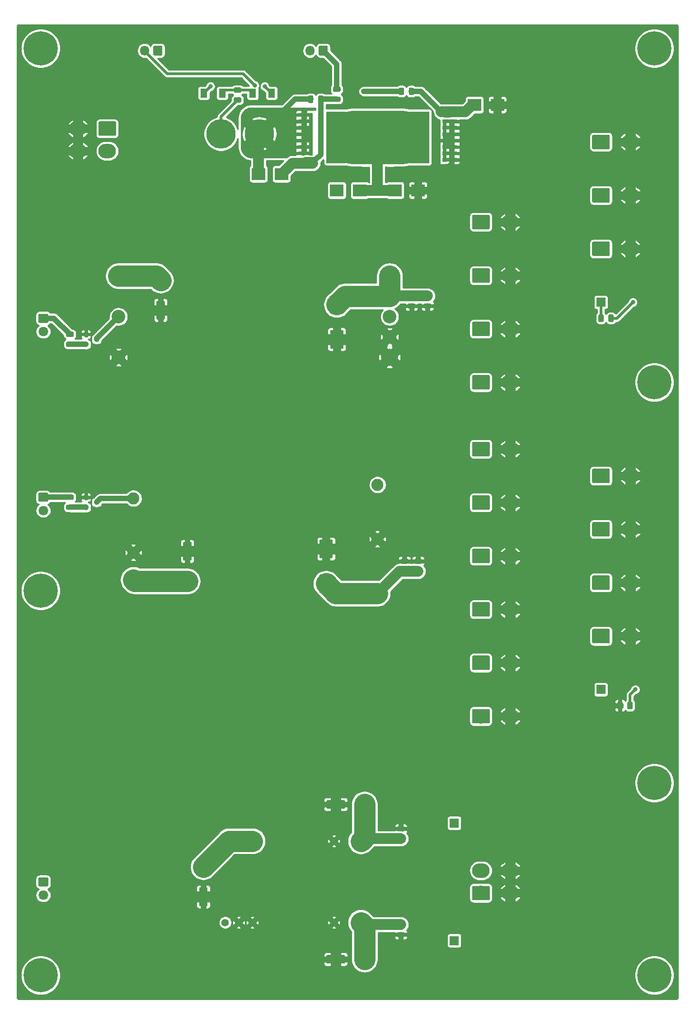
<source format=gbr>
G04 #@! TF.GenerationSoftware,KiCad,Pcbnew,(5.0.2)-1*
G04 #@! TF.CreationDate,2019-05-10T13:14:30+02:00*
G04 #@! TF.ProjectId,logika_main,6c6f6769-6b61-45f6-9d61-696e2e6b6963,rev?*
G04 #@! TF.SameCoordinates,Original*
G04 #@! TF.FileFunction,Copper,L2,Bot*
G04 #@! TF.FilePolarity,Positive*
%FSLAX46Y46*%
G04 Gerber Fmt 4.6, Leading zero omitted, Abs format (unit mm)*
G04 Created by KiCad (PCBNEW (5.0.2)-1) date 10.05.2019 13:14:30*
%MOMM*%
%LPD*%
G01*
G04 APERTURE LIST*
G04 #@! TA.AperFunction,ComponentPad*
%ADD10C,6.400000*%
G04 #@! TD*
G04 #@! TA.AperFunction,ComponentPad*
%ADD11R,1.700000X1.700000*%
G04 #@! TD*
G04 #@! TA.AperFunction,Conductor*
%ADD12C,0.100000*%
G04 #@! TD*
G04 #@! TA.AperFunction,SMDPad,CuDef*
%ADD13C,0.975000*%
G04 #@! TD*
G04 #@! TA.AperFunction,ComponentPad*
%ADD14C,1.400000*%
G04 #@! TD*
G04 #@! TA.AperFunction,ComponentPad*
%ADD15C,2.540000*%
G04 #@! TD*
G04 #@! TA.AperFunction,ComponentPad*
%ADD16C,3.200000*%
G04 #@! TD*
G04 #@! TA.AperFunction,ComponentPad*
%ADD17C,2.700000*%
G04 #@! TD*
G04 #@! TA.AperFunction,ComponentPad*
%ADD18O,3.300000X2.700000*%
G04 #@! TD*
G04 #@! TA.AperFunction,ComponentPad*
%ADD19O,1.850000X1.700000*%
G04 #@! TD*
G04 #@! TA.AperFunction,ComponentPad*
%ADD20C,1.700000*%
G04 #@! TD*
G04 #@! TA.AperFunction,SMDPad,CuDef*
%ADD21R,0.900000X0.800000*%
G04 #@! TD*
G04 #@! TA.AperFunction,SMDPad,CuDef*
%ADD22C,1.600000*%
G04 #@! TD*
G04 #@! TA.AperFunction,SMDPad,CuDef*
%ADD23C,2.500000*%
G04 #@! TD*
G04 #@! TA.AperFunction,ComponentPad*
%ADD24C,2.250000*%
G04 #@! TD*
G04 #@! TA.AperFunction,SMDPad,CuDef*
%ADD25R,1.300000X1.700000*%
G04 #@! TD*
G04 #@! TA.AperFunction,ComponentPad*
%ADD26C,5.500000*%
G04 #@! TD*
G04 #@! TA.AperFunction,ComponentPad*
%ADD27O,1.700000X1.850000*%
G04 #@! TD*
G04 #@! TA.AperFunction,SMDPad,CuDef*
%ADD28R,0.800000X8.000000*%
G04 #@! TD*
G04 #@! TA.AperFunction,SMDPad,CuDef*
%ADD29R,2.800000X0.800000*%
G04 #@! TD*
G04 #@! TA.AperFunction,SMDPad,CuDef*
%ADD30R,3.700000X9.700000*%
G04 #@! TD*
G04 #@! TA.AperFunction,SMDPad,CuDef*
%ADD31R,2.900000X8.700000*%
G04 #@! TD*
G04 #@! TA.AperFunction,SMDPad,CuDef*
%ADD32R,1.400000X10.100000*%
G04 #@! TD*
G04 #@! TA.AperFunction,SMDPad,CuDef*
%ADD33R,2.500000X2.300000*%
G04 #@! TD*
G04 #@! TA.AperFunction,ViaPad*
%ADD34C,0.800000*%
G04 #@! TD*
G04 #@! TA.AperFunction,Conductor*
%ADD35C,0.500000*%
G04 #@! TD*
G04 #@! TA.AperFunction,Conductor*
%ADD36C,4.000000*%
G04 #@! TD*
G04 #@! TA.AperFunction,Conductor*
%ADD37C,1.000000*%
G04 #@! TD*
G04 #@! TA.AperFunction,Conductor*
%ADD38C,2.000000*%
G04 #@! TD*
G04 #@! TA.AperFunction,Conductor*
%ADD39C,10.000000*%
G04 #@! TD*
G04 #@! TA.AperFunction,Conductor*
%ADD40C,0.254000*%
G04 #@! TD*
G04 APERTURE END LIST*
D10*
G04 #@! TO.P,REF\002A\002A,1*
G04 #@! TO.N,N/C*
X138494000Y-155896000D03*
G04 #@! TD*
D11*
G04 #@! TO.P,TP2,1*
G04 #@! TO.N,Net-(C6-Pad1)*
X128494000Y-65896000D03*
G04 #@! TD*
D12*
G04 #@! TO.N,Net-(J2-Pad1)*
G04 #@! TO.C,R2*
G36*
X79474142Y-25534674D02*
X79497803Y-25538184D01*
X79521007Y-25543996D01*
X79543529Y-25552054D01*
X79565153Y-25562282D01*
X79585670Y-25574579D01*
X79604883Y-25588829D01*
X79622607Y-25604893D01*
X79638671Y-25622617D01*
X79652921Y-25641830D01*
X79665218Y-25662347D01*
X79675446Y-25683971D01*
X79683504Y-25706493D01*
X79689316Y-25729697D01*
X79692826Y-25753358D01*
X79694000Y-25777250D01*
X79694000Y-26264750D01*
X79692826Y-26288642D01*
X79689316Y-26312303D01*
X79683504Y-26335507D01*
X79675446Y-26358029D01*
X79665218Y-26379653D01*
X79652921Y-26400170D01*
X79638671Y-26419383D01*
X79622607Y-26437107D01*
X79604883Y-26453171D01*
X79585670Y-26467421D01*
X79565153Y-26479718D01*
X79543529Y-26489946D01*
X79521007Y-26498004D01*
X79497803Y-26503816D01*
X79474142Y-26507326D01*
X79450250Y-26508500D01*
X78537750Y-26508500D01*
X78513858Y-26507326D01*
X78490197Y-26503816D01*
X78466993Y-26498004D01*
X78444471Y-26489946D01*
X78422847Y-26479718D01*
X78402330Y-26467421D01*
X78383117Y-26453171D01*
X78365393Y-26437107D01*
X78349329Y-26419383D01*
X78335079Y-26400170D01*
X78322782Y-26379653D01*
X78312554Y-26358029D01*
X78304496Y-26335507D01*
X78298684Y-26312303D01*
X78295174Y-26288642D01*
X78294000Y-26264750D01*
X78294000Y-25777250D01*
X78295174Y-25753358D01*
X78298684Y-25729697D01*
X78304496Y-25706493D01*
X78312554Y-25683971D01*
X78322782Y-25662347D01*
X78335079Y-25641830D01*
X78349329Y-25622617D01*
X78365393Y-25604893D01*
X78383117Y-25588829D01*
X78402330Y-25574579D01*
X78422847Y-25562282D01*
X78444471Y-25552054D01*
X78466993Y-25543996D01*
X78490197Y-25538184D01*
X78513858Y-25534674D01*
X78537750Y-25533500D01*
X79450250Y-25533500D01*
X79474142Y-25534674D01*
X79474142Y-25534674D01*
G37*
D13*
G04 #@! TD*
G04 #@! TO.P,R2,1*
G04 #@! TO.N,Net-(J2-Pad1)*
X78994000Y-26021000D03*
D12*
G04 #@! TO.N,Net-(D15-Pad1)*
G04 #@! TO.C,R2*
G36*
X79474142Y-27409674D02*
X79497803Y-27413184D01*
X79521007Y-27418996D01*
X79543529Y-27427054D01*
X79565153Y-27437282D01*
X79585670Y-27449579D01*
X79604883Y-27463829D01*
X79622607Y-27479893D01*
X79638671Y-27497617D01*
X79652921Y-27516830D01*
X79665218Y-27537347D01*
X79675446Y-27558971D01*
X79683504Y-27581493D01*
X79689316Y-27604697D01*
X79692826Y-27628358D01*
X79694000Y-27652250D01*
X79694000Y-28139750D01*
X79692826Y-28163642D01*
X79689316Y-28187303D01*
X79683504Y-28210507D01*
X79675446Y-28233029D01*
X79665218Y-28254653D01*
X79652921Y-28275170D01*
X79638671Y-28294383D01*
X79622607Y-28312107D01*
X79604883Y-28328171D01*
X79585670Y-28342421D01*
X79565153Y-28354718D01*
X79543529Y-28364946D01*
X79521007Y-28373004D01*
X79497803Y-28378816D01*
X79474142Y-28382326D01*
X79450250Y-28383500D01*
X78537750Y-28383500D01*
X78513858Y-28382326D01*
X78490197Y-28378816D01*
X78466993Y-28373004D01*
X78444471Y-28364946D01*
X78422847Y-28354718D01*
X78402330Y-28342421D01*
X78383117Y-28328171D01*
X78365393Y-28312107D01*
X78349329Y-28294383D01*
X78335079Y-28275170D01*
X78322782Y-28254653D01*
X78312554Y-28233029D01*
X78304496Y-28210507D01*
X78298684Y-28187303D01*
X78295174Y-28163642D01*
X78294000Y-28139750D01*
X78294000Y-27652250D01*
X78295174Y-27628358D01*
X78298684Y-27604697D01*
X78304496Y-27581493D01*
X78312554Y-27558971D01*
X78322782Y-27537347D01*
X78335079Y-27516830D01*
X78349329Y-27497617D01*
X78365393Y-27479893D01*
X78383117Y-27463829D01*
X78402330Y-27449579D01*
X78422847Y-27437282D01*
X78444471Y-27427054D01*
X78466993Y-27418996D01*
X78490197Y-27413184D01*
X78513858Y-27409674D01*
X78537750Y-27408500D01*
X79450250Y-27408500D01*
X79474142Y-27409674D01*
X79474142Y-27409674D01*
G37*
D13*
G04 #@! TD*
G04 #@! TO.P,R2,2*
G04 #@! TO.N,Net-(D15-Pad1)*
X78994000Y-27896000D03*
D12*
G04 #@! TO.N,Net-(D15-Pad1)*
G04 #@! TO.C,R3*
G36*
X76261642Y-27197174D02*
X76285303Y-27200684D01*
X76308507Y-27206496D01*
X76331029Y-27214554D01*
X76352653Y-27224782D01*
X76373170Y-27237079D01*
X76392383Y-27251329D01*
X76410107Y-27267393D01*
X76426171Y-27285117D01*
X76440421Y-27304330D01*
X76452718Y-27324847D01*
X76462946Y-27346471D01*
X76471004Y-27368993D01*
X76476816Y-27392197D01*
X76480326Y-27415858D01*
X76481500Y-27439750D01*
X76481500Y-28352250D01*
X76480326Y-28376142D01*
X76476816Y-28399803D01*
X76471004Y-28423007D01*
X76462946Y-28445529D01*
X76452718Y-28467153D01*
X76440421Y-28487670D01*
X76426171Y-28506883D01*
X76410107Y-28524607D01*
X76392383Y-28540671D01*
X76373170Y-28554921D01*
X76352653Y-28567218D01*
X76331029Y-28577446D01*
X76308507Y-28585504D01*
X76285303Y-28591316D01*
X76261642Y-28594826D01*
X76237750Y-28596000D01*
X75750250Y-28596000D01*
X75726358Y-28594826D01*
X75702697Y-28591316D01*
X75679493Y-28585504D01*
X75656971Y-28577446D01*
X75635347Y-28567218D01*
X75614830Y-28554921D01*
X75595617Y-28540671D01*
X75577893Y-28524607D01*
X75561829Y-28506883D01*
X75547579Y-28487670D01*
X75535282Y-28467153D01*
X75525054Y-28445529D01*
X75516996Y-28423007D01*
X75511184Y-28399803D01*
X75507674Y-28376142D01*
X75506500Y-28352250D01*
X75506500Y-27439750D01*
X75507674Y-27415858D01*
X75511184Y-27392197D01*
X75516996Y-27368993D01*
X75525054Y-27346471D01*
X75535282Y-27324847D01*
X75547579Y-27304330D01*
X75561829Y-27285117D01*
X75577893Y-27267393D01*
X75595617Y-27251329D01*
X75614830Y-27237079D01*
X75635347Y-27224782D01*
X75656971Y-27214554D01*
X75679493Y-27206496D01*
X75702697Y-27200684D01*
X75726358Y-27197174D01*
X75750250Y-27196000D01*
X76237750Y-27196000D01*
X76261642Y-27197174D01*
X76261642Y-27197174D01*
G37*
D13*
G04 #@! TD*
G04 #@! TO.P,R3,1*
G04 #@! TO.N,Net-(D15-Pad1)*
X75994000Y-27896000D03*
D12*
G04 #@! TO.N,/logika_main/-Batt*
G04 #@! TO.C,R3*
G36*
X74386642Y-27197174D02*
X74410303Y-27200684D01*
X74433507Y-27206496D01*
X74456029Y-27214554D01*
X74477653Y-27224782D01*
X74498170Y-27237079D01*
X74517383Y-27251329D01*
X74535107Y-27267393D01*
X74551171Y-27285117D01*
X74565421Y-27304330D01*
X74577718Y-27324847D01*
X74587946Y-27346471D01*
X74596004Y-27368993D01*
X74601816Y-27392197D01*
X74605326Y-27415858D01*
X74606500Y-27439750D01*
X74606500Y-28352250D01*
X74605326Y-28376142D01*
X74601816Y-28399803D01*
X74596004Y-28423007D01*
X74587946Y-28445529D01*
X74577718Y-28467153D01*
X74565421Y-28487670D01*
X74551171Y-28506883D01*
X74535107Y-28524607D01*
X74517383Y-28540671D01*
X74498170Y-28554921D01*
X74477653Y-28567218D01*
X74456029Y-28577446D01*
X74433507Y-28585504D01*
X74410303Y-28591316D01*
X74386642Y-28594826D01*
X74362750Y-28596000D01*
X73875250Y-28596000D01*
X73851358Y-28594826D01*
X73827697Y-28591316D01*
X73804493Y-28585504D01*
X73781971Y-28577446D01*
X73760347Y-28567218D01*
X73739830Y-28554921D01*
X73720617Y-28540671D01*
X73702893Y-28524607D01*
X73686829Y-28506883D01*
X73672579Y-28487670D01*
X73660282Y-28467153D01*
X73650054Y-28445529D01*
X73641996Y-28423007D01*
X73636184Y-28399803D01*
X73632674Y-28376142D01*
X73631500Y-28352250D01*
X73631500Y-27439750D01*
X73632674Y-27415858D01*
X73636184Y-27392197D01*
X73641996Y-27368993D01*
X73650054Y-27346471D01*
X73660282Y-27324847D01*
X73672579Y-27304330D01*
X73686829Y-27285117D01*
X73702893Y-27267393D01*
X73720617Y-27251329D01*
X73739830Y-27237079D01*
X73760347Y-27224782D01*
X73781971Y-27214554D01*
X73804493Y-27206496D01*
X73827697Y-27200684D01*
X73851358Y-27197174D01*
X73875250Y-27196000D01*
X74362750Y-27196000D01*
X74386642Y-27197174D01*
X74386642Y-27197174D01*
G37*
D13*
G04 #@! TD*
G04 #@! TO.P,R3,2*
G04 #@! TO.N,/logika_main/-Batt*
X74119000Y-27896000D03*
D14*
G04 #@! TO.P,PS2,2*
G04 #@! TO.N,-BattDigit*
X60634000Y-182016000D03*
G04 #@! TO.P,PS2,3*
X63174000Y-182016000D03*
G04 #@! TO.P,PS2,9*
X78434000Y-182016000D03*
G04 #@! TO.P,PS2,11*
G04 #@! TO.N,Net-(C12-Pad2)*
X83514000Y-182016000D03*
G04 #@! TO.P,PS2,14*
G04 #@! TO.N,Net-(C10-Pad1)*
X83514000Y-166776000D03*
G04 #@! TO.P,PS2,16*
G04 #@! TO.N,-BattDigit*
X78434000Y-166776000D03*
G04 #@! TO.P,PS2,22*
G04 #@! TO.N,+BattDigit*
X63174000Y-166776000D03*
G04 #@! TO.P,PS2,23*
X60634000Y-166776000D03*
G04 #@! TO.P,PS2,1*
G04 #@! TO.N,Net-(PS2-Pad1)*
X58094000Y-182016000D03*
G04 #@! TD*
D15*
G04 #@! TO.P,IC1,1*
G04 #@! TO.N,+BattDigit*
X38094000Y-60976000D03*
G04 #@! TO.P,IC1,2*
G04 #@! TO.N,Net-(IC1-Pad2)*
X38094000Y-68596000D03*
G04 #@! TO.P,IC1,3*
G04 #@! TO.N,-BattDigit*
X38094000Y-76216000D03*
D16*
G04 #@! TO.P,IC1,4*
X88894000Y-76216000D03*
D15*
G04 #@! TO.P,IC1,5*
X88894000Y-72406000D03*
G04 #@! TO.P,IC1,6*
G04 #@! TO.N,N/C*
X88894000Y-68596000D03*
G04 #@! TO.P,IC1,7*
G04 #@! TO.N,Net-(C6-Pad1)*
X88894000Y-64786000D03*
D16*
G04 #@! TO.P,IC1,8*
X88894000Y-60976000D03*
G04 #@! TD*
D12*
G04 #@! TO.N,Net-(C6-Pad1)*
G04 #@! TO.C,J15*
G36*
X107418503Y-49547204D02*
X107442772Y-49550804D01*
X107466570Y-49556765D01*
X107489670Y-49565030D01*
X107511849Y-49575520D01*
X107532892Y-49588133D01*
X107552598Y-49602748D01*
X107570776Y-49619224D01*
X107587252Y-49637402D01*
X107601867Y-49657108D01*
X107614480Y-49678151D01*
X107624970Y-49700330D01*
X107633235Y-49723430D01*
X107639196Y-49747228D01*
X107642796Y-49771497D01*
X107644000Y-49796001D01*
X107644000Y-51995999D01*
X107642796Y-52020503D01*
X107639196Y-52044772D01*
X107633235Y-52068570D01*
X107624970Y-52091670D01*
X107614480Y-52113849D01*
X107601867Y-52134892D01*
X107587252Y-52154598D01*
X107570776Y-52172776D01*
X107552598Y-52189252D01*
X107532892Y-52203867D01*
X107511849Y-52216480D01*
X107489670Y-52226970D01*
X107466570Y-52235235D01*
X107442772Y-52241196D01*
X107418503Y-52244796D01*
X107393999Y-52246000D01*
X104594001Y-52246000D01*
X104569497Y-52244796D01*
X104545228Y-52241196D01*
X104521430Y-52235235D01*
X104498330Y-52226970D01*
X104476151Y-52216480D01*
X104455108Y-52203867D01*
X104435402Y-52189252D01*
X104417224Y-52172776D01*
X104400748Y-52154598D01*
X104386133Y-52134892D01*
X104373520Y-52113849D01*
X104363030Y-52091670D01*
X104354765Y-52068570D01*
X104348804Y-52044772D01*
X104345204Y-52020503D01*
X104344000Y-51995999D01*
X104344000Y-49796001D01*
X104345204Y-49771497D01*
X104348804Y-49747228D01*
X104354765Y-49723430D01*
X104363030Y-49700330D01*
X104373520Y-49678151D01*
X104386133Y-49657108D01*
X104400748Y-49637402D01*
X104417224Y-49619224D01*
X104435402Y-49602748D01*
X104455108Y-49588133D01*
X104476151Y-49575520D01*
X104498330Y-49565030D01*
X104521430Y-49556765D01*
X104545228Y-49550804D01*
X104569497Y-49547204D01*
X104594001Y-49546000D01*
X107393999Y-49546000D01*
X107418503Y-49547204D01*
X107418503Y-49547204D01*
G37*
D17*
G04 #@! TD*
G04 #@! TO.P,J15,1*
G04 #@! TO.N,Net-(C6-Pad1)*
X105994000Y-50896000D03*
D18*
G04 #@! TO.P,J15,2*
G04 #@! TO.N,-BattDigit*
X111494000Y-50896000D03*
G04 #@! TD*
D12*
G04 #@! TO.N,Net-(C6-Pad1)*
G04 #@! TO.C,J20*
G36*
X129918503Y-34547204D02*
X129942772Y-34550804D01*
X129966570Y-34556765D01*
X129989670Y-34565030D01*
X130011849Y-34575520D01*
X130032892Y-34588133D01*
X130052598Y-34602748D01*
X130070776Y-34619224D01*
X130087252Y-34637402D01*
X130101867Y-34657108D01*
X130114480Y-34678151D01*
X130124970Y-34700330D01*
X130133235Y-34723430D01*
X130139196Y-34747228D01*
X130142796Y-34771497D01*
X130144000Y-34796001D01*
X130144000Y-36995999D01*
X130142796Y-37020503D01*
X130139196Y-37044772D01*
X130133235Y-37068570D01*
X130124970Y-37091670D01*
X130114480Y-37113849D01*
X130101867Y-37134892D01*
X130087252Y-37154598D01*
X130070776Y-37172776D01*
X130052598Y-37189252D01*
X130032892Y-37203867D01*
X130011849Y-37216480D01*
X129989670Y-37226970D01*
X129966570Y-37235235D01*
X129942772Y-37241196D01*
X129918503Y-37244796D01*
X129893999Y-37246000D01*
X127094001Y-37246000D01*
X127069497Y-37244796D01*
X127045228Y-37241196D01*
X127021430Y-37235235D01*
X126998330Y-37226970D01*
X126976151Y-37216480D01*
X126955108Y-37203867D01*
X126935402Y-37189252D01*
X126917224Y-37172776D01*
X126900748Y-37154598D01*
X126886133Y-37134892D01*
X126873520Y-37113849D01*
X126863030Y-37091670D01*
X126854765Y-37068570D01*
X126848804Y-37044772D01*
X126845204Y-37020503D01*
X126844000Y-36995999D01*
X126844000Y-34796001D01*
X126845204Y-34771497D01*
X126848804Y-34747228D01*
X126854765Y-34723430D01*
X126863030Y-34700330D01*
X126873520Y-34678151D01*
X126886133Y-34657108D01*
X126900748Y-34637402D01*
X126917224Y-34619224D01*
X126935402Y-34602748D01*
X126955108Y-34588133D01*
X126976151Y-34575520D01*
X126998330Y-34565030D01*
X127021430Y-34556765D01*
X127045228Y-34550804D01*
X127069497Y-34547204D01*
X127094001Y-34546000D01*
X129893999Y-34546000D01*
X129918503Y-34547204D01*
X129918503Y-34547204D01*
G37*
D17*
G04 #@! TD*
G04 #@! TO.P,J20,1*
G04 #@! TO.N,Net-(C6-Pad1)*
X128494000Y-35896000D03*
D18*
G04 #@! TO.P,J20,2*
G04 #@! TO.N,-BattDigit*
X133994000Y-35896000D03*
G04 #@! TD*
D12*
G04 #@! TO.N,Net-(C6-Pad1)*
G04 #@! TO.C,J18*
G36*
X107418503Y-59547204D02*
X107442772Y-59550804D01*
X107466570Y-59556765D01*
X107489670Y-59565030D01*
X107511849Y-59575520D01*
X107532892Y-59588133D01*
X107552598Y-59602748D01*
X107570776Y-59619224D01*
X107587252Y-59637402D01*
X107601867Y-59657108D01*
X107614480Y-59678151D01*
X107624970Y-59700330D01*
X107633235Y-59723430D01*
X107639196Y-59747228D01*
X107642796Y-59771497D01*
X107644000Y-59796001D01*
X107644000Y-61995999D01*
X107642796Y-62020503D01*
X107639196Y-62044772D01*
X107633235Y-62068570D01*
X107624970Y-62091670D01*
X107614480Y-62113849D01*
X107601867Y-62134892D01*
X107587252Y-62154598D01*
X107570776Y-62172776D01*
X107552598Y-62189252D01*
X107532892Y-62203867D01*
X107511849Y-62216480D01*
X107489670Y-62226970D01*
X107466570Y-62235235D01*
X107442772Y-62241196D01*
X107418503Y-62244796D01*
X107393999Y-62246000D01*
X104594001Y-62246000D01*
X104569497Y-62244796D01*
X104545228Y-62241196D01*
X104521430Y-62235235D01*
X104498330Y-62226970D01*
X104476151Y-62216480D01*
X104455108Y-62203867D01*
X104435402Y-62189252D01*
X104417224Y-62172776D01*
X104400748Y-62154598D01*
X104386133Y-62134892D01*
X104373520Y-62113849D01*
X104363030Y-62091670D01*
X104354765Y-62068570D01*
X104348804Y-62044772D01*
X104345204Y-62020503D01*
X104344000Y-61995999D01*
X104344000Y-59796001D01*
X104345204Y-59771497D01*
X104348804Y-59747228D01*
X104354765Y-59723430D01*
X104363030Y-59700330D01*
X104373520Y-59678151D01*
X104386133Y-59657108D01*
X104400748Y-59637402D01*
X104417224Y-59619224D01*
X104435402Y-59602748D01*
X104455108Y-59588133D01*
X104476151Y-59575520D01*
X104498330Y-59565030D01*
X104521430Y-59556765D01*
X104545228Y-59550804D01*
X104569497Y-59547204D01*
X104594001Y-59546000D01*
X107393999Y-59546000D01*
X107418503Y-59547204D01*
X107418503Y-59547204D01*
G37*
D17*
G04 #@! TD*
G04 #@! TO.P,J18,1*
G04 #@! TO.N,Net-(C6-Pad1)*
X105994000Y-60896000D03*
D18*
G04 #@! TO.P,J18,2*
G04 #@! TO.N,-BattDigit*
X111494000Y-60896000D03*
G04 #@! TD*
G04 #@! TO.P,J17,2*
G04 #@! TO.N,-BattDigit*
X111494000Y-80896000D03*
D12*
G04 #@! TD*
G04 #@! TO.N,Net-(C6-Pad1)*
G04 #@! TO.C,J17*
G36*
X107418503Y-79547204D02*
X107442772Y-79550804D01*
X107466570Y-79556765D01*
X107489670Y-79565030D01*
X107511849Y-79575520D01*
X107532892Y-79588133D01*
X107552598Y-79602748D01*
X107570776Y-79619224D01*
X107587252Y-79637402D01*
X107601867Y-79657108D01*
X107614480Y-79678151D01*
X107624970Y-79700330D01*
X107633235Y-79723430D01*
X107639196Y-79747228D01*
X107642796Y-79771497D01*
X107644000Y-79796001D01*
X107644000Y-81995999D01*
X107642796Y-82020503D01*
X107639196Y-82044772D01*
X107633235Y-82068570D01*
X107624970Y-82091670D01*
X107614480Y-82113849D01*
X107601867Y-82134892D01*
X107587252Y-82154598D01*
X107570776Y-82172776D01*
X107552598Y-82189252D01*
X107532892Y-82203867D01*
X107511849Y-82216480D01*
X107489670Y-82226970D01*
X107466570Y-82235235D01*
X107442772Y-82241196D01*
X107418503Y-82244796D01*
X107393999Y-82246000D01*
X104594001Y-82246000D01*
X104569497Y-82244796D01*
X104545228Y-82241196D01*
X104521430Y-82235235D01*
X104498330Y-82226970D01*
X104476151Y-82216480D01*
X104455108Y-82203867D01*
X104435402Y-82189252D01*
X104417224Y-82172776D01*
X104400748Y-82154598D01*
X104386133Y-82134892D01*
X104373520Y-82113849D01*
X104363030Y-82091670D01*
X104354765Y-82068570D01*
X104348804Y-82044772D01*
X104345204Y-82020503D01*
X104344000Y-81995999D01*
X104344000Y-79796001D01*
X104345204Y-79771497D01*
X104348804Y-79747228D01*
X104354765Y-79723430D01*
X104363030Y-79700330D01*
X104373520Y-79678151D01*
X104386133Y-79657108D01*
X104400748Y-79637402D01*
X104417224Y-79619224D01*
X104435402Y-79602748D01*
X104455108Y-79588133D01*
X104476151Y-79575520D01*
X104498330Y-79565030D01*
X104521430Y-79556765D01*
X104545228Y-79550804D01*
X104569497Y-79547204D01*
X104594001Y-79546000D01*
X107393999Y-79546000D01*
X107418503Y-79547204D01*
X107418503Y-79547204D01*
G37*
D17*
G04 #@! TO.P,J17,1*
G04 #@! TO.N,Net-(C6-Pad1)*
X105994000Y-80896000D03*
G04 #@! TD*
D18*
G04 #@! TO.P,J21,2*
G04 #@! TO.N,-BattDigit*
X133994000Y-45896000D03*
D12*
G04 #@! TD*
G04 #@! TO.N,Net-(C6-Pad1)*
G04 #@! TO.C,J21*
G36*
X129918503Y-44547204D02*
X129942772Y-44550804D01*
X129966570Y-44556765D01*
X129989670Y-44565030D01*
X130011849Y-44575520D01*
X130032892Y-44588133D01*
X130052598Y-44602748D01*
X130070776Y-44619224D01*
X130087252Y-44637402D01*
X130101867Y-44657108D01*
X130114480Y-44678151D01*
X130124970Y-44700330D01*
X130133235Y-44723430D01*
X130139196Y-44747228D01*
X130142796Y-44771497D01*
X130144000Y-44796001D01*
X130144000Y-46995999D01*
X130142796Y-47020503D01*
X130139196Y-47044772D01*
X130133235Y-47068570D01*
X130124970Y-47091670D01*
X130114480Y-47113849D01*
X130101867Y-47134892D01*
X130087252Y-47154598D01*
X130070776Y-47172776D01*
X130052598Y-47189252D01*
X130032892Y-47203867D01*
X130011849Y-47216480D01*
X129989670Y-47226970D01*
X129966570Y-47235235D01*
X129942772Y-47241196D01*
X129918503Y-47244796D01*
X129893999Y-47246000D01*
X127094001Y-47246000D01*
X127069497Y-47244796D01*
X127045228Y-47241196D01*
X127021430Y-47235235D01*
X126998330Y-47226970D01*
X126976151Y-47216480D01*
X126955108Y-47203867D01*
X126935402Y-47189252D01*
X126917224Y-47172776D01*
X126900748Y-47154598D01*
X126886133Y-47134892D01*
X126873520Y-47113849D01*
X126863030Y-47091670D01*
X126854765Y-47068570D01*
X126848804Y-47044772D01*
X126845204Y-47020503D01*
X126844000Y-46995999D01*
X126844000Y-44796001D01*
X126845204Y-44771497D01*
X126848804Y-44747228D01*
X126854765Y-44723430D01*
X126863030Y-44700330D01*
X126873520Y-44678151D01*
X126886133Y-44657108D01*
X126900748Y-44637402D01*
X126917224Y-44619224D01*
X126935402Y-44602748D01*
X126955108Y-44588133D01*
X126976151Y-44575520D01*
X126998330Y-44565030D01*
X127021430Y-44556765D01*
X127045228Y-44550804D01*
X127069497Y-44547204D01*
X127094001Y-44546000D01*
X129893999Y-44546000D01*
X129918503Y-44547204D01*
X129918503Y-44547204D01*
G37*
D17*
G04 #@! TO.P,J21,1*
G04 #@! TO.N,Net-(C6-Pad1)*
X128494000Y-45896000D03*
G04 #@! TD*
D18*
G04 #@! TO.P,J14,2*
G04 #@! TO.N,-BattDigit*
X133994000Y-55896000D03*
D12*
G04 #@! TD*
G04 #@! TO.N,Net-(C6-Pad1)*
G04 #@! TO.C,J14*
G36*
X129918503Y-54547204D02*
X129942772Y-54550804D01*
X129966570Y-54556765D01*
X129989670Y-54565030D01*
X130011849Y-54575520D01*
X130032892Y-54588133D01*
X130052598Y-54602748D01*
X130070776Y-54619224D01*
X130087252Y-54637402D01*
X130101867Y-54657108D01*
X130114480Y-54678151D01*
X130124970Y-54700330D01*
X130133235Y-54723430D01*
X130139196Y-54747228D01*
X130142796Y-54771497D01*
X130144000Y-54796001D01*
X130144000Y-56995999D01*
X130142796Y-57020503D01*
X130139196Y-57044772D01*
X130133235Y-57068570D01*
X130124970Y-57091670D01*
X130114480Y-57113849D01*
X130101867Y-57134892D01*
X130087252Y-57154598D01*
X130070776Y-57172776D01*
X130052598Y-57189252D01*
X130032892Y-57203867D01*
X130011849Y-57216480D01*
X129989670Y-57226970D01*
X129966570Y-57235235D01*
X129942772Y-57241196D01*
X129918503Y-57244796D01*
X129893999Y-57246000D01*
X127094001Y-57246000D01*
X127069497Y-57244796D01*
X127045228Y-57241196D01*
X127021430Y-57235235D01*
X126998330Y-57226970D01*
X126976151Y-57216480D01*
X126955108Y-57203867D01*
X126935402Y-57189252D01*
X126917224Y-57172776D01*
X126900748Y-57154598D01*
X126886133Y-57134892D01*
X126873520Y-57113849D01*
X126863030Y-57091670D01*
X126854765Y-57068570D01*
X126848804Y-57044772D01*
X126845204Y-57020503D01*
X126844000Y-56995999D01*
X126844000Y-54796001D01*
X126845204Y-54771497D01*
X126848804Y-54747228D01*
X126854765Y-54723430D01*
X126863030Y-54700330D01*
X126873520Y-54678151D01*
X126886133Y-54657108D01*
X126900748Y-54637402D01*
X126917224Y-54619224D01*
X126935402Y-54602748D01*
X126955108Y-54588133D01*
X126976151Y-54575520D01*
X126998330Y-54565030D01*
X127021430Y-54556765D01*
X127045228Y-54550804D01*
X127069497Y-54547204D01*
X127094001Y-54546000D01*
X129893999Y-54546000D01*
X129918503Y-54547204D01*
X129918503Y-54547204D01*
G37*
D17*
G04 #@! TO.P,J14,1*
G04 #@! TO.N,Net-(C6-Pad1)*
X128494000Y-55896000D03*
G04 #@! TD*
D18*
G04 #@! TO.P,J19,2*
G04 #@! TO.N,-BattDigit*
X111494000Y-70896000D03*
D12*
G04 #@! TD*
G04 #@! TO.N,Net-(C6-Pad1)*
G04 #@! TO.C,J19*
G36*
X107418503Y-69547204D02*
X107442772Y-69550804D01*
X107466570Y-69556765D01*
X107489670Y-69565030D01*
X107511849Y-69575520D01*
X107532892Y-69588133D01*
X107552598Y-69602748D01*
X107570776Y-69619224D01*
X107587252Y-69637402D01*
X107601867Y-69657108D01*
X107614480Y-69678151D01*
X107624970Y-69700330D01*
X107633235Y-69723430D01*
X107639196Y-69747228D01*
X107642796Y-69771497D01*
X107644000Y-69796001D01*
X107644000Y-71995999D01*
X107642796Y-72020503D01*
X107639196Y-72044772D01*
X107633235Y-72068570D01*
X107624970Y-72091670D01*
X107614480Y-72113849D01*
X107601867Y-72134892D01*
X107587252Y-72154598D01*
X107570776Y-72172776D01*
X107552598Y-72189252D01*
X107532892Y-72203867D01*
X107511849Y-72216480D01*
X107489670Y-72226970D01*
X107466570Y-72235235D01*
X107442772Y-72241196D01*
X107418503Y-72244796D01*
X107393999Y-72246000D01*
X104594001Y-72246000D01*
X104569497Y-72244796D01*
X104545228Y-72241196D01*
X104521430Y-72235235D01*
X104498330Y-72226970D01*
X104476151Y-72216480D01*
X104455108Y-72203867D01*
X104435402Y-72189252D01*
X104417224Y-72172776D01*
X104400748Y-72154598D01*
X104386133Y-72134892D01*
X104373520Y-72113849D01*
X104363030Y-72091670D01*
X104354765Y-72068570D01*
X104348804Y-72044772D01*
X104345204Y-72020503D01*
X104344000Y-71995999D01*
X104344000Y-69796001D01*
X104345204Y-69771497D01*
X104348804Y-69747228D01*
X104354765Y-69723430D01*
X104363030Y-69700330D01*
X104373520Y-69678151D01*
X104386133Y-69657108D01*
X104400748Y-69637402D01*
X104417224Y-69619224D01*
X104435402Y-69602748D01*
X104455108Y-69588133D01*
X104476151Y-69575520D01*
X104498330Y-69565030D01*
X104521430Y-69556765D01*
X104545228Y-69550804D01*
X104569497Y-69547204D01*
X104594001Y-69546000D01*
X107393999Y-69546000D01*
X107418503Y-69547204D01*
X107418503Y-69547204D01*
G37*
D17*
G04 #@! TO.P,J19,1*
G04 #@! TO.N,Net-(C6-Pad1)*
X105994000Y-70896000D03*
G04 #@! TD*
D19*
G04 #@! TO.P,J16,2*
G04 #@! TO.N,N/C*
X23994000Y-71396000D03*
D12*
G04 #@! TD*
G04 #@! TO.N,Net-(J16-Pad1)*
G04 #@! TO.C,J16*
G36*
X24693504Y-68047204D02*
X24717773Y-68050804D01*
X24741571Y-68056765D01*
X24764671Y-68065030D01*
X24786849Y-68075520D01*
X24807893Y-68088133D01*
X24827598Y-68102747D01*
X24845777Y-68119223D01*
X24862253Y-68137402D01*
X24876867Y-68157107D01*
X24889480Y-68178151D01*
X24899970Y-68200329D01*
X24908235Y-68223429D01*
X24914196Y-68247227D01*
X24917796Y-68271496D01*
X24919000Y-68296000D01*
X24919000Y-69496000D01*
X24917796Y-69520504D01*
X24914196Y-69544773D01*
X24908235Y-69568571D01*
X24899970Y-69591671D01*
X24889480Y-69613849D01*
X24876867Y-69634893D01*
X24862253Y-69654598D01*
X24845777Y-69672777D01*
X24827598Y-69689253D01*
X24807893Y-69703867D01*
X24786849Y-69716480D01*
X24764671Y-69726970D01*
X24741571Y-69735235D01*
X24717773Y-69741196D01*
X24693504Y-69744796D01*
X24669000Y-69746000D01*
X23319000Y-69746000D01*
X23294496Y-69744796D01*
X23270227Y-69741196D01*
X23246429Y-69735235D01*
X23223329Y-69726970D01*
X23201151Y-69716480D01*
X23180107Y-69703867D01*
X23160402Y-69689253D01*
X23142223Y-69672777D01*
X23125747Y-69654598D01*
X23111133Y-69634893D01*
X23098520Y-69613849D01*
X23088030Y-69591671D01*
X23079765Y-69568571D01*
X23073804Y-69544773D01*
X23070204Y-69520504D01*
X23069000Y-69496000D01*
X23069000Y-68296000D01*
X23070204Y-68271496D01*
X23073804Y-68247227D01*
X23079765Y-68223429D01*
X23088030Y-68200329D01*
X23098520Y-68178151D01*
X23111133Y-68157107D01*
X23125747Y-68137402D01*
X23142223Y-68119223D01*
X23160402Y-68102747D01*
X23180107Y-68088133D01*
X23201151Y-68075520D01*
X23223329Y-68065030D01*
X23246429Y-68056765D01*
X23270227Y-68050804D01*
X23294496Y-68047204D01*
X23319000Y-68046000D01*
X24669000Y-68046000D01*
X24693504Y-68047204D01*
X24693504Y-68047204D01*
G37*
D20*
G04 #@! TO.P,J16,1*
G04 #@! TO.N,Net-(J16-Pad1)*
X23994000Y-68896000D03*
G04 #@! TD*
D12*
G04 #@! TO.N,Net-(J16-Pad1)*
G04 #@! TO.C,R13*
G36*
X29474142Y-71409674D02*
X29497803Y-71413184D01*
X29521007Y-71418996D01*
X29543529Y-71427054D01*
X29565153Y-71437282D01*
X29585670Y-71449579D01*
X29604883Y-71463829D01*
X29622607Y-71479893D01*
X29638671Y-71497617D01*
X29652921Y-71516830D01*
X29665218Y-71537347D01*
X29675446Y-71558971D01*
X29683504Y-71581493D01*
X29689316Y-71604697D01*
X29692826Y-71628358D01*
X29694000Y-71652250D01*
X29694000Y-72139750D01*
X29692826Y-72163642D01*
X29689316Y-72187303D01*
X29683504Y-72210507D01*
X29675446Y-72233029D01*
X29665218Y-72254653D01*
X29652921Y-72275170D01*
X29638671Y-72294383D01*
X29622607Y-72312107D01*
X29604883Y-72328171D01*
X29585670Y-72342421D01*
X29565153Y-72354718D01*
X29543529Y-72364946D01*
X29521007Y-72373004D01*
X29497803Y-72378816D01*
X29474142Y-72382326D01*
X29450250Y-72383500D01*
X28537750Y-72383500D01*
X28513858Y-72382326D01*
X28490197Y-72378816D01*
X28466993Y-72373004D01*
X28444471Y-72364946D01*
X28422847Y-72354718D01*
X28402330Y-72342421D01*
X28383117Y-72328171D01*
X28365393Y-72312107D01*
X28349329Y-72294383D01*
X28335079Y-72275170D01*
X28322782Y-72254653D01*
X28312554Y-72233029D01*
X28304496Y-72210507D01*
X28298684Y-72187303D01*
X28295174Y-72163642D01*
X28294000Y-72139750D01*
X28294000Y-71652250D01*
X28295174Y-71628358D01*
X28298684Y-71604697D01*
X28304496Y-71581493D01*
X28312554Y-71558971D01*
X28322782Y-71537347D01*
X28335079Y-71516830D01*
X28349329Y-71497617D01*
X28365393Y-71479893D01*
X28383117Y-71463829D01*
X28402330Y-71449579D01*
X28422847Y-71437282D01*
X28444471Y-71427054D01*
X28466993Y-71418996D01*
X28490197Y-71413184D01*
X28513858Y-71409674D01*
X28537750Y-71408500D01*
X29450250Y-71408500D01*
X29474142Y-71409674D01*
X29474142Y-71409674D01*
G37*
D13*
G04 #@! TD*
G04 #@! TO.P,R13,2*
G04 #@! TO.N,Net-(J16-Pad1)*
X28994000Y-71896000D03*
D12*
G04 #@! TO.N,Net-(Q4-Pad1)*
G04 #@! TO.C,R13*
G36*
X29474142Y-73284674D02*
X29497803Y-73288184D01*
X29521007Y-73293996D01*
X29543529Y-73302054D01*
X29565153Y-73312282D01*
X29585670Y-73324579D01*
X29604883Y-73338829D01*
X29622607Y-73354893D01*
X29638671Y-73372617D01*
X29652921Y-73391830D01*
X29665218Y-73412347D01*
X29675446Y-73433971D01*
X29683504Y-73456493D01*
X29689316Y-73479697D01*
X29692826Y-73503358D01*
X29694000Y-73527250D01*
X29694000Y-74014750D01*
X29692826Y-74038642D01*
X29689316Y-74062303D01*
X29683504Y-74085507D01*
X29675446Y-74108029D01*
X29665218Y-74129653D01*
X29652921Y-74150170D01*
X29638671Y-74169383D01*
X29622607Y-74187107D01*
X29604883Y-74203171D01*
X29585670Y-74217421D01*
X29565153Y-74229718D01*
X29543529Y-74239946D01*
X29521007Y-74248004D01*
X29497803Y-74253816D01*
X29474142Y-74257326D01*
X29450250Y-74258500D01*
X28537750Y-74258500D01*
X28513858Y-74257326D01*
X28490197Y-74253816D01*
X28466993Y-74248004D01*
X28444471Y-74239946D01*
X28422847Y-74229718D01*
X28402330Y-74217421D01*
X28383117Y-74203171D01*
X28365393Y-74187107D01*
X28349329Y-74169383D01*
X28335079Y-74150170D01*
X28322782Y-74129653D01*
X28312554Y-74108029D01*
X28304496Y-74085507D01*
X28298684Y-74062303D01*
X28295174Y-74038642D01*
X28294000Y-74014750D01*
X28294000Y-73527250D01*
X28295174Y-73503358D01*
X28298684Y-73479697D01*
X28304496Y-73456493D01*
X28312554Y-73433971D01*
X28322782Y-73412347D01*
X28335079Y-73391830D01*
X28349329Y-73372617D01*
X28365393Y-73354893D01*
X28383117Y-73338829D01*
X28402330Y-73324579D01*
X28422847Y-73312282D01*
X28444471Y-73302054D01*
X28466993Y-73293996D01*
X28490197Y-73288184D01*
X28513858Y-73284674D01*
X28537750Y-73283500D01*
X29450250Y-73283500D01*
X29474142Y-73284674D01*
X29474142Y-73284674D01*
G37*
D13*
G04 #@! TD*
G04 #@! TO.P,R13,1*
G04 #@! TO.N,Net-(Q4-Pad1)*
X28994000Y-73771000D03*
D21*
G04 #@! TO.P,Q4,3*
G04 #@! TO.N,Net-(IC1-Pad2)*
X33994000Y-72846000D03*
G04 #@! TO.P,Q4,2*
G04 #@! TO.N,-BattDigit*
X31994000Y-71896000D03*
G04 #@! TO.P,Q4,1*
G04 #@! TO.N,Net-(Q4-Pad1)*
X31994000Y-73796000D03*
G04 #@! TD*
D12*
G04 #@! TO.N,Net-(D6-Pad2)*
G04 #@! TO.C,R5*
G36*
X130636642Y-68197174D02*
X130660303Y-68200684D01*
X130683507Y-68206496D01*
X130706029Y-68214554D01*
X130727653Y-68224782D01*
X130748170Y-68237079D01*
X130767383Y-68251329D01*
X130785107Y-68267393D01*
X130801171Y-68285117D01*
X130815421Y-68304330D01*
X130827718Y-68324847D01*
X130837946Y-68346471D01*
X130846004Y-68368993D01*
X130851816Y-68392197D01*
X130855326Y-68415858D01*
X130856500Y-68439750D01*
X130856500Y-69352250D01*
X130855326Y-69376142D01*
X130851816Y-69399803D01*
X130846004Y-69423007D01*
X130837946Y-69445529D01*
X130827718Y-69467153D01*
X130815421Y-69487670D01*
X130801171Y-69506883D01*
X130785107Y-69524607D01*
X130767383Y-69540671D01*
X130748170Y-69554921D01*
X130727653Y-69567218D01*
X130706029Y-69577446D01*
X130683507Y-69585504D01*
X130660303Y-69591316D01*
X130636642Y-69594826D01*
X130612750Y-69596000D01*
X130125250Y-69596000D01*
X130101358Y-69594826D01*
X130077697Y-69591316D01*
X130054493Y-69585504D01*
X130031971Y-69577446D01*
X130010347Y-69567218D01*
X129989830Y-69554921D01*
X129970617Y-69540671D01*
X129952893Y-69524607D01*
X129936829Y-69506883D01*
X129922579Y-69487670D01*
X129910282Y-69467153D01*
X129900054Y-69445529D01*
X129891996Y-69423007D01*
X129886184Y-69399803D01*
X129882674Y-69376142D01*
X129881500Y-69352250D01*
X129881500Y-68439750D01*
X129882674Y-68415858D01*
X129886184Y-68392197D01*
X129891996Y-68368993D01*
X129900054Y-68346471D01*
X129910282Y-68324847D01*
X129922579Y-68304330D01*
X129936829Y-68285117D01*
X129952893Y-68267393D01*
X129970617Y-68251329D01*
X129989830Y-68237079D01*
X130010347Y-68224782D01*
X130031971Y-68214554D01*
X130054493Y-68206496D01*
X130077697Y-68200684D01*
X130101358Y-68197174D01*
X130125250Y-68196000D01*
X130612750Y-68196000D01*
X130636642Y-68197174D01*
X130636642Y-68197174D01*
G37*
D13*
G04 #@! TD*
G04 #@! TO.P,R5,1*
G04 #@! TO.N,Net-(D6-Pad2)*
X130369000Y-68896000D03*
D12*
G04 #@! TO.N,Net-(C6-Pad1)*
G04 #@! TO.C,R5*
G36*
X128761642Y-68197174D02*
X128785303Y-68200684D01*
X128808507Y-68206496D01*
X128831029Y-68214554D01*
X128852653Y-68224782D01*
X128873170Y-68237079D01*
X128892383Y-68251329D01*
X128910107Y-68267393D01*
X128926171Y-68285117D01*
X128940421Y-68304330D01*
X128952718Y-68324847D01*
X128962946Y-68346471D01*
X128971004Y-68368993D01*
X128976816Y-68392197D01*
X128980326Y-68415858D01*
X128981500Y-68439750D01*
X128981500Y-69352250D01*
X128980326Y-69376142D01*
X128976816Y-69399803D01*
X128971004Y-69423007D01*
X128962946Y-69445529D01*
X128952718Y-69467153D01*
X128940421Y-69487670D01*
X128926171Y-69506883D01*
X128910107Y-69524607D01*
X128892383Y-69540671D01*
X128873170Y-69554921D01*
X128852653Y-69567218D01*
X128831029Y-69577446D01*
X128808507Y-69585504D01*
X128785303Y-69591316D01*
X128761642Y-69594826D01*
X128737750Y-69596000D01*
X128250250Y-69596000D01*
X128226358Y-69594826D01*
X128202697Y-69591316D01*
X128179493Y-69585504D01*
X128156971Y-69577446D01*
X128135347Y-69567218D01*
X128114830Y-69554921D01*
X128095617Y-69540671D01*
X128077893Y-69524607D01*
X128061829Y-69506883D01*
X128047579Y-69487670D01*
X128035282Y-69467153D01*
X128025054Y-69445529D01*
X128016996Y-69423007D01*
X128011184Y-69399803D01*
X128007674Y-69376142D01*
X128006500Y-69352250D01*
X128006500Y-68439750D01*
X128007674Y-68415858D01*
X128011184Y-68392197D01*
X128016996Y-68368993D01*
X128025054Y-68346471D01*
X128035282Y-68324847D01*
X128047579Y-68304330D01*
X128061829Y-68285117D01*
X128077893Y-68267393D01*
X128095617Y-68251329D01*
X128114830Y-68237079D01*
X128135347Y-68224782D01*
X128156971Y-68214554D01*
X128179493Y-68206496D01*
X128202697Y-68200684D01*
X128226358Y-68197174D01*
X128250250Y-68196000D01*
X128737750Y-68196000D01*
X128761642Y-68197174D01*
X128761642Y-68197174D01*
G37*
D13*
G04 #@! TD*
G04 #@! TO.P,R5,2*
G04 #@! TO.N,Net-(C6-Pad1)*
X128494000Y-68896000D03*
D12*
G04 #@! TO.N,-BattDigit*
G04 #@! TO.C,C1*
G36*
X51568504Y-110767204D02*
X51592773Y-110770804D01*
X51616571Y-110776765D01*
X51639671Y-110785030D01*
X51661849Y-110795520D01*
X51682893Y-110808133D01*
X51702598Y-110822747D01*
X51720777Y-110839223D01*
X51737253Y-110857402D01*
X51751867Y-110877107D01*
X51764480Y-110898151D01*
X51774970Y-110920329D01*
X51783235Y-110943429D01*
X51789196Y-110967227D01*
X51792796Y-110991496D01*
X51794000Y-111016000D01*
X51794000Y-114016000D01*
X51792796Y-114040504D01*
X51789196Y-114064773D01*
X51783235Y-114088571D01*
X51774970Y-114111671D01*
X51764480Y-114133849D01*
X51751867Y-114154893D01*
X51737253Y-114174598D01*
X51720777Y-114192777D01*
X51702598Y-114209253D01*
X51682893Y-114223867D01*
X51661849Y-114236480D01*
X51639671Y-114246970D01*
X51616571Y-114255235D01*
X51592773Y-114261196D01*
X51568504Y-114264796D01*
X51544000Y-114266000D01*
X50444000Y-114266000D01*
X50419496Y-114264796D01*
X50395227Y-114261196D01*
X50371429Y-114255235D01*
X50348329Y-114246970D01*
X50326151Y-114236480D01*
X50305107Y-114223867D01*
X50285402Y-114209253D01*
X50267223Y-114192777D01*
X50250747Y-114174598D01*
X50236133Y-114154893D01*
X50223520Y-114133849D01*
X50213030Y-114111671D01*
X50204765Y-114088571D01*
X50198804Y-114064773D01*
X50195204Y-114040504D01*
X50194000Y-114016000D01*
X50194000Y-111016000D01*
X50195204Y-110991496D01*
X50198804Y-110967227D01*
X50204765Y-110943429D01*
X50213030Y-110920329D01*
X50223520Y-110898151D01*
X50236133Y-110877107D01*
X50250747Y-110857402D01*
X50267223Y-110839223D01*
X50285402Y-110822747D01*
X50305107Y-110808133D01*
X50326151Y-110795520D01*
X50348329Y-110785030D01*
X50371429Y-110776765D01*
X50395227Y-110770804D01*
X50419496Y-110767204D01*
X50444000Y-110766000D01*
X51544000Y-110766000D01*
X51568504Y-110767204D01*
X51568504Y-110767204D01*
G37*
D22*
G04 #@! TD*
G04 #@! TO.P,C1,2*
G04 #@! TO.N,-BattDigit*
X50994000Y-112516000D03*
D12*
G04 #@! TO.N,+BattDigit*
G04 #@! TO.C,C1*
G36*
X51568504Y-116367204D02*
X51592773Y-116370804D01*
X51616571Y-116376765D01*
X51639671Y-116385030D01*
X51661849Y-116395520D01*
X51682893Y-116408133D01*
X51702598Y-116422747D01*
X51720777Y-116439223D01*
X51737253Y-116457402D01*
X51751867Y-116477107D01*
X51764480Y-116498151D01*
X51774970Y-116520329D01*
X51783235Y-116543429D01*
X51789196Y-116567227D01*
X51792796Y-116591496D01*
X51794000Y-116616000D01*
X51794000Y-119616000D01*
X51792796Y-119640504D01*
X51789196Y-119664773D01*
X51783235Y-119688571D01*
X51774970Y-119711671D01*
X51764480Y-119733849D01*
X51751867Y-119754893D01*
X51737253Y-119774598D01*
X51720777Y-119792777D01*
X51702598Y-119809253D01*
X51682893Y-119823867D01*
X51661849Y-119836480D01*
X51639671Y-119846970D01*
X51616571Y-119855235D01*
X51592773Y-119861196D01*
X51568504Y-119864796D01*
X51544000Y-119866000D01*
X50444000Y-119866000D01*
X50419496Y-119864796D01*
X50395227Y-119861196D01*
X50371429Y-119855235D01*
X50348329Y-119846970D01*
X50326151Y-119836480D01*
X50305107Y-119823867D01*
X50285402Y-119809253D01*
X50267223Y-119792777D01*
X50250747Y-119774598D01*
X50236133Y-119754893D01*
X50223520Y-119733849D01*
X50213030Y-119711671D01*
X50204765Y-119688571D01*
X50198804Y-119664773D01*
X50195204Y-119640504D01*
X50194000Y-119616000D01*
X50194000Y-116616000D01*
X50195204Y-116591496D01*
X50198804Y-116567227D01*
X50204765Y-116543429D01*
X50213030Y-116520329D01*
X50223520Y-116498151D01*
X50236133Y-116477107D01*
X50250747Y-116457402D01*
X50267223Y-116439223D01*
X50285402Y-116422747D01*
X50305107Y-116408133D01*
X50326151Y-116395520D01*
X50348329Y-116385030D01*
X50371429Y-116376765D01*
X50395227Y-116370804D01*
X50419496Y-116367204D01*
X50444000Y-116366000D01*
X51544000Y-116366000D01*
X51568504Y-116367204D01*
X51568504Y-116367204D01*
G37*
D22*
G04 #@! TD*
G04 #@! TO.P,C1,1*
G04 #@! TO.N,+BattDigit*
X50994000Y-118116000D03*
D12*
G04 #@! TO.N,-BattDigit*
G04 #@! TO.C,C2*
G36*
X92174142Y-113892174D02*
X92197803Y-113895684D01*
X92221007Y-113901496D01*
X92243529Y-113909554D01*
X92265153Y-113919782D01*
X92285670Y-113932079D01*
X92304883Y-113946329D01*
X92322607Y-113962393D01*
X92338671Y-113980117D01*
X92352921Y-113999330D01*
X92365218Y-114019847D01*
X92375446Y-114041471D01*
X92383504Y-114063993D01*
X92389316Y-114087197D01*
X92392826Y-114110858D01*
X92394000Y-114134750D01*
X92394000Y-114622250D01*
X92392826Y-114646142D01*
X92389316Y-114669803D01*
X92383504Y-114693007D01*
X92375446Y-114715529D01*
X92365218Y-114737153D01*
X92352921Y-114757670D01*
X92338671Y-114776883D01*
X92322607Y-114794607D01*
X92304883Y-114810671D01*
X92285670Y-114824921D01*
X92265153Y-114837218D01*
X92243529Y-114847446D01*
X92221007Y-114855504D01*
X92197803Y-114861316D01*
X92174142Y-114864826D01*
X92150250Y-114866000D01*
X91237750Y-114866000D01*
X91213858Y-114864826D01*
X91190197Y-114861316D01*
X91166993Y-114855504D01*
X91144471Y-114847446D01*
X91122847Y-114837218D01*
X91102330Y-114824921D01*
X91083117Y-114810671D01*
X91065393Y-114794607D01*
X91049329Y-114776883D01*
X91035079Y-114757670D01*
X91022782Y-114737153D01*
X91012554Y-114715529D01*
X91004496Y-114693007D01*
X90998684Y-114669803D01*
X90995174Y-114646142D01*
X90994000Y-114622250D01*
X90994000Y-114134750D01*
X90995174Y-114110858D01*
X90998684Y-114087197D01*
X91004496Y-114063993D01*
X91012554Y-114041471D01*
X91022782Y-114019847D01*
X91035079Y-113999330D01*
X91049329Y-113980117D01*
X91065393Y-113962393D01*
X91083117Y-113946329D01*
X91102330Y-113932079D01*
X91122847Y-113919782D01*
X91144471Y-113909554D01*
X91166993Y-113901496D01*
X91190197Y-113895684D01*
X91213858Y-113892174D01*
X91237750Y-113891000D01*
X92150250Y-113891000D01*
X92174142Y-113892174D01*
X92174142Y-113892174D01*
G37*
D13*
G04 #@! TD*
G04 #@! TO.P,C2,2*
G04 #@! TO.N,-BattDigit*
X91694000Y-114378500D03*
D12*
G04 #@! TO.N,Net-(C2-Pad1)*
G04 #@! TO.C,C2*
G36*
X92174142Y-115767174D02*
X92197803Y-115770684D01*
X92221007Y-115776496D01*
X92243529Y-115784554D01*
X92265153Y-115794782D01*
X92285670Y-115807079D01*
X92304883Y-115821329D01*
X92322607Y-115837393D01*
X92338671Y-115855117D01*
X92352921Y-115874330D01*
X92365218Y-115894847D01*
X92375446Y-115916471D01*
X92383504Y-115938993D01*
X92389316Y-115962197D01*
X92392826Y-115985858D01*
X92394000Y-116009750D01*
X92394000Y-116497250D01*
X92392826Y-116521142D01*
X92389316Y-116544803D01*
X92383504Y-116568007D01*
X92375446Y-116590529D01*
X92365218Y-116612153D01*
X92352921Y-116632670D01*
X92338671Y-116651883D01*
X92322607Y-116669607D01*
X92304883Y-116685671D01*
X92285670Y-116699921D01*
X92265153Y-116712218D01*
X92243529Y-116722446D01*
X92221007Y-116730504D01*
X92197803Y-116736316D01*
X92174142Y-116739826D01*
X92150250Y-116741000D01*
X91237750Y-116741000D01*
X91213858Y-116739826D01*
X91190197Y-116736316D01*
X91166993Y-116730504D01*
X91144471Y-116722446D01*
X91122847Y-116712218D01*
X91102330Y-116699921D01*
X91083117Y-116685671D01*
X91065393Y-116669607D01*
X91049329Y-116651883D01*
X91035079Y-116632670D01*
X91022782Y-116612153D01*
X91012554Y-116590529D01*
X91004496Y-116568007D01*
X90998684Y-116544803D01*
X90995174Y-116521142D01*
X90994000Y-116497250D01*
X90994000Y-116009750D01*
X90995174Y-115985858D01*
X90998684Y-115962197D01*
X91004496Y-115938993D01*
X91012554Y-115916471D01*
X91022782Y-115894847D01*
X91035079Y-115874330D01*
X91049329Y-115855117D01*
X91065393Y-115837393D01*
X91083117Y-115821329D01*
X91102330Y-115807079D01*
X91122847Y-115794782D01*
X91144471Y-115784554D01*
X91166993Y-115776496D01*
X91190197Y-115770684D01*
X91213858Y-115767174D01*
X91237750Y-115766000D01*
X92150250Y-115766000D01*
X92174142Y-115767174D01*
X92174142Y-115767174D01*
G37*
D13*
G04 #@! TD*
G04 #@! TO.P,C2,1*
G04 #@! TO.N,Net-(C2-Pad1)*
X91694000Y-116253500D03*
D12*
G04 #@! TO.N,Net-(C2-Pad1)*
G04 #@! TO.C,C4*
G36*
X78018504Y-116817204D02*
X78042773Y-116820804D01*
X78066571Y-116826765D01*
X78089671Y-116835030D01*
X78111849Y-116845520D01*
X78132893Y-116858133D01*
X78152598Y-116872747D01*
X78170777Y-116889223D01*
X78187253Y-116907402D01*
X78201867Y-116927107D01*
X78214480Y-116948151D01*
X78224970Y-116970329D01*
X78233235Y-116993429D01*
X78239196Y-117017227D01*
X78242796Y-117041496D01*
X78244000Y-117066000D01*
X78244000Y-120066000D01*
X78242796Y-120090504D01*
X78239196Y-120114773D01*
X78233235Y-120138571D01*
X78224970Y-120161671D01*
X78214480Y-120183849D01*
X78201867Y-120204893D01*
X78187253Y-120224598D01*
X78170777Y-120242777D01*
X78152598Y-120259253D01*
X78132893Y-120273867D01*
X78111849Y-120286480D01*
X78089671Y-120296970D01*
X78066571Y-120305235D01*
X78042773Y-120311196D01*
X78018504Y-120314796D01*
X77994000Y-120316000D01*
X75994000Y-120316000D01*
X75969496Y-120314796D01*
X75945227Y-120311196D01*
X75921429Y-120305235D01*
X75898329Y-120296970D01*
X75876151Y-120286480D01*
X75855107Y-120273867D01*
X75835402Y-120259253D01*
X75817223Y-120242777D01*
X75800747Y-120224598D01*
X75786133Y-120204893D01*
X75773520Y-120183849D01*
X75763030Y-120161671D01*
X75754765Y-120138571D01*
X75748804Y-120114773D01*
X75745204Y-120090504D01*
X75744000Y-120066000D01*
X75744000Y-117066000D01*
X75745204Y-117041496D01*
X75748804Y-117017227D01*
X75754765Y-116993429D01*
X75763030Y-116970329D01*
X75773520Y-116948151D01*
X75786133Y-116927107D01*
X75800747Y-116907402D01*
X75817223Y-116889223D01*
X75835402Y-116872747D01*
X75855107Y-116858133D01*
X75876151Y-116845520D01*
X75898329Y-116835030D01*
X75921429Y-116826765D01*
X75945227Y-116820804D01*
X75969496Y-116817204D01*
X75994000Y-116816000D01*
X77994000Y-116816000D01*
X78018504Y-116817204D01*
X78018504Y-116817204D01*
G37*
D23*
G04 #@! TD*
G04 #@! TO.P,C4,1*
G04 #@! TO.N,Net-(C2-Pad1)*
X76994000Y-118566000D03*
D12*
G04 #@! TO.N,-BattDigit*
G04 #@! TO.C,C4*
G36*
X78018504Y-110317204D02*
X78042773Y-110320804D01*
X78066571Y-110326765D01*
X78089671Y-110335030D01*
X78111849Y-110345520D01*
X78132893Y-110358133D01*
X78152598Y-110372747D01*
X78170777Y-110389223D01*
X78187253Y-110407402D01*
X78201867Y-110427107D01*
X78214480Y-110448151D01*
X78224970Y-110470329D01*
X78233235Y-110493429D01*
X78239196Y-110517227D01*
X78242796Y-110541496D01*
X78244000Y-110566000D01*
X78244000Y-113566000D01*
X78242796Y-113590504D01*
X78239196Y-113614773D01*
X78233235Y-113638571D01*
X78224970Y-113661671D01*
X78214480Y-113683849D01*
X78201867Y-113704893D01*
X78187253Y-113724598D01*
X78170777Y-113742777D01*
X78152598Y-113759253D01*
X78132893Y-113773867D01*
X78111849Y-113786480D01*
X78089671Y-113796970D01*
X78066571Y-113805235D01*
X78042773Y-113811196D01*
X78018504Y-113814796D01*
X77994000Y-113816000D01*
X75994000Y-113816000D01*
X75969496Y-113814796D01*
X75945227Y-113811196D01*
X75921429Y-113805235D01*
X75898329Y-113796970D01*
X75876151Y-113786480D01*
X75855107Y-113773867D01*
X75835402Y-113759253D01*
X75817223Y-113742777D01*
X75800747Y-113724598D01*
X75786133Y-113704893D01*
X75773520Y-113683849D01*
X75763030Y-113661671D01*
X75754765Y-113638571D01*
X75748804Y-113614773D01*
X75745204Y-113590504D01*
X75744000Y-113566000D01*
X75744000Y-110566000D01*
X75745204Y-110541496D01*
X75748804Y-110517227D01*
X75754765Y-110493429D01*
X75763030Y-110470329D01*
X75773520Y-110448151D01*
X75786133Y-110427107D01*
X75800747Y-110407402D01*
X75817223Y-110389223D01*
X75835402Y-110372747D01*
X75855107Y-110358133D01*
X75876151Y-110345520D01*
X75898329Y-110335030D01*
X75921429Y-110326765D01*
X75945227Y-110320804D01*
X75969496Y-110317204D01*
X75994000Y-110316000D01*
X77994000Y-110316000D01*
X78018504Y-110317204D01*
X78018504Y-110317204D01*
G37*
D23*
G04 #@! TD*
G04 #@! TO.P,C4,2*
G04 #@! TO.N,-BattDigit*
X76994000Y-112066000D03*
D12*
G04 #@! TO.N,-BattDigit*
G04 #@! TO.C,C3*
G36*
X94714142Y-113892174D02*
X94737803Y-113895684D01*
X94761007Y-113901496D01*
X94783529Y-113909554D01*
X94805153Y-113919782D01*
X94825670Y-113932079D01*
X94844883Y-113946329D01*
X94862607Y-113962393D01*
X94878671Y-113980117D01*
X94892921Y-113999330D01*
X94905218Y-114019847D01*
X94915446Y-114041471D01*
X94923504Y-114063993D01*
X94929316Y-114087197D01*
X94932826Y-114110858D01*
X94934000Y-114134750D01*
X94934000Y-114622250D01*
X94932826Y-114646142D01*
X94929316Y-114669803D01*
X94923504Y-114693007D01*
X94915446Y-114715529D01*
X94905218Y-114737153D01*
X94892921Y-114757670D01*
X94878671Y-114776883D01*
X94862607Y-114794607D01*
X94844883Y-114810671D01*
X94825670Y-114824921D01*
X94805153Y-114837218D01*
X94783529Y-114847446D01*
X94761007Y-114855504D01*
X94737803Y-114861316D01*
X94714142Y-114864826D01*
X94690250Y-114866000D01*
X93777750Y-114866000D01*
X93753858Y-114864826D01*
X93730197Y-114861316D01*
X93706993Y-114855504D01*
X93684471Y-114847446D01*
X93662847Y-114837218D01*
X93642330Y-114824921D01*
X93623117Y-114810671D01*
X93605393Y-114794607D01*
X93589329Y-114776883D01*
X93575079Y-114757670D01*
X93562782Y-114737153D01*
X93552554Y-114715529D01*
X93544496Y-114693007D01*
X93538684Y-114669803D01*
X93535174Y-114646142D01*
X93534000Y-114622250D01*
X93534000Y-114134750D01*
X93535174Y-114110858D01*
X93538684Y-114087197D01*
X93544496Y-114063993D01*
X93552554Y-114041471D01*
X93562782Y-114019847D01*
X93575079Y-113999330D01*
X93589329Y-113980117D01*
X93605393Y-113962393D01*
X93623117Y-113946329D01*
X93642330Y-113932079D01*
X93662847Y-113919782D01*
X93684471Y-113909554D01*
X93706993Y-113901496D01*
X93730197Y-113895684D01*
X93753858Y-113892174D01*
X93777750Y-113891000D01*
X94690250Y-113891000D01*
X94714142Y-113892174D01*
X94714142Y-113892174D01*
G37*
D13*
G04 #@! TD*
G04 #@! TO.P,C3,2*
G04 #@! TO.N,-BattDigit*
X94234000Y-114378500D03*
D12*
G04 #@! TO.N,Net-(C2-Pad1)*
G04 #@! TO.C,C3*
G36*
X94714142Y-115767174D02*
X94737803Y-115770684D01*
X94761007Y-115776496D01*
X94783529Y-115784554D01*
X94805153Y-115794782D01*
X94825670Y-115807079D01*
X94844883Y-115821329D01*
X94862607Y-115837393D01*
X94878671Y-115855117D01*
X94892921Y-115874330D01*
X94905218Y-115894847D01*
X94915446Y-115916471D01*
X94923504Y-115938993D01*
X94929316Y-115962197D01*
X94932826Y-115985858D01*
X94934000Y-116009750D01*
X94934000Y-116497250D01*
X94932826Y-116521142D01*
X94929316Y-116544803D01*
X94923504Y-116568007D01*
X94915446Y-116590529D01*
X94905218Y-116612153D01*
X94892921Y-116632670D01*
X94878671Y-116651883D01*
X94862607Y-116669607D01*
X94844883Y-116685671D01*
X94825670Y-116699921D01*
X94805153Y-116712218D01*
X94783529Y-116722446D01*
X94761007Y-116730504D01*
X94737803Y-116736316D01*
X94714142Y-116739826D01*
X94690250Y-116741000D01*
X93777750Y-116741000D01*
X93753858Y-116739826D01*
X93730197Y-116736316D01*
X93706993Y-116730504D01*
X93684471Y-116722446D01*
X93662847Y-116712218D01*
X93642330Y-116699921D01*
X93623117Y-116685671D01*
X93605393Y-116669607D01*
X93589329Y-116651883D01*
X93575079Y-116632670D01*
X93562782Y-116612153D01*
X93552554Y-116590529D01*
X93544496Y-116568007D01*
X93538684Y-116544803D01*
X93535174Y-116521142D01*
X93534000Y-116497250D01*
X93534000Y-116009750D01*
X93535174Y-115985858D01*
X93538684Y-115962197D01*
X93544496Y-115938993D01*
X93552554Y-115916471D01*
X93562782Y-115894847D01*
X93575079Y-115874330D01*
X93589329Y-115855117D01*
X93605393Y-115837393D01*
X93623117Y-115821329D01*
X93642330Y-115807079D01*
X93662847Y-115794782D01*
X93684471Y-115784554D01*
X93706993Y-115776496D01*
X93730197Y-115770684D01*
X93753858Y-115767174D01*
X93777750Y-115766000D01*
X94690250Y-115766000D01*
X94714142Y-115767174D01*
X94714142Y-115767174D01*
G37*
D13*
G04 #@! TD*
G04 #@! TO.P,C3,1*
G04 #@! TO.N,Net-(C2-Pad1)*
X94234000Y-116253500D03*
D24*
G04 #@! TO.P,PS1,6*
G04 #@! TO.N,Net-(C2-Pad1)*
X86614000Y-120396000D03*
G04 #@! TO.P,PS1,5*
G04 #@! TO.N,-BattDigit*
X86614000Y-110236000D03*
G04 #@! TO.P,PS1,4*
G04 #@! TO.N,N/C*
X86614000Y-100076000D03*
G04 #@! TO.P,PS1,3*
G04 #@! TO.N,Net-(PS1-Pad3)*
X40894000Y-102616000D03*
G04 #@! TO.P,PS1,2*
G04 #@! TO.N,-BattDigit*
X40894000Y-112776000D03*
G04 #@! TO.P,PS1,1*
G04 #@! TO.N,+BattDigit*
X40894000Y-117856000D03*
G04 #@! TD*
D12*
G04 #@! TO.N,-BattDigit*
G04 #@! TO.C,C5*
G36*
X46568504Y-65647204D02*
X46592773Y-65650804D01*
X46616571Y-65656765D01*
X46639671Y-65665030D01*
X46661849Y-65675520D01*
X46682893Y-65688133D01*
X46702598Y-65702747D01*
X46720777Y-65719223D01*
X46737253Y-65737402D01*
X46751867Y-65757107D01*
X46764480Y-65778151D01*
X46774970Y-65800329D01*
X46783235Y-65823429D01*
X46789196Y-65847227D01*
X46792796Y-65871496D01*
X46794000Y-65896000D01*
X46794000Y-68896000D01*
X46792796Y-68920504D01*
X46789196Y-68944773D01*
X46783235Y-68968571D01*
X46774970Y-68991671D01*
X46764480Y-69013849D01*
X46751867Y-69034893D01*
X46737253Y-69054598D01*
X46720777Y-69072777D01*
X46702598Y-69089253D01*
X46682893Y-69103867D01*
X46661849Y-69116480D01*
X46639671Y-69126970D01*
X46616571Y-69135235D01*
X46592773Y-69141196D01*
X46568504Y-69144796D01*
X46544000Y-69146000D01*
X45444000Y-69146000D01*
X45419496Y-69144796D01*
X45395227Y-69141196D01*
X45371429Y-69135235D01*
X45348329Y-69126970D01*
X45326151Y-69116480D01*
X45305107Y-69103867D01*
X45285402Y-69089253D01*
X45267223Y-69072777D01*
X45250747Y-69054598D01*
X45236133Y-69034893D01*
X45223520Y-69013849D01*
X45213030Y-68991671D01*
X45204765Y-68968571D01*
X45198804Y-68944773D01*
X45195204Y-68920504D01*
X45194000Y-68896000D01*
X45194000Y-65896000D01*
X45195204Y-65871496D01*
X45198804Y-65847227D01*
X45204765Y-65823429D01*
X45213030Y-65800329D01*
X45223520Y-65778151D01*
X45236133Y-65757107D01*
X45250747Y-65737402D01*
X45267223Y-65719223D01*
X45285402Y-65702747D01*
X45305107Y-65688133D01*
X45326151Y-65675520D01*
X45348329Y-65665030D01*
X45371429Y-65656765D01*
X45395227Y-65650804D01*
X45419496Y-65647204D01*
X45444000Y-65646000D01*
X46544000Y-65646000D01*
X46568504Y-65647204D01*
X46568504Y-65647204D01*
G37*
D22*
G04 #@! TD*
G04 #@! TO.P,C5,2*
G04 #@! TO.N,-BattDigit*
X45994000Y-67396000D03*
D12*
G04 #@! TO.N,+BattDigit*
G04 #@! TO.C,C5*
G36*
X46568504Y-60047204D02*
X46592773Y-60050804D01*
X46616571Y-60056765D01*
X46639671Y-60065030D01*
X46661849Y-60075520D01*
X46682893Y-60088133D01*
X46702598Y-60102747D01*
X46720777Y-60119223D01*
X46737253Y-60137402D01*
X46751867Y-60157107D01*
X46764480Y-60178151D01*
X46774970Y-60200329D01*
X46783235Y-60223429D01*
X46789196Y-60247227D01*
X46792796Y-60271496D01*
X46794000Y-60296000D01*
X46794000Y-63296000D01*
X46792796Y-63320504D01*
X46789196Y-63344773D01*
X46783235Y-63368571D01*
X46774970Y-63391671D01*
X46764480Y-63413849D01*
X46751867Y-63434893D01*
X46737253Y-63454598D01*
X46720777Y-63472777D01*
X46702598Y-63489253D01*
X46682893Y-63503867D01*
X46661849Y-63516480D01*
X46639671Y-63526970D01*
X46616571Y-63535235D01*
X46592773Y-63541196D01*
X46568504Y-63544796D01*
X46544000Y-63546000D01*
X45444000Y-63546000D01*
X45419496Y-63544796D01*
X45395227Y-63541196D01*
X45371429Y-63535235D01*
X45348329Y-63526970D01*
X45326151Y-63516480D01*
X45305107Y-63503867D01*
X45285402Y-63489253D01*
X45267223Y-63472777D01*
X45250747Y-63454598D01*
X45236133Y-63434893D01*
X45223520Y-63413849D01*
X45213030Y-63391671D01*
X45204765Y-63368571D01*
X45198804Y-63344773D01*
X45195204Y-63320504D01*
X45194000Y-63296000D01*
X45194000Y-60296000D01*
X45195204Y-60271496D01*
X45198804Y-60247227D01*
X45204765Y-60223429D01*
X45213030Y-60200329D01*
X45223520Y-60178151D01*
X45236133Y-60157107D01*
X45250747Y-60137402D01*
X45267223Y-60119223D01*
X45285402Y-60102747D01*
X45305107Y-60088133D01*
X45326151Y-60075520D01*
X45348329Y-60065030D01*
X45371429Y-60056765D01*
X45395227Y-60050804D01*
X45419496Y-60047204D01*
X45444000Y-60046000D01*
X46544000Y-60046000D01*
X46568504Y-60047204D01*
X46568504Y-60047204D01*
G37*
D22*
G04 #@! TD*
G04 #@! TO.P,C5,1*
G04 #@! TO.N,+BattDigit*
X45994000Y-61796000D03*
D12*
G04 #@! TO.N,-BattDigit*
G04 #@! TO.C,C6*
G36*
X96474142Y-66109674D02*
X96497803Y-66113184D01*
X96521007Y-66118996D01*
X96543529Y-66127054D01*
X96565153Y-66137282D01*
X96585670Y-66149579D01*
X96604883Y-66163829D01*
X96622607Y-66179893D01*
X96638671Y-66197617D01*
X96652921Y-66216830D01*
X96665218Y-66237347D01*
X96675446Y-66258971D01*
X96683504Y-66281493D01*
X96689316Y-66304697D01*
X96692826Y-66328358D01*
X96694000Y-66352250D01*
X96694000Y-66839750D01*
X96692826Y-66863642D01*
X96689316Y-66887303D01*
X96683504Y-66910507D01*
X96675446Y-66933029D01*
X96665218Y-66954653D01*
X96652921Y-66975170D01*
X96638671Y-66994383D01*
X96622607Y-67012107D01*
X96604883Y-67028171D01*
X96585670Y-67042421D01*
X96565153Y-67054718D01*
X96543529Y-67064946D01*
X96521007Y-67073004D01*
X96497803Y-67078816D01*
X96474142Y-67082326D01*
X96450250Y-67083500D01*
X95537750Y-67083500D01*
X95513858Y-67082326D01*
X95490197Y-67078816D01*
X95466993Y-67073004D01*
X95444471Y-67064946D01*
X95422847Y-67054718D01*
X95402330Y-67042421D01*
X95383117Y-67028171D01*
X95365393Y-67012107D01*
X95349329Y-66994383D01*
X95335079Y-66975170D01*
X95322782Y-66954653D01*
X95312554Y-66933029D01*
X95304496Y-66910507D01*
X95298684Y-66887303D01*
X95295174Y-66863642D01*
X95294000Y-66839750D01*
X95294000Y-66352250D01*
X95295174Y-66328358D01*
X95298684Y-66304697D01*
X95304496Y-66281493D01*
X95312554Y-66258971D01*
X95322782Y-66237347D01*
X95335079Y-66216830D01*
X95349329Y-66197617D01*
X95365393Y-66179893D01*
X95383117Y-66163829D01*
X95402330Y-66149579D01*
X95422847Y-66137282D01*
X95444471Y-66127054D01*
X95466993Y-66118996D01*
X95490197Y-66113184D01*
X95513858Y-66109674D01*
X95537750Y-66108500D01*
X96450250Y-66108500D01*
X96474142Y-66109674D01*
X96474142Y-66109674D01*
G37*
D13*
G04 #@! TD*
G04 #@! TO.P,C6,2*
G04 #@! TO.N,-BattDigit*
X95994000Y-66596000D03*
D12*
G04 #@! TO.N,Net-(C6-Pad1)*
G04 #@! TO.C,C6*
G36*
X96474142Y-64234674D02*
X96497803Y-64238184D01*
X96521007Y-64243996D01*
X96543529Y-64252054D01*
X96565153Y-64262282D01*
X96585670Y-64274579D01*
X96604883Y-64288829D01*
X96622607Y-64304893D01*
X96638671Y-64322617D01*
X96652921Y-64341830D01*
X96665218Y-64362347D01*
X96675446Y-64383971D01*
X96683504Y-64406493D01*
X96689316Y-64429697D01*
X96692826Y-64453358D01*
X96694000Y-64477250D01*
X96694000Y-64964750D01*
X96692826Y-64988642D01*
X96689316Y-65012303D01*
X96683504Y-65035507D01*
X96675446Y-65058029D01*
X96665218Y-65079653D01*
X96652921Y-65100170D01*
X96638671Y-65119383D01*
X96622607Y-65137107D01*
X96604883Y-65153171D01*
X96585670Y-65167421D01*
X96565153Y-65179718D01*
X96543529Y-65189946D01*
X96521007Y-65198004D01*
X96497803Y-65203816D01*
X96474142Y-65207326D01*
X96450250Y-65208500D01*
X95537750Y-65208500D01*
X95513858Y-65207326D01*
X95490197Y-65203816D01*
X95466993Y-65198004D01*
X95444471Y-65189946D01*
X95422847Y-65179718D01*
X95402330Y-65167421D01*
X95383117Y-65153171D01*
X95365393Y-65137107D01*
X95349329Y-65119383D01*
X95335079Y-65100170D01*
X95322782Y-65079653D01*
X95312554Y-65058029D01*
X95304496Y-65035507D01*
X95298684Y-65012303D01*
X95295174Y-64988642D01*
X95294000Y-64964750D01*
X95294000Y-64477250D01*
X95295174Y-64453358D01*
X95298684Y-64429697D01*
X95304496Y-64406493D01*
X95312554Y-64383971D01*
X95322782Y-64362347D01*
X95335079Y-64341830D01*
X95349329Y-64322617D01*
X95365393Y-64304893D01*
X95383117Y-64288829D01*
X95402330Y-64274579D01*
X95422847Y-64262282D01*
X95444471Y-64252054D01*
X95466993Y-64243996D01*
X95490197Y-64238184D01*
X95513858Y-64234674D01*
X95537750Y-64233500D01*
X96450250Y-64233500D01*
X96474142Y-64234674D01*
X96474142Y-64234674D01*
G37*
D13*
G04 #@! TD*
G04 #@! TO.P,C6,1*
G04 #@! TO.N,Net-(C6-Pad1)*
X95994000Y-64721000D03*
D12*
G04 #@! TO.N,Net-(C6-Pad1)*
G04 #@! TO.C,C7*
G36*
X93474142Y-64234674D02*
X93497803Y-64238184D01*
X93521007Y-64243996D01*
X93543529Y-64252054D01*
X93565153Y-64262282D01*
X93585670Y-64274579D01*
X93604883Y-64288829D01*
X93622607Y-64304893D01*
X93638671Y-64322617D01*
X93652921Y-64341830D01*
X93665218Y-64362347D01*
X93675446Y-64383971D01*
X93683504Y-64406493D01*
X93689316Y-64429697D01*
X93692826Y-64453358D01*
X93694000Y-64477250D01*
X93694000Y-64964750D01*
X93692826Y-64988642D01*
X93689316Y-65012303D01*
X93683504Y-65035507D01*
X93675446Y-65058029D01*
X93665218Y-65079653D01*
X93652921Y-65100170D01*
X93638671Y-65119383D01*
X93622607Y-65137107D01*
X93604883Y-65153171D01*
X93585670Y-65167421D01*
X93565153Y-65179718D01*
X93543529Y-65189946D01*
X93521007Y-65198004D01*
X93497803Y-65203816D01*
X93474142Y-65207326D01*
X93450250Y-65208500D01*
X92537750Y-65208500D01*
X92513858Y-65207326D01*
X92490197Y-65203816D01*
X92466993Y-65198004D01*
X92444471Y-65189946D01*
X92422847Y-65179718D01*
X92402330Y-65167421D01*
X92383117Y-65153171D01*
X92365393Y-65137107D01*
X92349329Y-65119383D01*
X92335079Y-65100170D01*
X92322782Y-65079653D01*
X92312554Y-65058029D01*
X92304496Y-65035507D01*
X92298684Y-65012303D01*
X92295174Y-64988642D01*
X92294000Y-64964750D01*
X92294000Y-64477250D01*
X92295174Y-64453358D01*
X92298684Y-64429697D01*
X92304496Y-64406493D01*
X92312554Y-64383971D01*
X92322782Y-64362347D01*
X92335079Y-64341830D01*
X92349329Y-64322617D01*
X92365393Y-64304893D01*
X92383117Y-64288829D01*
X92402330Y-64274579D01*
X92422847Y-64262282D01*
X92444471Y-64252054D01*
X92466993Y-64243996D01*
X92490197Y-64238184D01*
X92513858Y-64234674D01*
X92537750Y-64233500D01*
X93450250Y-64233500D01*
X93474142Y-64234674D01*
X93474142Y-64234674D01*
G37*
D13*
G04 #@! TD*
G04 #@! TO.P,C7,1*
G04 #@! TO.N,Net-(C6-Pad1)*
X92994000Y-64721000D03*
D12*
G04 #@! TO.N,-BattDigit*
G04 #@! TO.C,C7*
G36*
X93474142Y-66109674D02*
X93497803Y-66113184D01*
X93521007Y-66118996D01*
X93543529Y-66127054D01*
X93565153Y-66137282D01*
X93585670Y-66149579D01*
X93604883Y-66163829D01*
X93622607Y-66179893D01*
X93638671Y-66197617D01*
X93652921Y-66216830D01*
X93665218Y-66237347D01*
X93675446Y-66258971D01*
X93683504Y-66281493D01*
X93689316Y-66304697D01*
X93692826Y-66328358D01*
X93694000Y-66352250D01*
X93694000Y-66839750D01*
X93692826Y-66863642D01*
X93689316Y-66887303D01*
X93683504Y-66910507D01*
X93675446Y-66933029D01*
X93665218Y-66954653D01*
X93652921Y-66975170D01*
X93638671Y-66994383D01*
X93622607Y-67012107D01*
X93604883Y-67028171D01*
X93585670Y-67042421D01*
X93565153Y-67054718D01*
X93543529Y-67064946D01*
X93521007Y-67073004D01*
X93497803Y-67078816D01*
X93474142Y-67082326D01*
X93450250Y-67083500D01*
X92537750Y-67083500D01*
X92513858Y-67082326D01*
X92490197Y-67078816D01*
X92466993Y-67073004D01*
X92444471Y-67064946D01*
X92422847Y-67054718D01*
X92402330Y-67042421D01*
X92383117Y-67028171D01*
X92365393Y-67012107D01*
X92349329Y-66994383D01*
X92335079Y-66975170D01*
X92322782Y-66954653D01*
X92312554Y-66933029D01*
X92304496Y-66910507D01*
X92298684Y-66887303D01*
X92295174Y-66863642D01*
X92294000Y-66839750D01*
X92294000Y-66352250D01*
X92295174Y-66328358D01*
X92298684Y-66304697D01*
X92304496Y-66281493D01*
X92312554Y-66258971D01*
X92322782Y-66237347D01*
X92335079Y-66216830D01*
X92349329Y-66197617D01*
X92365393Y-66179893D01*
X92383117Y-66163829D01*
X92402330Y-66149579D01*
X92422847Y-66137282D01*
X92444471Y-66127054D01*
X92466993Y-66118996D01*
X92490197Y-66113184D01*
X92513858Y-66109674D01*
X92537750Y-66108500D01*
X93450250Y-66108500D01*
X93474142Y-66109674D01*
X93474142Y-66109674D01*
G37*
D13*
G04 #@! TD*
G04 #@! TO.P,C7,2*
G04 #@! TO.N,-BattDigit*
X92994000Y-66596000D03*
D12*
G04 #@! TO.N,-BattDigit*
G04 #@! TO.C,C8*
G36*
X80018504Y-71097204D02*
X80042773Y-71100804D01*
X80066571Y-71106765D01*
X80089671Y-71115030D01*
X80111849Y-71125520D01*
X80132893Y-71138133D01*
X80152598Y-71152747D01*
X80170777Y-71169223D01*
X80187253Y-71187402D01*
X80201867Y-71207107D01*
X80214480Y-71228151D01*
X80224970Y-71250329D01*
X80233235Y-71273429D01*
X80239196Y-71297227D01*
X80242796Y-71321496D01*
X80244000Y-71346000D01*
X80244000Y-74346000D01*
X80242796Y-74370504D01*
X80239196Y-74394773D01*
X80233235Y-74418571D01*
X80224970Y-74441671D01*
X80214480Y-74463849D01*
X80201867Y-74484893D01*
X80187253Y-74504598D01*
X80170777Y-74522777D01*
X80152598Y-74539253D01*
X80132893Y-74553867D01*
X80111849Y-74566480D01*
X80089671Y-74576970D01*
X80066571Y-74585235D01*
X80042773Y-74591196D01*
X80018504Y-74594796D01*
X79994000Y-74596000D01*
X77994000Y-74596000D01*
X77969496Y-74594796D01*
X77945227Y-74591196D01*
X77921429Y-74585235D01*
X77898329Y-74576970D01*
X77876151Y-74566480D01*
X77855107Y-74553867D01*
X77835402Y-74539253D01*
X77817223Y-74522777D01*
X77800747Y-74504598D01*
X77786133Y-74484893D01*
X77773520Y-74463849D01*
X77763030Y-74441671D01*
X77754765Y-74418571D01*
X77748804Y-74394773D01*
X77745204Y-74370504D01*
X77744000Y-74346000D01*
X77744000Y-71346000D01*
X77745204Y-71321496D01*
X77748804Y-71297227D01*
X77754765Y-71273429D01*
X77763030Y-71250329D01*
X77773520Y-71228151D01*
X77786133Y-71207107D01*
X77800747Y-71187402D01*
X77817223Y-71169223D01*
X77835402Y-71152747D01*
X77855107Y-71138133D01*
X77876151Y-71125520D01*
X77898329Y-71115030D01*
X77921429Y-71106765D01*
X77945227Y-71100804D01*
X77969496Y-71097204D01*
X77994000Y-71096000D01*
X79994000Y-71096000D01*
X80018504Y-71097204D01*
X80018504Y-71097204D01*
G37*
D23*
G04 #@! TD*
G04 #@! TO.P,C8,2*
G04 #@! TO.N,-BattDigit*
X78994000Y-72846000D03*
D12*
G04 #@! TO.N,Net-(C6-Pad1)*
G04 #@! TO.C,C8*
G36*
X80018504Y-64597204D02*
X80042773Y-64600804D01*
X80066571Y-64606765D01*
X80089671Y-64615030D01*
X80111849Y-64625520D01*
X80132893Y-64638133D01*
X80152598Y-64652747D01*
X80170777Y-64669223D01*
X80187253Y-64687402D01*
X80201867Y-64707107D01*
X80214480Y-64728151D01*
X80224970Y-64750329D01*
X80233235Y-64773429D01*
X80239196Y-64797227D01*
X80242796Y-64821496D01*
X80244000Y-64846000D01*
X80244000Y-67846000D01*
X80242796Y-67870504D01*
X80239196Y-67894773D01*
X80233235Y-67918571D01*
X80224970Y-67941671D01*
X80214480Y-67963849D01*
X80201867Y-67984893D01*
X80187253Y-68004598D01*
X80170777Y-68022777D01*
X80152598Y-68039253D01*
X80132893Y-68053867D01*
X80111849Y-68066480D01*
X80089671Y-68076970D01*
X80066571Y-68085235D01*
X80042773Y-68091196D01*
X80018504Y-68094796D01*
X79994000Y-68096000D01*
X77994000Y-68096000D01*
X77969496Y-68094796D01*
X77945227Y-68091196D01*
X77921429Y-68085235D01*
X77898329Y-68076970D01*
X77876151Y-68066480D01*
X77855107Y-68053867D01*
X77835402Y-68039253D01*
X77817223Y-68022777D01*
X77800747Y-68004598D01*
X77786133Y-67984893D01*
X77773520Y-67963849D01*
X77763030Y-67941671D01*
X77754765Y-67918571D01*
X77748804Y-67894773D01*
X77745204Y-67870504D01*
X77744000Y-67846000D01*
X77744000Y-64846000D01*
X77745204Y-64821496D01*
X77748804Y-64797227D01*
X77754765Y-64773429D01*
X77763030Y-64750329D01*
X77773520Y-64728151D01*
X77786133Y-64707107D01*
X77800747Y-64687402D01*
X77817223Y-64669223D01*
X77835402Y-64652747D01*
X77855107Y-64638133D01*
X77876151Y-64625520D01*
X77898329Y-64615030D01*
X77921429Y-64606765D01*
X77945227Y-64600804D01*
X77969496Y-64597204D01*
X77994000Y-64596000D01*
X79994000Y-64596000D01*
X80018504Y-64597204D01*
X80018504Y-64597204D01*
G37*
D23*
G04 #@! TD*
G04 #@! TO.P,C8,1*
G04 #@! TO.N,Net-(C6-Pad1)*
X78994000Y-66346000D03*
D12*
G04 #@! TO.N,Net-(C10-Pad1)*
G04 #@! TO.C,C9*
G36*
X91474142Y-165847174D02*
X91497803Y-165850684D01*
X91521007Y-165856496D01*
X91543529Y-165864554D01*
X91565153Y-165874782D01*
X91585670Y-165887079D01*
X91604883Y-165901329D01*
X91622607Y-165917393D01*
X91638671Y-165935117D01*
X91652921Y-165954330D01*
X91665218Y-165974847D01*
X91675446Y-165996471D01*
X91683504Y-166018993D01*
X91689316Y-166042197D01*
X91692826Y-166065858D01*
X91694000Y-166089750D01*
X91694000Y-166577250D01*
X91692826Y-166601142D01*
X91689316Y-166624803D01*
X91683504Y-166648007D01*
X91675446Y-166670529D01*
X91665218Y-166692153D01*
X91652921Y-166712670D01*
X91638671Y-166731883D01*
X91622607Y-166749607D01*
X91604883Y-166765671D01*
X91585670Y-166779921D01*
X91565153Y-166792218D01*
X91543529Y-166802446D01*
X91521007Y-166810504D01*
X91497803Y-166816316D01*
X91474142Y-166819826D01*
X91450250Y-166821000D01*
X90537750Y-166821000D01*
X90513858Y-166819826D01*
X90490197Y-166816316D01*
X90466993Y-166810504D01*
X90444471Y-166802446D01*
X90422847Y-166792218D01*
X90402330Y-166779921D01*
X90383117Y-166765671D01*
X90365393Y-166749607D01*
X90349329Y-166731883D01*
X90335079Y-166712670D01*
X90322782Y-166692153D01*
X90312554Y-166670529D01*
X90304496Y-166648007D01*
X90298684Y-166624803D01*
X90295174Y-166601142D01*
X90294000Y-166577250D01*
X90294000Y-166089750D01*
X90295174Y-166065858D01*
X90298684Y-166042197D01*
X90304496Y-166018993D01*
X90312554Y-165996471D01*
X90322782Y-165974847D01*
X90335079Y-165954330D01*
X90349329Y-165935117D01*
X90365393Y-165917393D01*
X90383117Y-165901329D01*
X90402330Y-165887079D01*
X90422847Y-165874782D01*
X90444471Y-165864554D01*
X90466993Y-165856496D01*
X90490197Y-165850684D01*
X90513858Y-165847174D01*
X90537750Y-165846000D01*
X91450250Y-165846000D01*
X91474142Y-165847174D01*
X91474142Y-165847174D01*
G37*
D13*
G04 #@! TD*
G04 #@! TO.P,C9,1*
G04 #@! TO.N,Net-(C10-Pad1)*
X90994000Y-166333500D03*
D12*
G04 #@! TO.N,-BattDigit*
G04 #@! TO.C,C9*
G36*
X91474142Y-163972174D02*
X91497803Y-163975684D01*
X91521007Y-163981496D01*
X91543529Y-163989554D01*
X91565153Y-163999782D01*
X91585670Y-164012079D01*
X91604883Y-164026329D01*
X91622607Y-164042393D01*
X91638671Y-164060117D01*
X91652921Y-164079330D01*
X91665218Y-164099847D01*
X91675446Y-164121471D01*
X91683504Y-164143993D01*
X91689316Y-164167197D01*
X91692826Y-164190858D01*
X91694000Y-164214750D01*
X91694000Y-164702250D01*
X91692826Y-164726142D01*
X91689316Y-164749803D01*
X91683504Y-164773007D01*
X91675446Y-164795529D01*
X91665218Y-164817153D01*
X91652921Y-164837670D01*
X91638671Y-164856883D01*
X91622607Y-164874607D01*
X91604883Y-164890671D01*
X91585670Y-164904921D01*
X91565153Y-164917218D01*
X91543529Y-164927446D01*
X91521007Y-164935504D01*
X91497803Y-164941316D01*
X91474142Y-164944826D01*
X91450250Y-164946000D01*
X90537750Y-164946000D01*
X90513858Y-164944826D01*
X90490197Y-164941316D01*
X90466993Y-164935504D01*
X90444471Y-164927446D01*
X90422847Y-164917218D01*
X90402330Y-164904921D01*
X90383117Y-164890671D01*
X90365393Y-164874607D01*
X90349329Y-164856883D01*
X90335079Y-164837670D01*
X90322782Y-164817153D01*
X90312554Y-164795529D01*
X90304496Y-164773007D01*
X90298684Y-164749803D01*
X90295174Y-164726142D01*
X90294000Y-164702250D01*
X90294000Y-164214750D01*
X90295174Y-164190858D01*
X90298684Y-164167197D01*
X90304496Y-164143993D01*
X90312554Y-164121471D01*
X90322782Y-164099847D01*
X90335079Y-164079330D01*
X90349329Y-164060117D01*
X90365393Y-164042393D01*
X90383117Y-164026329D01*
X90402330Y-164012079D01*
X90422847Y-163999782D01*
X90444471Y-163989554D01*
X90466993Y-163981496D01*
X90490197Y-163975684D01*
X90513858Y-163972174D01*
X90537750Y-163971000D01*
X91450250Y-163971000D01*
X91474142Y-163972174D01*
X91474142Y-163972174D01*
G37*
D13*
G04 #@! TD*
G04 #@! TO.P,C9,2*
G04 #@! TO.N,-BattDigit*
X90994000Y-164458500D03*
D12*
G04 #@! TO.N,-BattDigit*
G04 #@! TO.C,C10*
G36*
X80318504Y-159097204D02*
X80342773Y-159100804D01*
X80366571Y-159106765D01*
X80389671Y-159115030D01*
X80411849Y-159125520D01*
X80432893Y-159138133D01*
X80452598Y-159152747D01*
X80470777Y-159169223D01*
X80487253Y-159187402D01*
X80501867Y-159207107D01*
X80514480Y-159228151D01*
X80524970Y-159250329D01*
X80533235Y-159273429D01*
X80539196Y-159297227D01*
X80542796Y-159321496D01*
X80544000Y-159346000D01*
X80544000Y-160446000D01*
X80542796Y-160470504D01*
X80539196Y-160494773D01*
X80533235Y-160518571D01*
X80524970Y-160541671D01*
X80514480Y-160563849D01*
X80501867Y-160584893D01*
X80487253Y-160604598D01*
X80470777Y-160622777D01*
X80452598Y-160639253D01*
X80432893Y-160653867D01*
X80411849Y-160666480D01*
X80389671Y-160676970D01*
X80366571Y-160685235D01*
X80342773Y-160691196D01*
X80318504Y-160694796D01*
X80294000Y-160696000D01*
X77294000Y-160696000D01*
X77269496Y-160694796D01*
X77245227Y-160691196D01*
X77221429Y-160685235D01*
X77198329Y-160676970D01*
X77176151Y-160666480D01*
X77155107Y-160653867D01*
X77135402Y-160639253D01*
X77117223Y-160622777D01*
X77100747Y-160604598D01*
X77086133Y-160584893D01*
X77073520Y-160563849D01*
X77063030Y-160541671D01*
X77054765Y-160518571D01*
X77048804Y-160494773D01*
X77045204Y-160470504D01*
X77044000Y-160446000D01*
X77044000Y-159346000D01*
X77045204Y-159321496D01*
X77048804Y-159297227D01*
X77054765Y-159273429D01*
X77063030Y-159250329D01*
X77073520Y-159228151D01*
X77086133Y-159207107D01*
X77100747Y-159187402D01*
X77117223Y-159169223D01*
X77135402Y-159152747D01*
X77155107Y-159138133D01*
X77176151Y-159125520D01*
X77198329Y-159115030D01*
X77221429Y-159106765D01*
X77245227Y-159100804D01*
X77269496Y-159097204D01*
X77294000Y-159096000D01*
X80294000Y-159096000D01*
X80318504Y-159097204D01*
X80318504Y-159097204D01*
G37*
D22*
G04 #@! TD*
G04 #@! TO.P,C10,2*
G04 #@! TO.N,-BattDigit*
X78794000Y-159896000D03*
D12*
G04 #@! TO.N,Net-(C10-Pad1)*
G04 #@! TO.C,C10*
G36*
X85718504Y-159097204D02*
X85742773Y-159100804D01*
X85766571Y-159106765D01*
X85789671Y-159115030D01*
X85811849Y-159125520D01*
X85832893Y-159138133D01*
X85852598Y-159152747D01*
X85870777Y-159169223D01*
X85887253Y-159187402D01*
X85901867Y-159207107D01*
X85914480Y-159228151D01*
X85924970Y-159250329D01*
X85933235Y-159273429D01*
X85939196Y-159297227D01*
X85942796Y-159321496D01*
X85944000Y-159346000D01*
X85944000Y-160446000D01*
X85942796Y-160470504D01*
X85939196Y-160494773D01*
X85933235Y-160518571D01*
X85924970Y-160541671D01*
X85914480Y-160563849D01*
X85901867Y-160584893D01*
X85887253Y-160604598D01*
X85870777Y-160622777D01*
X85852598Y-160639253D01*
X85832893Y-160653867D01*
X85811849Y-160666480D01*
X85789671Y-160676970D01*
X85766571Y-160685235D01*
X85742773Y-160691196D01*
X85718504Y-160694796D01*
X85694000Y-160696000D01*
X82694000Y-160696000D01*
X82669496Y-160694796D01*
X82645227Y-160691196D01*
X82621429Y-160685235D01*
X82598329Y-160676970D01*
X82576151Y-160666480D01*
X82555107Y-160653867D01*
X82535402Y-160639253D01*
X82517223Y-160622777D01*
X82500747Y-160604598D01*
X82486133Y-160584893D01*
X82473520Y-160563849D01*
X82463030Y-160541671D01*
X82454765Y-160518571D01*
X82448804Y-160494773D01*
X82445204Y-160470504D01*
X82444000Y-160446000D01*
X82444000Y-159346000D01*
X82445204Y-159321496D01*
X82448804Y-159297227D01*
X82454765Y-159273429D01*
X82463030Y-159250329D01*
X82473520Y-159228151D01*
X82486133Y-159207107D01*
X82500747Y-159187402D01*
X82517223Y-159169223D01*
X82535402Y-159152747D01*
X82555107Y-159138133D01*
X82576151Y-159125520D01*
X82598329Y-159115030D01*
X82621429Y-159106765D01*
X82645227Y-159100804D01*
X82669496Y-159097204D01*
X82694000Y-159096000D01*
X85694000Y-159096000D01*
X85718504Y-159097204D01*
X85718504Y-159097204D01*
G37*
D22*
G04 #@! TD*
G04 #@! TO.P,C10,1*
G04 #@! TO.N,Net-(C10-Pad1)*
X84194000Y-159896000D03*
D12*
G04 #@! TO.N,+BattDigit*
G04 #@! TO.C,C11*
G36*
X54568504Y-169847204D02*
X54592773Y-169850804D01*
X54616571Y-169856765D01*
X54639671Y-169865030D01*
X54661849Y-169875520D01*
X54682893Y-169888133D01*
X54702598Y-169902747D01*
X54720777Y-169919223D01*
X54737253Y-169937402D01*
X54751867Y-169957107D01*
X54764480Y-169978151D01*
X54774970Y-170000329D01*
X54783235Y-170023429D01*
X54789196Y-170047227D01*
X54792796Y-170071496D01*
X54794000Y-170096000D01*
X54794000Y-173096000D01*
X54792796Y-173120504D01*
X54789196Y-173144773D01*
X54783235Y-173168571D01*
X54774970Y-173191671D01*
X54764480Y-173213849D01*
X54751867Y-173234893D01*
X54737253Y-173254598D01*
X54720777Y-173272777D01*
X54702598Y-173289253D01*
X54682893Y-173303867D01*
X54661849Y-173316480D01*
X54639671Y-173326970D01*
X54616571Y-173335235D01*
X54592773Y-173341196D01*
X54568504Y-173344796D01*
X54544000Y-173346000D01*
X53444000Y-173346000D01*
X53419496Y-173344796D01*
X53395227Y-173341196D01*
X53371429Y-173335235D01*
X53348329Y-173326970D01*
X53326151Y-173316480D01*
X53305107Y-173303867D01*
X53285402Y-173289253D01*
X53267223Y-173272777D01*
X53250747Y-173254598D01*
X53236133Y-173234893D01*
X53223520Y-173213849D01*
X53213030Y-173191671D01*
X53204765Y-173168571D01*
X53198804Y-173144773D01*
X53195204Y-173120504D01*
X53194000Y-173096000D01*
X53194000Y-170096000D01*
X53195204Y-170071496D01*
X53198804Y-170047227D01*
X53204765Y-170023429D01*
X53213030Y-170000329D01*
X53223520Y-169978151D01*
X53236133Y-169957107D01*
X53250747Y-169937402D01*
X53267223Y-169919223D01*
X53285402Y-169902747D01*
X53305107Y-169888133D01*
X53326151Y-169875520D01*
X53348329Y-169865030D01*
X53371429Y-169856765D01*
X53395227Y-169850804D01*
X53419496Y-169847204D01*
X53444000Y-169846000D01*
X54544000Y-169846000D01*
X54568504Y-169847204D01*
X54568504Y-169847204D01*
G37*
D22*
G04 #@! TD*
G04 #@! TO.P,C11,1*
G04 #@! TO.N,+BattDigit*
X53994000Y-171596000D03*
D12*
G04 #@! TO.N,-BattDigit*
G04 #@! TO.C,C11*
G36*
X54568504Y-175447204D02*
X54592773Y-175450804D01*
X54616571Y-175456765D01*
X54639671Y-175465030D01*
X54661849Y-175475520D01*
X54682893Y-175488133D01*
X54702598Y-175502747D01*
X54720777Y-175519223D01*
X54737253Y-175537402D01*
X54751867Y-175557107D01*
X54764480Y-175578151D01*
X54774970Y-175600329D01*
X54783235Y-175623429D01*
X54789196Y-175647227D01*
X54792796Y-175671496D01*
X54794000Y-175696000D01*
X54794000Y-178696000D01*
X54792796Y-178720504D01*
X54789196Y-178744773D01*
X54783235Y-178768571D01*
X54774970Y-178791671D01*
X54764480Y-178813849D01*
X54751867Y-178834893D01*
X54737253Y-178854598D01*
X54720777Y-178872777D01*
X54702598Y-178889253D01*
X54682893Y-178903867D01*
X54661849Y-178916480D01*
X54639671Y-178926970D01*
X54616571Y-178935235D01*
X54592773Y-178941196D01*
X54568504Y-178944796D01*
X54544000Y-178946000D01*
X53444000Y-178946000D01*
X53419496Y-178944796D01*
X53395227Y-178941196D01*
X53371429Y-178935235D01*
X53348329Y-178926970D01*
X53326151Y-178916480D01*
X53305107Y-178903867D01*
X53285402Y-178889253D01*
X53267223Y-178872777D01*
X53250747Y-178854598D01*
X53236133Y-178834893D01*
X53223520Y-178813849D01*
X53213030Y-178791671D01*
X53204765Y-178768571D01*
X53198804Y-178744773D01*
X53195204Y-178720504D01*
X53194000Y-178696000D01*
X53194000Y-175696000D01*
X53195204Y-175671496D01*
X53198804Y-175647227D01*
X53204765Y-175623429D01*
X53213030Y-175600329D01*
X53223520Y-175578151D01*
X53236133Y-175557107D01*
X53250747Y-175537402D01*
X53267223Y-175519223D01*
X53285402Y-175502747D01*
X53305107Y-175488133D01*
X53326151Y-175475520D01*
X53348329Y-175465030D01*
X53371429Y-175456765D01*
X53395227Y-175450804D01*
X53419496Y-175447204D01*
X53444000Y-175446000D01*
X54544000Y-175446000D01*
X54568504Y-175447204D01*
X54568504Y-175447204D01*
G37*
D22*
G04 #@! TD*
G04 #@! TO.P,C11,2*
G04 #@! TO.N,-BattDigit*
X53994000Y-177196000D03*
D12*
G04 #@! TO.N,Net-(C12-Pad2)*
G04 #@! TO.C,C12*
G36*
X91474142Y-181909674D02*
X91497803Y-181913184D01*
X91521007Y-181918996D01*
X91543529Y-181927054D01*
X91565153Y-181937282D01*
X91585670Y-181949579D01*
X91604883Y-181963829D01*
X91622607Y-181979893D01*
X91638671Y-181997617D01*
X91652921Y-182016830D01*
X91665218Y-182037347D01*
X91675446Y-182058971D01*
X91683504Y-182081493D01*
X91689316Y-182104697D01*
X91692826Y-182128358D01*
X91694000Y-182152250D01*
X91694000Y-182639750D01*
X91692826Y-182663642D01*
X91689316Y-182687303D01*
X91683504Y-182710507D01*
X91675446Y-182733029D01*
X91665218Y-182754653D01*
X91652921Y-182775170D01*
X91638671Y-182794383D01*
X91622607Y-182812107D01*
X91604883Y-182828171D01*
X91585670Y-182842421D01*
X91565153Y-182854718D01*
X91543529Y-182864946D01*
X91521007Y-182873004D01*
X91497803Y-182878816D01*
X91474142Y-182882326D01*
X91450250Y-182883500D01*
X90537750Y-182883500D01*
X90513858Y-182882326D01*
X90490197Y-182878816D01*
X90466993Y-182873004D01*
X90444471Y-182864946D01*
X90422847Y-182854718D01*
X90402330Y-182842421D01*
X90383117Y-182828171D01*
X90365393Y-182812107D01*
X90349329Y-182794383D01*
X90335079Y-182775170D01*
X90322782Y-182754653D01*
X90312554Y-182733029D01*
X90304496Y-182710507D01*
X90298684Y-182687303D01*
X90295174Y-182663642D01*
X90294000Y-182639750D01*
X90294000Y-182152250D01*
X90295174Y-182128358D01*
X90298684Y-182104697D01*
X90304496Y-182081493D01*
X90312554Y-182058971D01*
X90322782Y-182037347D01*
X90335079Y-182016830D01*
X90349329Y-181997617D01*
X90365393Y-181979893D01*
X90383117Y-181963829D01*
X90402330Y-181949579D01*
X90422847Y-181937282D01*
X90444471Y-181927054D01*
X90466993Y-181918996D01*
X90490197Y-181913184D01*
X90513858Y-181909674D01*
X90537750Y-181908500D01*
X91450250Y-181908500D01*
X91474142Y-181909674D01*
X91474142Y-181909674D01*
G37*
D13*
G04 #@! TD*
G04 #@! TO.P,C12,2*
G04 #@! TO.N,Net-(C12-Pad2)*
X90994000Y-182396000D03*
D12*
G04 #@! TO.N,-BattDigit*
G04 #@! TO.C,C12*
G36*
X91474142Y-183784674D02*
X91497803Y-183788184D01*
X91521007Y-183793996D01*
X91543529Y-183802054D01*
X91565153Y-183812282D01*
X91585670Y-183824579D01*
X91604883Y-183838829D01*
X91622607Y-183854893D01*
X91638671Y-183872617D01*
X91652921Y-183891830D01*
X91665218Y-183912347D01*
X91675446Y-183933971D01*
X91683504Y-183956493D01*
X91689316Y-183979697D01*
X91692826Y-184003358D01*
X91694000Y-184027250D01*
X91694000Y-184514750D01*
X91692826Y-184538642D01*
X91689316Y-184562303D01*
X91683504Y-184585507D01*
X91675446Y-184608029D01*
X91665218Y-184629653D01*
X91652921Y-184650170D01*
X91638671Y-184669383D01*
X91622607Y-184687107D01*
X91604883Y-184703171D01*
X91585670Y-184717421D01*
X91565153Y-184729718D01*
X91543529Y-184739946D01*
X91521007Y-184748004D01*
X91497803Y-184753816D01*
X91474142Y-184757326D01*
X91450250Y-184758500D01*
X90537750Y-184758500D01*
X90513858Y-184757326D01*
X90490197Y-184753816D01*
X90466993Y-184748004D01*
X90444471Y-184739946D01*
X90422847Y-184729718D01*
X90402330Y-184717421D01*
X90383117Y-184703171D01*
X90365393Y-184687107D01*
X90349329Y-184669383D01*
X90335079Y-184650170D01*
X90322782Y-184629653D01*
X90312554Y-184608029D01*
X90304496Y-184585507D01*
X90298684Y-184562303D01*
X90295174Y-184538642D01*
X90294000Y-184514750D01*
X90294000Y-184027250D01*
X90295174Y-184003358D01*
X90298684Y-183979697D01*
X90304496Y-183956493D01*
X90312554Y-183933971D01*
X90322782Y-183912347D01*
X90335079Y-183891830D01*
X90349329Y-183872617D01*
X90365393Y-183854893D01*
X90383117Y-183838829D01*
X90402330Y-183824579D01*
X90422847Y-183812282D01*
X90444471Y-183802054D01*
X90466993Y-183793996D01*
X90490197Y-183788184D01*
X90513858Y-183784674D01*
X90537750Y-183783500D01*
X91450250Y-183783500D01*
X91474142Y-183784674D01*
X91474142Y-183784674D01*
G37*
D13*
G04 #@! TD*
G04 #@! TO.P,C12,1*
G04 #@! TO.N,-BattDigit*
X90994000Y-184271000D03*
D12*
G04 #@! TO.N,-BattDigit*
G04 #@! TO.C,C13*
G36*
X80318504Y-188097204D02*
X80342773Y-188100804D01*
X80366571Y-188106765D01*
X80389671Y-188115030D01*
X80411849Y-188125520D01*
X80432893Y-188138133D01*
X80452598Y-188152747D01*
X80470777Y-188169223D01*
X80487253Y-188187402D01*
X80501867Y-188207107D01*
X80514480Y-188228151D01*
X80524970Y-188250329D01*
X80533235Y-188273429D01*
X80539196Y-188297227D01*
X80542796Y-188321496D01*
X80544000Y-188346000D01*
X80544000Y-189446000D01*
X80542796Y-189470504D01*
X80539196Y-189494773D01*
X80533235Y-189518571D01*
X80524970Y-189541671D01*
X80514480Y-189563849D01*
X80501867Y-189584893D01*
X80487253Y-189604598D01*
X80470777Y-189622777D01*
X80452598Y-189639253D01*
X80432893Y-189653867D01*
X80411849Y-189666480D01*
X80389671Y-189676970D01*
X80366571Y-189685235D01*
X80342773Y-189691196D01*
X80318504Y-189694796D01*
X80294000Y-189696000D01*
X77294000Y-189696000D01*
X77269496Y-189694796D01*
X77245227Y-189691196D01*
X77221429Y-189685235D01*
X77198329Y-189676970D01*
X77176151Y-189666480D01*
X77155107Y-189653867D01*
X77135402Y-189639253D01*
X77117223Y-189622777D01*
X77100747Y-189604598D01*
X77086133Y-189584893D01*
X77073520Y-189563849D01*
X77063030Y-189541671D01*
X77054765Y-189518571D01*
X77048804Y-189494773D01*
X77045204Y-189470504D01*
X77044000Y-189446000D01*
X77044000Y-188346000D01*
X77045204Y-188321496D01*
X77048804Y-188297227D01*
X77054765Y-188273429D01*
X77063030Y-188250329D01*
X77073520Y-188228151D01*
X77086133Y-188207107D01*
X77100747Y-188187402D01*
X77117223Y-188169223D01*
X77135402Y-188152747D01*
X77155107Y-188138133D01*
X77176151Y-188125520D01*
X77198329Y-188115030D01*
X77221429Y-188106765D01*
X77245227Y-188100804D01*
X77269496Y-188097204D01*
X77294000Y-188096000D01*
X80294000Y-188096000D01*
X80318504Y-188097204D01*
X80318504Y-188097204D01*
G37*
D22*
G04 #@! TD*
G04 #@! TO.P,C13,1*
G04 #@! TO.N,-BattDigit*
X78794000Y-188896000D03*
D12*
G04 #@! TO.N,Net-(C12-Pad2)*
G04 #@! TO.C,C13*
G36*
X85718504Y-188097204D02*
X85742773Y-188100804D01*
X85766571Y-188106765D01*
X85789671Y-188115030D01*
X85811849Y-188125520D01*
X85832893Y-188138133D01*
X85852598Y-188152747D01*
X85870777Y-188169223D01*
X85887253Y-188187402D01*
X85901867Y-188207107D01*
X85914480Y-188228151D01*
X85924970Y-188250329D01*
X85933235Y-188273429D01*
X85939196Y-188297227D01*
X85942796Y-188321496D01*
X85944000Y-188346000D01*
X85944000Y-189446000D01*
X85942796Y-189470504D01*
X85939196Y-189494773D01*
X85933235Y-189518571D01*
X85924970Y-189541671D01*
X85914480Y-189563849D01*
X85901867Y-189584893D01*
X85887253Y-189604598D01*
X85870777Y-189622777D01*
X85852598Y-189639253D01*
X85832893Y-189653867D01*
X85811849Y-189666480D01*
X85789671Y-189676970D01*
X85766571Y-189685235D01*
X85742773Y-189691196D01*
X85718504Y-189694796D01*
X85694000Y-189696000D01*
X82694000Y-189696000D01*
X82669496Y-189694796D01*
X82645227Y-189691196D01*
X82621429Y-189685235D01*
X82598329Y-189676970D01*
X82576151Y-189666480D01*
X82555107Y-189653867D01*
X82535402Y-189639253D01*
X82517223Y-189622777D01*
X82500747Y-189604598D01*
X82486133Y-189584893D01*
X82473520Y-189563849D01*
X82463030Y-189541671D01*
X82454765Y-189518571D01*
X82448804Y-189494773D01*
X82445204Y-189470504D01*
X82444000Y-189446000D01*
X82444000Y-188346000D01*
X82445204Y-188321496D01*
X82448804Y-188297227D01*
X82454765Y-188273429D01*
X82463030Y-188250329D01*
X82473520Y-188228151D01*
X82486133Y-188207107D01*
X82500747Y-188187402D01*
X82517223Y-188169223D01*
X82535402Y-188152747D01*
X82555107Y-188138133D01*
X82576151Y-188125520D01*
X82598329Y-188115030D01*
X82621429Y-188106765D01*
X82645227Y-188100804D01*
X82669496Y-188097204D01*
X82694000Y-188096000D01*
X85694000Y-188096000D01*
X85718504Y-188097204D01*
X85718504Y-188097204D01*
G37*
D22*
G04 #@! TD*
G04 #@! TO.P,C13,2*
G04 #@! TO.N,Net-(C12-Pad2)*
X84194000Y-188896000D03*
D25*
G04 #@! TO.P,D3,2*
G04 #@! TO.N,Net-(D3-Pad2)*
X63254000Y-26766000D03*
G04 #@! TO.P,D3,1*
G04 #@! TO.N,Net-(D1-Pad2)*
X66754000Y-26766000D03*
G04 #@! TD*
G04 #@! TO.P,D4,2*
G04 #@! TO.N,Net-(D2-Pad1)*
X54054000Y-26766000D03*
G04 #@! TO.P,D4,1*
G04 #@! TO.N,Net-(D3-Pad2)*
X57554000Y-26766000D03*
G04 #@! TD*
D26*
G04 #@! TO.P,J1,1*
G04 #@! TO.N,+BattDigit*
X57294000Y-34396000D03*
G04 #@! TO.P,J1,2*
G04 #@! TO.N,/logika_main/-Batt*
X64494000Y-34396000D03*
G04 #@! TD*
D27*
G04 #@! TO.P,J2,2*
G04 #@! TO.N,+BattDigit*
X73954000Y-18796000D03*
D12*
G04 #@! TD*
G04 #@! TO.N,Net-(J2-Pad1)*
G04 #@! TO.C,J2*
G36*
X77078504Y-17872204D02*
X77102773Y-17875804D01*
X77126571Y-17881765D01*
X77149671Y-17890030D01*
X77171849Y-17900520D01*
X77192893Y-17913133D01*
X77212598Y-17927747D01*
X77230777Y-17944223D01*
X77247253Y-17962402D01*
X77261867Y-17982107D01*
X77274480Y-18003151D01*
X77284970Y-18025329D01*
X77293235Y-18048429D01*
X77299196Y-18072227D01*
X77302796Y-18096496D01*
X77304000Y-18121000D01*
X77304000Y-19471000D01*
X77302796Y-19495504D01*
X77299196Y-19519773D01*
X77293235Y-19543571D01*
X77284970Y-19566671D01*
X77274480Y-19588849D01*
X77261867Y-19609893D01*
X77247253Y-19629598D01*
X77230777Y-19647777D01*
X77212598Y-19664253D01*
X77192893Y-19678867D01*
X77171849Y-19691480D01*
X77149671Y-19701970D01*
X77126571Y-19710235D01*
X77102773Y-19716196D01*
X77078504Y-19719796D01*
X77054000Y-19721000D01*
X75854000Y-19721000D01*
X75829496Y-19719796D01*
X75805227Y-19716196D01*
X75781429Y-19710235D01*
X75758329Y-19701970D01*
X75736151Y-19691480D01*
X75715107Y-19678867D01*
X75695402Y-19664253D01*
X75677223Y-19647777D01*
X75660747Y-19629598D01*
X75646133Y-19609893D01*
X75633520Y-19588849D01*
X75623030Y-19566671D01*
X75614765Y-19543571D01*
X75608804Y-19519773D01*
X75605204Y-19495504D01*
X75604000Y-19471000D01*
X75604000Y-18121000D01*
X75605204Y-18096496D01*
X75608804Y-18072227D01*
X75614765Y-18048429D01*
X75623030Y-18025329D01*
X75633520Y-18003151D01*
X75646133Y-17982107D01*
X75660747Y-17962402D01*
X75677223Y-17944223D01*
X75695402Y-17927747D01*
X75715107Y-17913133D01*
X75736151Y-17900520D01*
X75758329Y-17890030D01*
X75781429Y-17881765D01*
X75805227Y-17875804D01*
X75829496Y-17872204D01*
X75854000Y-17871000D01*
X77054000Y-17871000D01*
X77078504Y-17872204D01*
X77078504Y-17872204D01*
G37*
D20*
G04 #@! TO.P,J2,1*
G04 #@! TO.N,Net-(J2-Pad1)*
X76454000Y-18796000D03*
G04 #@! TD*
D12*
G04 #@! TO.N,Net-(C12-Pad2)*
G04 #@! TO.C,J22*
G36*
X107418503Y-175147204D02*
X107442772Y-175150804D01*
X107466570Y-175156765D01*
X107489670Y-175165030D01*
X107511849Y-175175520D01*
X107532892Y-175188133D01*
X107552598Y-175202748D01*
X107570776Y-175219224D01*
X107587252Y-175237402D01*
X107601867Y-175257108D01*
X107614480Y-175278151D01*
X107624970Y-175300330D01*
X107633235Y-175323430D01*
X107639196Y-175347228D01*
X107642796Y-175371497D01*
X107644000Y-175396001D01*
X107644000Y-177595999D01*
X107642796Y-177620503D01*
X107639196Y-177644772D01*
X107633235Y-177668570D01*
X107624970Y-177691670D01*
X107614480Y-177713849D01*
X107601867Y-177734892D01*
X107587252Y-177754598D01*
X107570776Y-177772776D01*
X107552598Y-177789252D01*
X107532892Y-177803867D01*
X107511849Y-177816480D01*
X107489670Y-177826970D01*
X107466570Y-177835235D01*
X107442772Y-177841196D01*
X107418503Y-177844796D01*
X107393999Y-177846000D01*
X104594001Y-177846000D01*
X104569497Y-177844796D01*
X104545228Y-177841196D01*
X104521430Y-177835235D01*
X104498330Y-177826970D01*
X104476151Y-177816480D01*
X104455108Y-177803867D01*
X104435402Y-177789252D01*
X104417224Y-177772776D01*
X104400748Y-177754598D01*
X104386133Y-177734892D01*
X104373520Y-177713849D01*
X104363030Y-177691670D01*
X104354765Y-177668570D01*
X104348804Y-177644772D01*
X104345204Y-177620503D01*
X104344000Y-177595999D01*
X104344000Y-175396001D01*
X104345204Y-175371497D01*
X104348804Y-175347228D01*
X104354765Y-175323430D01*
X104363030Y-175300330D01*
X104373520Y-175278151D01*
X104386133Y-175257108D01*
X104400748Y-175237402D01*
X104417224Y-175219224D01*
X104435402Y-175202748D01*
X104455108Y-175188133D01*
X104476151Y-175175520D01*
X104498330Y-175165030D01*
X104521430Y-175156765D01*
X104545228Y-175150804D01*
X104569497Y-175147204D01*
X104594001Y-175146000D01*
X107393999Y-175146000D01*
X107418503Y-175147204D01*
X107418503Y-175147204D01*
G37*
D17*
G04 #@! TD*
G04 #@! TO.P,J22,1*
G04 #@! TO.N,Net-(C12-Pad2)*
X105994000Y-176496000D03*
D18*
G04 #@! TO.P,J22,2*
G04 #@! TO.N,Net-(C10-Pad1)*
X105994000Y-172296000D03*
G04 #@! TO.P,J22,3*
G04 #@! TO.N,-BattDigit*
X111494000Y-176496000D03*
G04 #@! TO.P,J22,4*
X111494000Y-172296000D03*
G04 #@! TD*
G04 #@! TO.P,J55,4*
G04 #@! TO.N,-BattDigit*
X30494000Y-37596000D03*
G04 #@! TO.P,J55,3*
X30494000Y-33396000D03*
G04 #@! TO.P,J55,2*
G04 #@! TO.N,+BattDigit*
X35994000Y-37596000D03*
D12*
G04 #@! TD*
G04 #@! TO.N,+BattDigit*
G04 #@! TO.C,J55*
G36*
X37418503Y-32047204D02*
X37442772Y-32050804D01*
X37466570Y-32056765D01*
X37489670Y-32065030D01*
X37511849Y-32075520D01*
X37532892Y-32088133D01*
X37552598Y-32102748D01*
X37570776Y-32119224D01*
X37587252Y-32137402D01*
X37601867Y-32157108D01*
X37614480Y-32178151D01*
X37624970Y-32200330D01*
X37633235Y-32223430D01*
X37639196Y-32247228D01*
X37642796Y-32271497D01*
X37644000Y-32296001D01*
X37644000Y-34495999D01*
X37642796Y-34520503D01*
X37639196Y-34544772D01*
X37633235Y-34568570D01*
X37624970Y-34591670D01*
X37614480Y-34613849D01*
X37601867Y-34634892D01*
X37587252Y-34654598D01*
X37570776Y-34672776D01*
X37552598Y-34689252D01*
X37532892Y-34703867D01*
X37511849Y-34716480D01*
X37489670Y-34726970D01*
X37466570Y-34735235D01*
X37442772Y-34741196D01*
X37418503Y-34744796D01*
X37393999Y-34746000D01*
X34594001Y-34746000D01*
X34569497Y-34744796D01*
X34545228Y-34741196D01*
X34521430Y-34735235D01*
X34498330Y-34726970D01*
X34476151Y-34716480D01*
X34455108Y-34703867D01*
X34435402Y-34689252D01*
X34417224Y-34672776D01*
X34400748Y-34654598D01*
X34386133Y-34634892D01*
X34373520Y-34613849D01*
X34363030Y-34591670D01*
X34354765Y-34568570D01*
X34348804Y-34544772D01*
X34345204Y-34520503D01*
X34344000Y-34495999D01*
X34344000Y-32296001D01*
X34345204Y-32271497D01*
X34348804Y-32247228D01*
X34354765Y-32223430D01*
X34363030Y-32200330D01*
X34373520Y-32178151D01*
X34386133Y-32157108D01*
X34400748Y-32137402D01*
X34417224Y-32119224D01*
X34435402Y-32102748D01*
X34455108Y-32088133D01*
X34476151Y-32075520D01*
X34498330Y-32065030D01*
X34521430Y-32056765D01*
X34545228Y-32050804D01*
X34569497Y-32047204D01*
X34594001Y-32046000D01*
X37393999Y-32046000D01*
X37418503Y-32047204D01*
X37418503Y-32047204D01*
G37*
D17*
G04 #@! TO.P,J55,1*
G04 #@! TO.N,+BattDigit*
X35994000Y-33396000D03*
G04 #@! TD*
D28*
G04 #@! TO.P,Q1,2*
G04 #@! TO.N,/logika_main/-Batt*
X74164000Y-34435196D03*
D29*
G04 #@! TO.P,Q1,1*
G04 #@! TO.N,Net-(D15-Pad1)*
X73164000Y-39235196D03*
G04 #@! TO.P,Q1,2*
G04 #@! TO.N,/logika_main/-Batt*
X73164000Y-38035196D03*
X73164000Y-36835196D03*
X73164000Y-30835196D03*
X73164000Y-32035196D03*
X73164000Y-33235196D03*
X73164000Y-34435196D03*
X73164000Y-35635196D03*
D30*
G04 #@! TO.P,Q1,3*
G04 #@! TO.N,Net-(D19-Pad1)*
X78914000Y-35035196D03*
D31*
X82214000Y-35035196D03*
D32*
X84364000Y-35035196D03*
G04 #@! TD*
D28*
G04 #@! TO.P,Q2,2*
G04 #@! TO.N,-BattDigit*
X99174000Y-35635196D03*
D29*
G04 #@! TO.P,Q2,1*
G04 #@! TO.N,Net-(D16-Pad1)*
X100174000Y-30835196D03*
G04 #@! TO.P,Q2,2*
G04 #@! TO.N,-BattDigit*
X100174000Y-32035196D03*
X100174000Y-33235196D03*
X100174000Y-39235196D03*
X100174000Y-38035196D03*
X100174000Y-36835196D03*
X100174000Y-35635196D03*
X100174000Y-34435196D03*
D30*
G04 #@! TO.P,Q2,3*
G04 #@! TO.N,Net-(D19-Pad1)*
X94424000Y-35035196D03*
D31*
X91124000Y-35035196D03*
D32*
X88974000Y-35035196D03*
G04 #@! TD*
D21*
G04 #@! TO.P,Q3,3*
G04 #@! TO.N,Net-(PS1-Pad3)*
X33994000Y-103346000D03*
G04 #@! TO.P,Q3,2*
G04 #@! TO.N,-BattDigit*
X31994000Y-102396000D03*
G04 #@! TO.P,Q3,1*
G04 #@! TO.N,Net-(Q3-Pad1)*
X31994000Y-104296000D03*
G04 #@! TD*
D12*
G04 #@! TO.N,Net-(D3-Pad2)*
G04 #@! TO.C,R1*
G36*
X60884142Y-25674674D02*
X60907803Y-25678184D01*
X60931007Y-25683996D01*
X60953529Y-25692054D01*
X60975153Y-25702282D01*
X60995670Y-25714579D01*
X61014883Y-25728829D01*
X61032607Y-25744893D01*
X61048671Y-25762617D01*
X61062921Y-25781830D01*
X61075218Y-25802347D01*
X61085446Y-25823971D01*
X61093504Y-25846493D01*
X61099316Y-25869697D01*
X61102826Y-25893358D01*
X61104000Y-25917250D01*
X61104000Y-26404750D01*
X61102826Y-26428642D01*
X61099316Y-26452303D01*
X61093504Y-26475507D01*
X61085446Y-26498029D01*
X61075218Y-26519653D01*
X61062921Y-26540170D01*
X61048671Y-26559383D01*
X61032607Y-26577107D01*
X61014883Y-26593171D01*
X60995670Y-26607421D01*
X60975153Y-26619718D01*
X60953529Y-26629946D01*
X60931007Y-26638004D01*
X60907803Y-26643816D01*
X60884142Y-26647326D01*
X60860250Y-26648500D01*
X59947750Y-26648500D01*
X59923858Y-26647326D01*
X59900197Y-26643816D01*
X59876993Y-26638004D01*
X59854471Y-26629946D01*
X59832847Y-26619718D01*
X59812330Y-26607421D01*
X59793117Y-26593171D01*
X59775393Y-26577107D01*
X59759329Y-26559383D01*
X59745079Y-26540170D01*
X59732782Y-26519653D01*
X59722554Y-26498029D01*
X59714496Y-26475507D01*
X59708684Y-26452303D01*
X59705174Y-26428642D01*
X59704000Y-26404750D01*
X59704000Y-25917250D01*
X59705174Y-25893358D01*
X59708684Y-25869697D01*
X59714496Y-25846493D01*
X59722554Y-25823971D01*
X59732782Y-25802347D01*
X59745079Y-25781830D01*
X59759329Y-25762617D01*
X59775393Y-25744893D01*
X59793117Y-25728829D01*
X59812330Y-25714579D01*
X59832847Y-25702282D01*
X59854471Y-25692054D01*
X59876993Y-25683996D01*
X59900197Y-25678184D01*
X59923858Y-25674674D01*
X59947750Y-25673500D01*
X60860250Y-25673500D01*
X60884142Y-25674674D01*
X60884142Y-25674674D01*
G37*
D13*
G04 #@! TD*
G04 #@! TO.P,R1,2*
G04 #@! TO.N,Net-(D3-Pad2)*
X60404000Y-26161000D03*
D12*
G04 #@! TO.N,+BattDigit*
G04 #@! TO.C,R1*
G36*
X60884142Y-27549674D02*
X60907803Y-27553184D01*
X60931007Y-27558996D01*
X60953529Y-27567054D01*
X60975153Y-27577282D01*
X60995670Y-27589579D01*
X61014883Y-27603829D01*
X61032607Y-27619893D01*
X61048671Y-27637617D01*
X61062921Y-27656830D01*
X61075218Y-27677347D01*
X61085446Y-27698971D01*
X61093504Y-27721493D01*
X61099316Y-27744697D01*
X61102826Y-27768358D01*
X61104000Y-27792250D01*
X61104000Y-28279750D01*
X61102826Y-28303642D01*
X61099316Y-28327303D01*
X61093504Y-28350507D01*
X61085446Y-28373029D01*
X61075218Y-28394653D01*
X61062921Y-28415170D01*
X61048671Y-28434383D01*
X61032607Y-28452107D01*
X61014883Y-28468171D01*
X60995670Y-28482421D01*
X60975153Y-28494718D01*
X60953529Y-28504946D01*
X60931007Y-28513004D01*
X60907803Y-28518816D01*
X60884142Y-28522326D01*
X60860250Y-28523500D01*
X59947750Y-28523500D01*
X59923858Y-28522326D01*
X59900197Y-28518816D01*
X59876993Y-28513004D01*
X59854471Y-28504946D01*
X59832847Y-28494718D01*
X59812330Y-28482421D01*
X59793117Y-28468171D01*
X59775393Y-28452107D01*
X59759329Y-28434383D01*
X59745079Y-28415170D01*
X59732782Y-28394653D01*
X59722554Y-28373029D01*
X59714496Y-28350507D01*
X59708684Y-28327303D01*
X59705174Y-28303642D01*
X59704000Y-28279750D01*
X59704000Y-27792250D01*
X59705174Y-27768358D01*
X59708684Y-27744697D01*
X59714496Y-27721493D01*
X59722554Y-27698971D01*
X59732782Y-27677347D01*
X59745079Y-27656830D01*
X59759329Y-27637617D01*
X59775393Y-27619893D01*
X59793117Y-27603829D01*
X59812330Y-27589579D01*
X59832847Y-27577282D01*
X59854471Y-27567054D01*
X59876993Y-27558996D01*
X59900197Y-27553184D01*
X59923858Y-27549674D01*
X59947750Y-27548500D01*
X60860250Y-27548500D01*
X60884142Y-27549674D01*
X60884142Y-27549674D01*
G37*
D13*
G04 #@! TD*
G04 #@! TO.P,R1,1*
G04 #@! TO.N,+BattDigit*
X60404000Y-28036000D03*
D12*
G04 #@! TO.N,-BattDigit*
G04 #@! TO.C,R4*
G36*
X132324142Y-140697174D02*
X132347803Y-140700684D01*
X132371007Y-140706496D01*
X132393529Y-140714554D01*
X132415153Y-140724782D01*
X132435670Y-140737079D01*
X132454883Y-140751329D01*
X132472607Y-140767393D01*
X132488671Y-140785117D01*
X132502921Y-140804330D01*
X132515218Y-140824847D01*
X132525446Y-140846471D01*
X132533504Y-140868993D01*
X132539316Y-140892197D01*
X132542826Y-140915858D01*
X132544000Y-140939750D01*
X132544000Y-141852250D01*
X132542826Y-141876142D01*
X132539316Y-141899803D01*
X132533504Y-141923007D01*
X132525446Y-141945529D01*
X132515218Y-141967153D01*
X132502921Y-141987670D01*
X132488671Y-142006883D01*
X132472607Y-142024607D01*
X132454883Y-142040671D01*
X132435670Y-142054921D01*
X132415153Y-142067218D01*
X132393529Y-142077446D01*
X132371007Y-142085504D01*
X132347803Y-142091316D01*
X132324142Y-142094826D01*
X132300250Y-142096000D01*
X131812750Y-142096000D01*
X131788858Y-142094826D01*
X131765197Y-142091316D01*
X131741993Y-142085504D01*
X131719471Y-142077446D01*
X131697847Y-142067218D01*
X131677330Y-142054921D01*
X131658117Y-142040671D01*
X131640393Y-142024607D01*
X131624329Y-142006883D01*
X131610079Y-141987670D01*
X131597782Y-141967153D01*
X131587554Y-141945529D01*
X131579496Y-141923007D01*
X131573684Y-141899803D01*
X131570174Y-141876142D01*
X131569000Y-141852250D01*
X131569000Y-140939750D01*
X131570174Y-140915858D01*
X131573684Y-140892197D01*
X131579496Y-140868993D01*
X131587554Y-140846471D01*
X131597782Y-140824847D01*
X131610079Y-140804330D01*
X131624329Y-140785117D01*
X131640393Y-140767393D01*
X131658117Y-140751329D01*
X131677330Y-140737079D01*
X131697847Y-140724782D01*
X131719471Y-140714554D01*
X131741993Y-140706496D01*
X131765197Y-140700684D01*
X131788858Y-140697174D01*
X131812750Y-140696000D01*
X132300250Y-140696000D01*
X132324142Y-140697174D01*
X132324142Y-140697174D01*
G37*
D13*
G04 #@! TD*
G04 #@! TO.P,R4,2*
G04 #@! TO.N,-BattDigit*
X132056500Y-141396000D03*
D12*
G04 #@! TO.N,Net-(D5-Pad1)*
G04 #@! TO.C,R4*
G36*
X134199142Y-140697174D02*
X134222803Y-140700684D01*
X134246007Y-140706496D01*
X134268529Y-140714554D01*
X134290153Y-140724782D01*
X134310670Y-140737079D01*
X134329883Y-140751329D01*
X134347607Y-140767393D01*
X134363671Y-140785117D01*
X134377921Y-140804330D01*
X134390218Y-140824847D01*
X134400446Y-140846471D01*
X134408504Y-140868993D01*
X134414316Y-140892197D01*
X134417826Y-140915858D01*
X134419000Y-140939750D01*
X134419000Y-141852250D01*
X134417826Y-141876142D01*
X134414316Y-141899803D01*
X134408504Y-141923007D01*
X134400446Y-141945529D01*
X134390218Y-141967153D01*
X134377921Y-141987670D01*
X134363671Y-142006883D01*
X134347607Y-142024607D01*
X134329883Y-142040671D01*
X134310670Y-142054921D01*
X134290153Y-142067218D01*
X134268529Y-142077446D01*
X134246007Y-142085504D01*
X134222803Y-142091316D01*
X134199142Y-142094826D01*
X134175250Y-142096000D01*
X133687750Y-142096000D01*
X133663858Y-142094826D01*
X133640197Y-142091316D01*
X133616993Y-142085504D01*
X133594471Y-142077446D01*
X133572847Y-142067218D01*
X133552330Y-142054921D01*
X133533117Y-142040671D01*
X133515393Y-142024607D01*
X133499329Y-142006883D01*
X133485079Y-141987670D01*
X133472782Y-141967153D01*
X133462554Y-141945529D01*
X133454496Y-141923007D01*
X133448684Y-141899803D01*
X133445174Y-141876142D01*
X133444000Y-141852250D01*
X133444000Y-140939750D01*
X133445174Y-140915858D01*
X133448684Y-140892197D01*
X133454496Y-140868993D01*
X133462554Y-140846471D01*
X133472782Y-140824847D01*
X133485079Y-140804330D01*
X133499329Y-140785117D01*
X133515393Y-140767393D01*
X133533117Y-140751329D01*
X133552330Y-140737079D01*
X133572847Y-140724782D01*
X133594471Y-140714554D01*
X133616993Y-140706496D01*
X133640197Y-140700684D01*
X133663858Y-140697174D01*
X133687750Y-140696000D01*
X134175250Y-140696000D01*
X134199142Y-140697174D01*
X134199142Y-140697174D01*
G37*
D13*
G04 #@! TD*
G04 #@! TO.P,R4,1*
G04 #@! TO.N,Net-(D5-Pad1)*
X133931500Y-141396000D03*
D11*
G04 #@! TO.P,TP1,1*
G04 #@! TO.N,Net-(C2-Pad1)*
X128494000Y-138396000D03*
G04 #@! TD*
G04 #@! TO.P,TP3,1*
G04 #@! TO.N,Net-(C10-Pad1)*
X100994000Y-163396000D03*
G04 #@! TD*
G04 #@! TO.P,TP4,1*
G04 #@! TO.N,Net-(C12-Pad2)*
X100994000Y-185396000D03*
G04 #@! TD*
D19*
G04 #@! TO.P,J3,2*
G04 #@! TO.N,N/C*
X23994000Y-104896000D03*
D12*
G04 #@! TD*
G04 #@! TO.N,Net-(J3-Pad1)*
G04 #@! TO.C,J3*
G36*
X24693504Y-101547204D02*
X24717773Y-101550804D01*
X24741571Y-101556765D01*
X24764671Y-101565030D01*
X24786849Y-101575520D01*
X24807893Y-101588133D01*
X24827598Y-101602747D01*
X24845777Y-101619223D01*
X24862253Y-101637402D01*
X24876867Y-101657107D01*
X24889480Y-101678151D01*
X24899970Y-101700329D01*
X24908235Y-101723429D01*
X24914196Y-101747227D01*
X24917796Y-101771496D01*
X24919000Y-101796000D01*
X24919000Y-102996000D01*
X24917796Y-103020504D01*
X24914196Y-103044773D01*
X24908235Y-103068571D01*
X24899970Y-103091671D01*
X24889480Y-103113849D01*
X24876867Y-103134893D01*
X24862253Y-103154598D01*
X24845777Y-103172777D01*
X24827598Y-103189253D01*
X24807893Y-103203867D01*
X24786849Y-103216480D01*
X24764671Y-103226970D01*
X24741571Y-103235235D01*
X24717773Y-103241196D01*
X24693504Y-103244796D01*
X24669000Y-103246000D01*
X23319000Y-103246000D01*
X23294496Y-103244796D01*
X23270227Y-103241196D01*
X23246429Y-103235235D01*
X23223329Y-103226970D01*
X23201151Y-103216480D01*
X23180107Y-103203867D01*
X23160402Y-103189253D01*
X23142223Y-103172777D01*
X23125747Y-103154598D01*
X23111133Y-103134893D01*
X23098520Y-103113849D01*
X23088030Y-103091671D01*
X23079765Y-103068571D01*
X23073804Y-103044773D01*
X23070204Y-103020504D01*
X23069000Y-102996000D01*
X23069000Y-101796000D01*
X23070204Y-101771496D01*
X23073804Y-101747227D01*
X23079765Y-101723429D01*
X23088030Y-101700329D01*
X23098520Y-101678151D01*
X23111133Y-101657107D01*
X23125747Y-101637402D01*
X23142223Y-101619223D01*
X23160402Y-101602747D01*
X23180107Y-101588133D01*
X23201151Y-101575520D01*
X23223329Y-101565030D01*
X23246429Y-101556765D01*
X23270227Y-101550804D01*
X23294496Y-101547204D01*
X23319000Y-101546000D01*
X24669000Y-101546000D01*
X24693504Y-101547204D01*
X24693504Y-101547204D01*
G37*
D20*
G04 #@! TO.P,J3,1*
G04 #@! TO.N,Net-(J3-Pad1)*
X23994000Y-102396000D03*
G04 #@! TD*
D19*
G04 #@! TO.P,J23,2*
G04 #@! TO.N,N/C*
X23994000Y-176896000D03*
D12*
G04 #@! TD*
G04 #@! TO.N,Net-(J23-Pad1)*
G04 #@! TO.C,J23*
G36*
X24693504Y-173547204D02*
X24717773Y-173550804D01*
X24741571Y-173556765D01*
X24764671Y-173565030D01*
X24786849Y-173575520D01*
X24807893Y-173588133D01*
X24827598Y-173602747D01*
X24845777Y-173619223D01*
X24862253Y-173637402D01*
X24876867Y-173657107D01*
X24889480Y-173678151D01*
X24899970Y-173700329D01*
X24908235Y-173723429D01*
X24914196Y-173747227D01*
X24917796Y-173771496D01*
X24919000Y-173796000D01*
X24919000Y-174996000D01*
X24917796Y-175020504D01*
X24914196Y-175044773D01*
X24908235Y-175068571D01*
X24899970Y-175091671D01*
X24889480Y-175113849D01*
X24876867Y-175134893D01*
X24862253Y-175154598D01*
X24845777Y-175172777D01*
X24827598Y-175189253D01*
X24807893Y-175203867D01*
X24786849Y-175216480D01*
X24764671Y-175226970D01*
X24741571Y-175235235D01*
X24717773Y-175241196D01*
X24693504Y-175244796D01*
X24669000Y-175246000D01*
X23319000Y-175246000D01*
X23294496Y-175244796D01*
X23270227Y-175241196D01*
X23246429Y-175235235D01*
X23223329Y-175226970D01*
X23201151Y-175216480D01*
X23180107Y-175203867D01*
X23160402Y-175189253D01*
X23142223Y-175172777D01*
X23125747Y-175154598D01*
X23111133Y-175134893D01*
X23098520Y-175113849D01*
X23088030Y-175091671D01*
X23079765Y-175068571D01*
X23073804Y-175044773D01*
X23070204Y-175020504D01*
X23069000Y-174996000D01*
X23069000Y-173796000D01*
X23070204Y-173771496D01*
X23073804Y-173747227D01*
X23079765Y-173723429D01*
X23088030Y-173700329D01*
X23098520Y-173678151D01*
X23111133Y-173657107D01*
X23125747Y-173637402D01*
X23142223Y-173619223D01*
X23160402Y-173602747D01*
X23180107Y-173588133D01*
X23201151Y-173575520D01*
X23223329Y-173565030D01*
X23246429Y-173556765D01*
X23270227Y-173550804D01*
X23294496Y-173547204D01*
X23319000Y-173546000D01*
X24669000Y-173546000D01*
X24693504Y-173547204D01*
X24693504Y-173547204D01*
G37*
D20*
G04 #@! TO.P,J23,1*
G04 #@! TO.N,Net-(J23-Pad1)*
X23994000Y-174396000D03*
G04 #@! TD*
D12*
G04 #@! TO.N,Net-(J3-Pad1)*
G04 #@! TO.C,R12*
G36*
X29474142Y-101909674D02*
X29497803Y-101913184D01*
X29521007Y-101918996D01*
X29543529Y-101927054D01*
X29565153Y-101937282D01*
X29585670Y-101949579D01*
X29604883Y-101963829D01*
X29622607Y-101979893D01*
X29638671Y-101997617D01*
X29652921Y-102016830D01*
X29665218Y-102037347D01*
X29675446Y-102058971D01*
X29683504Y-102081493D01*
X29689316Y-102104697D01*
X29692826Y-102128358D01*
X29694000Y-102152250D01*
X29694000Y-102639750D01*
X29692826Y-102663642D01*
X29689316Y-102687303D01*
X29683504Y-102710507D01*
X29675446Y-102733029D01*
X29665218Y-102754653D01*
X29652921Y-102775170D01*
X29638671Y-102794383D01*
X29622607Y-102812107D01*
X29604883Y-102828171D01*
X29585670Y-102842421D01*
X29565153Y-102854718D01*
X29543529Y-102864946D01*
X29521007Y-102873004D01*
X29497803Y-102878816D01*
X29474142Y-102882326D01*
X29450250Y-102883500D01*
X28537750Y-102883500D01*
X28513858Y-102882326D01*
X28490197Y-102878816D01*
X28466993Y-102873004D01*
X28444471Y-102864946D01*
X28422847Y-102854718D01*
X28402330Y-102842421D01*
X28383117Y-102828171D01*
X28365393Y-102812107D01*
X28349329Y-102794383D01*
X28335079Y-102775170D01*
X28322782Y-102754653D01*
X28312554Y-102733029D01*
X28304496Y-102710507D01*
X28298684Y-102687303D01*
X28295174Y-102663642D01*
X28294000Y-102639750D01*
X28294000Y-102152250D01*
X28295174Y-102128358D01*
X28298684Y-102104697D01*
X28304496Y-102081493D01*
X28312554Y-102058971D01*
X28322782Y-102037347D01*
X28335079Y-102016830D01*
X28349329Y-101997617D01*
X28365393Y-101979893D01*
X28383117Y-101963829D01*
X28402330Y-101949579D01*
X28422847Y-101937282D01*
X28444471Y-101927054D01*
X28466993Y-101918996D01*
X28490197Y-101913184D01*
X28513858Y-101909674D01*
X28537750Y-101908500D01*
X29450250Y-101908500D01*
X29474142Y-101909674D01*
X29474142Y-101909674D01*
G37*
D13*
G04 #@! TD*
G04 #@! TO.P,R12,2*
G04 #@! TO.N,Net-(J3-Pad1)*
X28994000Y-102396000D03*
D12*
G04 #@! TO.N,Net-(Q3-Pad1)*
G04 #@! TO.C,R12*
G36*
X29474142Y-103784674D02*
X29497803Y-103788184D01*
X29521007Y-103793996D01*
X29543529Y-103802054D01*
X29565153Y-103812282D01*
X29585670Y-103824579D01*
X29604883Y-103838829D01*
X29622607Y-103854893D01*
X29638671Y-103872617D01*
X29652921Y-103891830D01*
X29665218Y-103912347D01*
X29675446Y-103933971D01*
X29683504Y-103956493D01*
X29689316Y-103979697D01*
X29692826Y-104003358D01*
X29694000Y-104027250D01*
X29694000Y-104514750D01*
X29692826Y-104538642D01*
X29689316Y-104562303D01*
X29683504Y-104585507D01*
X29675446Y-104608029D01*
X29665218Y-104629653D01*
X29652921Y-104650170D01*
X29638671Y-104669383D01*
X29622607Y-104687107D01*
X29604883Y-104703171D01*
X29585670Y-104717421D01*
X29565153Y-104729718D01*
X29543529Y-104739946D01*
X29521007Y-104748004D01*
X29497803Y-104753816D01*
X29474142Y-104757326D01*
X29450250Y-104758500D01*
X28537750Y-104758500D01*
X28513858Y-104757326D01*
X28490197Y-104753816D01*
X28466993Y-104748004D01*
X28444471Y-104739946D01*
X28422847Y-104729718D01*
X28402330Y-104717421D01*
X28383117Y-104703171D01*
X28365393Y-104687107D01*
X28349329Y-104669383D01*
X28335079Y-104650170D01*
X28322782Y-104629653D01*
X28312554Y-104608029D01*
X28304496Y-104585507D01*
X28298684Y-104562303D01*
X28295174Y-104538642D01*
X28294000Y-104514750D01*
X28294000Y-104027250D01*
X28295174Y-104003358D01*
X28298684Y-103979697D01*
X28304496Y-103956493D01*
X28312554Y-103933971D01*
X28322782Y-103912347D01*
X28335079Y-103891830D01*
X28349329Y-103872617D01*
X28365393Y-103854893D01*
X28383117Y-103838829D01*
X28402330Y-103824579D01*
X28422847Y-103812282D01*
X28444471Y-103802054D01*
X28466993Y-103793996D01*
X28490197Y-103788184D01*
X28513858Y-103784674D01*
X28537750Y-103783500D01*
X29450250Y-103783500D01*
X29474142Y-103784674D01*
X29474142Y-103784674D01*
G37*
D13*
G04 #@! TD*
G04 #@! TO.P,R12,1*
G04 #@! TO.N,Net-(Q3-Pad1)*
X28994000Y-104271000D03*
D12*
G04 #@! TO.N,Net-(C2-Pad1)*
G04 #@! TO.C,J4*
G36*
X107418503Y-102047204D02*
X107442772Y-102050804D01*
X107466570Y-102056765D01*
X107489670Y-102065030D01*
X107511849Y-102075520D01*
X107532892Y-102088133D01*
X107552598Y-102102748D01*
X107570776Y-102119224D01*
X107587252Y-102137402D01*
X107601867Y-102157108D01*
X107614480Y-102178151D01*
X107624970Y-102200330D01*
X107633235Y-102223430D01*
X107639196Y-102247228D01*
X107642796Y-102271497D01*
X107644000Y-102296001D01*
X107644000Y-104495999D01*
X107642796Y-104520503D01*
X107639196Y-104544772D01*
X107633235Y-104568570D01*
X107624970Y-104591670D01*
X107614480Y-104613849D01*
X107601867Y-104634892D01*
X107587252Y-104654598D01*
X107570776Y-104672776D01*
X107552598Y-104689252D01*
X107532892Y-104703867D01*
X107511849Y-104716480D01*
X107489670Y-104726970D01*
X107466570Y-104735235D01*
X107442772Y-104741196D01*
X107418503Y-104744796D01*
X107393999Y-104746000D01*
X104594001Y-104746000D01*
X104569497Y-104744796D01*
X104545228Y-104741196D01*
X104521430Y-104735235D01*
X104498330Y-104726970D01*
X104476151Y-104716480D01*
X104455108Y-104703867D01*
X104435402Y-104689252D01*
X104417224Y-104672776D01*
X104400748Y-104654598D01*
X104386133Y-104634892D01*
X104373520Y-104613849D01*
X104363030Y-104591670D01*
X104354765Y-104568570D01*
X104348804Y-104544772D01*
X104345204Y-104520503D01*
X104344000Y-104495999D01*
X104344000Y-102296001D01*
X104345204Y-102271497D01*
X104348804Y-102247228D01*
X104354765Y-102223430D01*
X104363030Y-102200330D01*
X104373520Y-102178151D01*
X104386133Y-102157108D01*
X104400748Y-102137402D01*
X104417224Y-102119224D01*
X104435402Y-102102748D01*
X104455108Y-102088133D01*
X104476151Y-102075520D01*
X104498330Y-102065030D01*
X104521430Y-102056765D01*
X104545228Y-102050804D01*
X104569497Y-102047204D01*
X104594001Y-102046000D01*
X107393999Y-102046000D01*
X107418503Y-102047204D01*
X107418503Y-102047204D01*
G37*
D17*
G04 #@! TD*
G04 #@! TO.P,J4,1*
G04 #@! TO.N,Net-(C2-Pad1)*
X105994000Y-103396000D03*
D18*
G04 #@! TO.P,J4,2*
G04 #@! TO.N,-BattDigit*
X111494000Y-103396000D03*
G04 #@! TD*
G04 #@! TO.P,J5,2*
G04 #@! TO.N,-BattDigit*
X111494000Y-113396000D03*
D12*
G04 #@! TD*
G04 #@! TO.N,Net-(C2-Pad1)*
G04 #@! TO.C,J5*
G36*
X107418503Y-112047204D02*
X107442772Y-112050804D01*
X107466570Y-112056765D01*
X107489670Y-112065030D01*
X107511849Y-112075520D01*
X107532892Y-112088133D01*
X107552598Y-112102748D01*
X107570776Y-112119224D01*
X107587252Y-112137402D01*
X107601867Y-112157108D01*
X107614480Y-112178151D01*
X107624970Y-112200330D01*
X107633235Y-112223430D01*
X107639196Y-112247228D01*
X107642796Y-112271497D01*
X107644000Y-112296001D01*
X107644000Y-114495999D01*
X107642796Y-114520503D01*
X107639196Y-114544772D01*
X107633235Y-114568570D01*
X107624970Y-114591670D01*
X107614480Y-114613849D01*
X107601867Y-114634892D01*
X107587252Y-114654598D01*
X107570776Y-114672776D01*
X107552598Y-114689252D01*
X107532892Y-114703867D01*
X107511849Y-114716480D01*
X107489670Y-114726970D01*
X107466570Y-114735235D01*
X107442772Y-114741196D01*
X107418503Y-114744796D01*
X107393999Y-114746000D01*
X104594001Y-114746000D01*
X104569497Y-114744796D01*
X104545228Y-114741196D01*
X104521430Y-114735235D01*
X104498330Y-114726970D01*
X104476151Y-114716480D01*
X104455108Y-114703867D01*
X104435402Y-114689252D01*
X104417224Y-114672776D01*
X104400748Y-114654598D01*
X104386133Y-114634892D01*
X104373520Y-114613849D01*
X104363030Y-114591670D01*
X104354765Y-114568570D01*
X104348804Y-114544772D01*
X104345204Y-114520503D01*
X104344000Y-114495999D01*
X104344000Y-112296001D01*
X104345204Y-112271497D01*
X104348804Y-112247228D01*
X104354765Y-112223430D01*
X104363030Y-112200330D01*
X104373520Y-112178151D01*
X104386133Y-112157108D01*
X104400748Y-112137402D01*
X104417224Y-112119224D01*
X104435402Y-112102748D01*
X104455108Y-112088133D01*
X104476151Y-112075520D01*
X104498330Y-112065030D01*
X104521430Y-112056765D01*
X104545228Y-112050804D01*
X104569497Y-112047204D01*
X104594001Y-112046000D01*
X107393999Y-112046000D01*
X107418503Y-112047204D01*
X107418503Y-112047204D01*
G37*
D17*
G04 #@! TO.P,J5,1*
G04 #@! TO.N,Net-(C2-Pad1)*
X105994000Y-113396000D03*
G04 #@! TD*
D12*
G04 #@! TO.N,Net-(C2-Pad1)*
G04 #@! TO.C,J6*
G36*
X129918503Y-97047204D02*
X129942772Y-97050804D01*
X129966570Y-97056765D01*
X129989670Y-97065030D01*
X130011849Y-97075520D01*
X130032892Y-97088133D01*
X130052598Y-97102748D01*
X130070776Y-97119224D01*
X130087252Y-97137402D01*
X130101867Y-97157108D01*
X130114480Y-97178151D01*
X130124970Y-97200330D01*
X130133235Y-97223430D01*
X130139196Y-97247228D01*
X130142796Y-97271497D01*
X130144000Y-97296001D01*
X130144000Y-99495999D01*
X130142796Y-99520503D01*
X130139196Y-99544772D01*
X130133235Y-99568570D01*
X130124970Y-99591670D01*
X130114480Y-99613849D01*
X130101867Y-99634892D01*
X130087252Y-99654598D01*
X130070776Y-99672776D01*
X130052598Y-99689252D01*
X130032892Y-99703867D01*
X130011849Y-99716480D01*
X129989670Y-99726970D01*
X129966570Y-99735235D01*
X129942772Y-99741196D01*
X129918503Y-99744796D01*
X129893999Y-99746000D01*
X127094001Y-99746000D01*
X127069497Y-99744796D01*
X127045228Y-99741196D01*
X127021430Y-99735235D01*
X126998330Y-99726970D01*
X126976151Y-99716480D01*
X126955108Y-99703867D01*
X126935402Y-99689252D01*
X126917224Y-99672776D01*
X126900748Y-99654598D01*
X126886133Y-99634892D01*
X126873520Y-99613849D01*
X126863030Y-99591670D01*
X126854765Y-99568570D01*
X126848804Y-99544772D01*
X126845204Y-99520503D01*
X126844000Y-99495999D01*
X126844000Y-97296001D01*
X126845204Y-97271497D01*
X126848804Y-97247228D01*
X126854765Y-97223430D01*
X126863030Y-97200330D01*
X126873520Y-97178151D01*
X126886133Y-97157108D01*
X126900748Y-97137402D01*
X126917224Y-97119224D01*
X126935402Y-97102748D01*
X126955108Y-97088133D01*
X126976151Y-97075520D01*
X126998330Y-97065030D01*
X127021430Y-97056765D01*
X127045228Y-97050804D01*
X127069497Y-97047204D01*
X127094001Y-97046000D01*
X129893999Y-97046000D01*
X129918503Y-97047204D01*
X129918503Y-97047204D01*
G37*
D17*
G04 #@! TD*
G04 #@! TO.P,J6,1*
G04 #@! TO.N,Net-(C2-Pad1)*
X128494000Y-98396000D03*
D18*
G04 #@! TO.P,J6,2*
G04 #@! TO.N,-BattDigit*
X133994000Y-98396000D03*
G04 #@! TD*
D12*
G04 #@! TO.N,Net-(C2-Pad1)*
G04 #@! TO.C,J7*
G36*
X129918503Y-107047204D02*
X129942772Y-107050804D01*
X129966570Y-107056765D01*
X129989670Y-107065030D01*
X130011849Y-107075520D01*
X130032892Y-107088133D01*
X130052598Y-107102748D01*
X130070776Y-107119224D01*
X130087252Y-107137402D01*
X130101867Y-107157108D01*
X130114480Y-107178151D01*
X130124970Y-107200330D01*
X130133235Y-107223430D01*
X130139196Y-107247228D01*
X130142796Y-107271497D01*
X130144000Y-107296001D01*
X130144000Y-109495999D01*
X130142796Y-109520503D01*
X130139196Y-109544772D01*
X130133235Y-109568570D01*
X130124970Y-109591670D01*
X130114480Y-109613849D01*
X130101867Y-109634892D01*
X130087252Y-109654598D01*
X130070776Y-109672776D01*
X130052598Y-109689252D01*
X130032892Y-109703867D01*
X130011849Y-109716480D01*
X129989670Y-109726970D01*
X129966570Y-109735235D01*
X129942772Y-109741196D01*
X129918503Y-109744796D01*
X129893999Y-109746000D01*
X127094001Y-109746000D01*
X127069497Y-109744796D01*
X127045228Y-109741196D01*
X127021430Y-109735235D01*
X126998330Y-109726970D01*
X126976151Y-109716480D01*
X126955108Y-109703867D01*
X126935402Y-109689252D01*
X126917224Y-109672776D01*
X126900748Y-109654598D01*
X126886133Y-109634892D01*
X126873520Y-109613849D01*
X126863030Y-109591670D01*
X126854765Y-109568570D01*
X126848804Y-109544772D01*
X126845204Y-109520503D01*
X126844000Y-109495999D01*
X126844000Y-107296001D01*
X126845204Y-107271497D01*
X126848804Y-107247228D01*
X126854765Y-107223430D01*
X126863030Y-107200330D01*
X126873520Y-107178151D01*
X126886133Y-107157108D01*
X126900748Y-107137402D01*
X126917224Y-107119224D01*
X126935402Y-107102748D01*
X126955108Y-107088133D01*
X126976151Y-107075520D01*
X126998330Y-107065030D01*
X127021430Y-107056765D01*
X127045228Y-107050804D01*
X127069497Y-107047204D01*
X127094001Y-107046000D01*
X129893999Y-107046000D01*
X129918503Y-107047204D01*
X129918503Y-107047204D01*
G37*
D17*
G04 #@! TD*
G04 #@! TO.P,J7,1*
G04 #@! TO.N,Net-(C2-Pad1)*
X128494000Y-108396000D03*
D18*
G04 #@! TO.P,J7,2*
G04 #@! TO.N,-BattDigit*
X133994000Y-108396000D03*
G04 #@! TD*
G04 #@! TO.P,J8,2*
G04 #@! TO.N,-BattDigit*
X111494000Y-143396000D03*
D12*
G04 #@! TD*
G04 #@! TO.N,Net-(C2-Pad1)*
G04 #@! TO.C,J8*
G36*
X107418503Y-142047204D02*
X107442772Y-142050804D01*
X107466570Y-142056765D01*
X107489670Y-142065030D01*
X107511849Y-142075520D01*
X107532892Y-142088133D01*
X107552598Y-142102748D01*
X107570776Y-142119224D01*
X107587252Y-142137402D01*
X107601867Y-142157108D01*
X107614480Y-142178151D01*
X107624970Y-142200330D01*
X107633235Y-142223430D01*
X107639196Y-142247228D01*
X107642796Y-142271497D01*
X107644000Y-142296001D01*
X107644000Y-144495999D01*
X107642796Y-144520503D01*
X107639196Y-144544772D01*
X107633235Y-144568570D01*
X107624970Y-144591670D01*
X107614480Y-144613849D01*
X107601867Y-144634892D01*
X107587252Y-144654598D01*
X107570776Y-144672776D01*
X107552598Y-144689252D01*
X107532892Y-144703867D01*
X107511849Y-144716480D01*
X107489670Y-144726970D01*
X107466570Y-144735235D01*
X107442772Y-144741196D01*
X107418503Y-144744796D01*
X107393999Y-144746000D01*
X104594001Y-144746000D01*
X104569497Y-144744796D01*
X104545228Y-144741196D01*
X104521430Y-144735235D01*
X104498330Y-144726970D01*
X104476151Y-144716480D01*
X104455108Y-144703867D01*
X104435402Y-144689252D01*
X104417224Y-144672776D01*
X104400748Y-144654598D01*
X104386133Y-144634892D01*
X104373520Y-144613849D01*
X104363030Y-144591670D01*
X104354765Y-144568570D01*
X104348804Y-144544772D01*
X104345204Y-144520503D01*
X104344000Y-144495999D01*
X104344000Y-142296001D01*
X104345204Y-142271497D01*
X104348804Y-142247228D01*
X104354765Y-142223430D01*
X104363030Y-142200330D01*
X104373520Y-142178151D01*
X104386133Y-142157108D01*
X104400748Y-142137402D01*
X104417224Y-142119224D01*
X104435402Y-142102748D01*
X104455108Y-142088133D01*
X104476151Y-142075520D01*
X104498330Y-142065030D01*
X104521430Y-142056765D01*
X104545228Y-142050804D01*
X104569497Y-142047204D01*
X104594001Y-142046000D01*
X107393999Y-142046000D01*
X107418503Y-142047204D01*
X107418503Y-142047204D01*
G37*
D17*
G04 #@! TO.P,J8,1*
G04 #@! TO.N,Net-(C2-Pad1)*
X105994000Y-143396000D03*
G04 #@! TD*
D18*
G04 #@! TO.P,J9,2*
G04 #@! TO.N,-BattDigit*
X111494000Y-93396000D03*
D12*
G04 #@! TD*
G04 #@! TO.N,Net-(C2-Pad1)*
G04 #@! TO.C,J9*
G36*
X107418503Y-92047204D02*
X107442772Y-92050804D01*
X107466570Y-92056765D01*
X107489670Y-92065030D01*
X107511849Y-92075520D01*
X107532892Y-92088133D01*
X107552598Y-92102748D01*
X107570776Y-92119224D01*
X107587252Y-92137402D01*
X107601867Y-92157108D01*
X107614480Y-92178151D01*
X107624970Y-92200330D01*
X107633235Y-92223430D01*
X107639196Y-92247228D01*
X107642796Y-92271497D01*
X107644000Y-92296001D01*
X107644000Y-94495999D01*
X107642796Y-94520503D01*
X107639196Y-94544772D01*
X107633235Y-94568570D01*
X107624970Y-94591670D01*
X107614480Y-94613849D01*
X107601867Y-94634892D01*
X107587252Y-94654598D01*
X107570776Y-94672776D01*
X107552598Y-94689252D01*
X107532892Y-94703867D01*
X107511849Y-94716480D01*
X107489670Y-94726970D01*
X107466570Y-94735235D01*
X107442772Y-94741196D01*
X107418503Y-94744796D01*
X107393999Y-94746000D01*
X104594001Y-94746000D01*
X104569497Y-94744796D01*
X104545228Y-94741196D01*
X104521430Y-94735235D01*
X104498330Y-94726970D01*
X104476151Y-94716480D01*
X104455108Y-94703867D01*
X104435402Y-94689252D01*
X104417224Y-94672776D01*
X104400748Y-94654598D01*
X104386133Y-94634892D01*
X104373520Y-94613849D01*
X104363030Y-94591670D01*
X104354765Y-94568570D01*
X104348804Y-94544772D01*
X104345204Y-94520503D01*
X104344000Y-94495999D01*
X104344000Y-92296001D01*
X104345204Y-92271497D01*
X104348804Y-92247228D01*
X104354765Y-92223430D01*
X104363030Y-92200330D01*
X104373520Y-92178151D01*
X104386133Y-92157108D01*
X104400748Y-92137402D01*
X104417224Y-92119224D01*
X104435402Y-92102748D01*
X104455108Y-92088133D01*
X104476151Y-92075520D01*
X104498330Y-92065030D01*
X104521430Y-92056765D01*
X104545228Y-92050804D01*
X104569497Y-92047204D01*
X104594001Y-92046000D01*
X107393999Y-92046000D01*
X107418503Y-92047204D01*
X107418503Y-92047204D01*
G37*
D17*
G04 #@! TO.P,J9,1*
G04 #@! TO.N,Net-(C2-Pad1)*
X105994000Y-93396000D03*
G04 #@! TD*
D12*
G04 #@! TO.N,Net-(C2-Pad1)*
G04 #@! TO.C,J10*
G36*
X107418503Y-122047204D02*
X107442772Y-122050804D01*
X107466570Y-122056765D01*
X107489670Y-122065030D01*
X107511849Y-122075520D01*
X107532892Y-122088133D01*
X107552598Y-122102748D01*
X107570776Y-122119224D01*
X107587252Y-122137402D01*
X107601867Y-122157108D01*
X107614480Y-122178151D01*
X107624970Y-122200330D01*
X107633235Y-122223430D01*
X107639196Y-122247228D01*
X107642796Y-122271497D01*
X107644000Y-122296001D01*
X107644000Y-124495999D01*
X107642796Y-124520503D01*
X107639196Y-124544772D01*
X107633235Y-124568570D01*
X107624970Y-124591670D01*
X107614480Y-124613849D01*
X107601867Y-124634892D01*
X107587252Y-124654598D01*
X107570776Y-124672776D01*
X107552598Y-124689252D01*
X107532892Y-124703867D01*
X107511849Y-124716480D01*
X107489670Y-124726970D01*
X107466570Y-124735235D01*
X107442772Y-124741196D01*
X107418503Y-124744796D01*
X107393999Y-124746000D01*
X104594001Y-124746000D01*
X104569497Y-124744796D01*
X104545228Y-124741196D01*
X104521430Y-124735235D01*
X104498330Y-124726970D01*
X104476151Y-124716480D01*
X104455108Y-124703867D01*
X104435402Y-124689252D01*
X104417224Y-124672776D01*
X104400748Y-124654598D01*
X104386133Y-124634892D01*
X104373520Y-124613849D01*
X104363030Y-124591670D01*
X104354765Y-124568570D01*
X104348804Y-124544772D01*
X104345204Y-124520503D01*
X104344000Y-124495999D01*
X104344000Y-122296001D01*
X104345204Y-122271497D01*
X104348804Y-122247228D01*
X104354765Y-122223430D01*
X104363030Y-122200330D01*
X104373520Y-122178151D01*
X104386133Y-122157108D01*
X104400748Y-122137402D01*
X104417224Y-122119224D01*
X104435402Y-122102748D01*
X104455108Y-122088133D01*
X104476151Y-122075520D01*
X104498330Y-122065030D01*
X104521430Y-122056765D01*
X104545228Y-122050804D01*
X104569497Y-122047204D01*
X104594001Y-122046000D01*
X107393999Y-122046000D01*
X107418503Y-122047204D01*
X107418503Y-122047204D01*
G37*
D17*
G04 #@! TD*
G04 #@! TO.P,J10,1*
G04 #@! TO.N,Net-(C2-Pad1)*
X105994000Y-123396000D03*
D18*
G04 #@! TO.P,J10,2*
G04 #@! TO.N,-BattDigit*
X111494000Y-123396000D03*
G04 #@! TD*
G04 #@! TO.P,J11,2*
G04 #@! TO.N,-BattDigit*
X111494000Y-133396000D03*
D12*
G04 #@! TD*
G04 #@! TO.N,Net-(C2-Pad1)*
G04 #@! TO.C,J11*
G36*
X107418503Y-132047204D02*
X107442772Y-132050804D01*
X107466570Y-132056765D01*
X107489670Y-132065030D01*
X107511849Y-132075520D01*
X107532892Y-132088133D01*
X107552598Y-132102748D01*
X107570776Y-132119224D01*
X107587252Y-132137402D01*
X107601867Y-132157108D01*
X107614480Y-132178151D01*
X107624970Y-132200330D01*
X107633235Y-132223430D01*
X107639196Y-132247228D01*
X107642796Y-132271497D01*
X107644000Y-132296001D01*
X107644000Y-134495999D01*
X107642796Y-134520503D01*
X107639196Y-134544772D01*
X107633235Y-134568570D01*
X107624970Y-134591670D01*
X107614480Y-134613849D01*
X107601867Y-134634892D01*
X107587252Y-134654598D01*
X107570776Y-134672776D01*
X107552598Y-134689252D01*
X107532892Y-134703867D01*
X107511849Y-134716480D01*
X107489670Y-134726970D01*
X107466570Y-134735235D01*
X107442772Y-134741196D01*
X107418503Y-134744796D01*
X107393999Y-134746000D01*
X104594001Y-134746000D01*
X104569497Y-134744796D01*
X104545228Y-134741196D01*
X104521430Y-134735235D01*
X104498330Y-134726970D01*
X104476151Y-134716480D01*
X104455108Y-134703867D01*
X104435402Y-134689252D01*
X104417224Y-134672776D01*
X104400748Y-134654598D01*
X104386133Y-134634892D01*
X104373520Y-134613849D01*
X104363030Y-134591670D01*
X104354765Y-134568570D01*
X104348804Y-134544772D01*
X104345204Y-134520503D01*
X104344000Y-134495999D01*
X104344000Y-132296001D01*
X104345204Y-132271497D01*
X104348804Y-132247228D01*
X104354765Y-132223430D01*
X104363030Y-132200330D01*
X104373520Y-132178151D01*
X104386133Y-132157108D01*
X104400748Y-132137402D01*
X104417224Y-132119224D01*
X104435402Y-132102748D01*
X104455108Y-132088133D01*
X104476151Y-132075520D01*
X104498330Y-132065030D01*
X104521430Y-132056765D01*
X104545228Y-132050804D01*
X104569497Y-132047204D01*
X104594001Y-132046000D01*
X107393999Y-132046000D01*
X107418503Y-132047204D01*
X107418503Y-132047204D01*
G37*
D17*
G04 #@! TO.P,J11,1*
G04 #@! TO.N,Net-(C2-Pad1)*
X105994000Y-133396000D03*
G04 #@! TD*
D12*
G04 #@! TO.N,Net-(C2-Pad1)*
G04 #@! TO.C,J12*
G36*
X129918503Y-127047204D02*
X129942772Y-127050804D01*
X129966570Y-127056765D01*
X129989670Y-127065030D01*
X130011849Y-127075520D01*
X130032892Y-127088133D01*
X130052598Y-127102748D01*
X130070776Y-127119224D01*
X130087252Y-127137402D01*
X130101867Y-127157108D01*
X130114480Y-127178151D01*
X130124970Y-127200330D01*
X130133235Y-127223430D01*
X130139196Y-127247228D01*
X130142796Y-127271497D01*
X130144000Y-127296001D01*
X130144000Y-129495999D01*
X130142796Y-129520503D01*
X130139196Y-129544772D01*
X130133235Y-129568570D01*
X130124970Y-129591670D01*
X130114480Y-129613849D01*
X130101867Y-129634892D01*
X130087252Y-129654598D01*
X130070776Y-129672776D01*
X130052598Y-129689252D01*
X130032892Y-129703867D01*
X130011849Y-129716480D01*
X129989670Y-129726970D01*
X129966570Y-129735235D01*
X129942772Y-129741196D01*
X129918503Y-129744796D01*
X129893999Y-129746000D01*
X127094001Y-129746000D01*
X127069497Y-129744796D01*
X127045228Y-129741196D01*
X127021430Y-129735235D01*
X126998330Y-129726970D01*
X126976151Y-129716480D01*
X126955108Y-129703867D01*
X126935402Y-129689252D01*
X126917224Y-129672776D01*
X126900748Y-129654598D01*
X126886133Y-129634892D01*
X126873520Y-129613849D01*
X126863030Y-129591670D01*
X126854765Y-129568570D01*
X126848804Y-129544772D01*
X126845204Y-129520503D01*
X126844000Y-129495999D01*
X126844000Y-127296001D01*
X126845204Y-127271497D01*
X126848804Y-127247228D01*
X126854765Y-127223430D01*
X126863030Y-127200330D01*
X126873520Y-127178151D01*
X126886133Y-127157108D01*
X126900748Y-127137402D01*
X126917224Y-127119224D01*
X126935402Y-127102748D01*
X126955108Y-127088133D01*
X126976151Y-127075520D01*
X126998330Y-127065030D01*
X127021430Y-127056765D01*
X127045228Y-127050804D01*
X127069497Y-127047204D01*
X127094001Y-127046000D01*
X129893999Y-127046000D01*
X129918503Y-127047204D01*
X129918503Y-127047204D01*
G37*
D17*
G04 #@! TD*
G04 #@! TO.P,J12,1*
G04 #@! TO.N,Net-(C2-Pad1)*
X128494000Y-128396000D03*
D18*
G04 #@! TO.P,J12,2*
G04 #@! TO.N,-BattDigit*
X133994000Y-128396000D03*
G04 #@! TD*
D12*
G04 #@! TO.N,Net-(C2-Pad1)*
G04 #@! TO.C,J13*
G36*
X129918503Y-117047204D02*
X129942772Y-117050804D01*
X129966570Y-117056765D01*
X129989670Y-117065030D01*
X130011849Y-117075520D01*
X130032892Y-117088133D01*
X130052598Y-117102748D01*
X130070776Y-117119224D01*
X130087252Y-117137402D01*
X130101867Y-117157108D01*
X130114480Y-117178151D01*
X130124970Y-117200330D01*
X130133235Y-117223430D01*
X130139196Y-117247228D01*
X130142796Y-117271497D01*
X130144000Y-117296001D01*
X130144000Y-119495999D01*
X130142796Y-119520503D01*
X130139196Y-119544772D01*
X130133235Y-119568570D01*
X130124970Y-119591670D01*
X130114480Y-119613849D01*
X130101867Y-119634892D01*
X130087252Y-119654598D01*
X130070776Y-119672776D01*
X130052598Y-119689252D01*
X130032892Y-119703867D01*
X130011849Y-119716480D01*
X129989670Y-119726970D01*
X129966570Y-119735235D01*
X129942772Y-119741196D01*
X129918503Y-119744796D01*
X129893999Y-119746000D01*
X127094001Y-119746000D01*
X127069497Y-119744796D01*
X127045228Y-119741196D01*
X127021430Y-119735235D01*
X126998330Y-119726970D01*
X126976151Y-119716480D01*
X126955108Y-119703867D01*
X126935402Y-119689252D01*
X126917224Y-119672776D01*
X126900748Y-119654598D01*
X126886133Y-119634892D01*
X126873520Y-119613849D01*
X126863030Y-119591670D01*
X126854765Y-119568570D01*
X126848804Y-119544772D01*
X126845204Y-119520503D01*
X126844000Y-119495999D01*
X126844000Y-117296001D01*
X126845204Y-117271497D01*
X126848804Y-117247228D01*
X126854765Y-117223430D01*
X126863030Y-117200330D01*
X126873520Y-117178151D01*
X126886133Y-117157108D01*
X126900748Y-117137402D01*
X126917224Y-117119224D01*
X126935402Y-117102748D01*
X126955108Y-117088133D01*
X126976151Y-117075520D01*
X126998330Y-117065030D01*
X127021430Y-117056765D01*
X127045228Y-117050804D01*
X127069497Y-117047204D01*
X127094001Y-117046000D01*
X129893999Y-117046000D01*
X129918503Y-117047204D01*
X129918503Y-117047204D01*
G37*
D17*
G04 #@! TD*
G04 #@! TO.P,J13,1*
G04 #@! TO.N,Net-(C2-Pad1)*
X128494000Y-118396000D03*
D18*
G04 #@! TO.P,J13,2*
G04 #@! TO.N,-BattDigit*
X133994000Y-118396000D03*
G04 #@! TD*
D10*
G04 #@! TO.P,REF\002A\002A,1*
G04 #@! TO.N,N/C*
X23494000Y-18396000D03*
G04 #@! TD*
G04 #@! TO.P,REF\002A\002A,1*
G04 #@! TO.N,N/C*
X138494000Y-18396000D03*
G04 #@! TD*
G04 #@! TO.P,REF\002A\002A,1*
G04 #@! TO.N,N/C*
X23494000Y-119896000D03*
G04 #@! TD*
G04 #@! TO.P,REF\002A\002A,1*
G04 #@! TO.N,N/C*
X138494000Y-80896000D03*
G04 #@! TD*
G04 #@! TO.P,REF\002A\002A,1*
G04 #@! TO.N,N/C*
X138494000Y-191896000D03*
G04 #@! TD*
G04 #@! TO.P,REF\002A\002A,1*
G04 #@! TO.N,N/C*
X23494000Y-191896000D03*
G04 #@! TD*
D33*
G04 #@! TO.P,D15,2*
G04 #@! TO.N,/logika_main/-Batt*
X64344000Y-41896000D03*
G04 #@! TO.P,D15,1*
G04 #@! TO.N,Net-(D15-Pad1)*
X68644000Y-41896000D03*
G04 #@! TD*
G04 #@! TO.P,D16,1*
G04 #@! TO.N,Net-(D16-Pad1)*
X104784000Y-28956000D03*
G04 #@! TO.P,D16,2*
G04 #@! TO.N,-BattDigit*
X109084000Y-28956000D03*
G04 #@! TD*
D12*
G04 #@! TO.N,+BattDigit*
G04 #@! TO.C,R17*
G36*
X91356642Y-25717174D02*
X91380303Y-25720684D01*
X91403507Y-25726496D01*
X91426029Y-25734554D01*
X91447653Y-25744782D01*
X91468170Y-25757079D01*
X91487383Y-25771329D01*
X91505107Y-25787393D01*
X91521171Y-25805117D01*
X91535421Y-25824330D01*
X91547718Y-25844847D01*
X91557946Y-25866471D01*
X91566004Y-25888993D01*
X91571816Y-25912197D01*
X91575326Y-25935858D01*
X91576500Y-25959750D01*
X91576500Y-26872250D01*
X91575326Y-26896142D01*
X91571816Y-26919803D01*
X91566004Y-26943007D01*
X91557946Y-26965529D01*
X91547718Y-26987153D01*
X91535421Y-27007670D01*
X91521171Y-27026883D01*
X91505107Y-27044607D01*
X91487383Y-27060671D01*
X91468170Y-27074921D01*
X91447653Y-27087218D01*
X91426029Y-27097446D01*
X91403507Y-27105504D01*
X91380303Y-27111316D01*
X91356642Y-27114826D01*
X91332750Y-27116000D01*
X90845250Y-27116000D01*
X90821358Y-27114826D01*
X90797697Y-27111316D01*
X90774493Y-27105504D01*
X90751971Y-27097446D01*
X90730347Y-27087218D01*
X90709830Y-27074921D01*
X90690617Y-27060671D01*
X90672893Y-27044607D01*
X90656829Y-27026883D01*
X90642579Y-27007670D01*
X90630282Y-26987153D01*
X90620054Y-26965529D01*
X90611996Y-26943007D01*
X90606184Y-26919803D01*
X90602674Y-26896142D01*
X90601500Y-26872250D01*
X90601500Y-25959750D01*
X90602674Y-25935858D01*
X90606184Y-25912197D01*
X90611996Y-25888993D01*
X90620054Y-25866471D01*
X90630282Y-25844847D01*
X90642579Y-25824330D01*
X90656829Y-25805117D01*
X90672893Y-25787393D01*
X90690617Y-25771329D01*
X90709830Y-25757079D01*
X90730347Y-25744782D01*
X90751971Y-25734554D01*
X90774493Y-25726496D01*
X90797697Y-25720684D01*
X90821358Y-25717174D01*
X90845250Y-25716000D01*
X91332750Y-25716000D01*
X91356642Y-25717174D01*
X91356642Y-25717174D01*
G37*
D13*
G04 #@! TD*
G04 #@! TO.P,R17,1*
G04 #@! TO.N,+BattDigit*
X91089000Y-26416000D03*
D12*
G04 #@! TO.N,Net-(D16-Pad1)*
G04 #@! TO.C,R17*
G36*
X93231642Y-25717174D02*
X93255303Y-25720684D01*
X93278507Y-25726496D01*
X93301029Y-25734554D01*
X93322653Y-25744782D01*
X93343170Y-25757079D01*
X93362383Y-25771329D01*
X93380107Y-25787393D01*
X93396171Y-25805117D01*
X93410421Y-25824330D01*
X93422718Y-25844847D01*
X93432946Y-25866471D01*
X93441004Y-25888993D01*
X93446816Y-25912197D01*
X93450326Y-25935858D01*
X93451500Y-25959750D01*
X93451500Y-26872250D01*
X93450326Y-26896142D01*
X93446816Y-26919803D01*
X93441004Y-26943007D01*
X93432946Y-26965529D01*
X93422718Y-26987153D01*
X93410421Y-27007670D01*
X93396171Y-27026883D01*
X93380107Y-27044607D01*
X93362383Y-27060671D01*
X93343170Y-27074921D01*
X93322653Y-27087218D01*
X93301029Y-27097446D01*
X93278507Y-27105504D01*
X93255303Y-27111316D01*
X93231642Y-27114826D01*
X93207750Y-27116000D01*
X92720250Y-27116000D01*
X92696358Y-27114826D01*
X92672697Y-27111316D01*
X92649493Y-27105504D01*
X92626971Y-27097446D01*
X92605347Y-27087218D01*
X92584830Y-27074921D01*
X92565617Y-27060671D01*
X92547893Y-27044607D01*
X92531829Y-27026883D01*
X92517579Y-27007670D01*
X92505282Y-26987153D01*
X92495054Y-26965529D01*
X92486996Y-26943007D01*
X92481184Y-26919803D01*
X92477674Y-26896142D01*
X92476500Y-26872250D01*
X92476500Y-25959750D01*
X92477674Y-25935858D01*
X92481184Y-25912197D01*
X92486996Y-25888993D01*
X92495054Y-25866471D01*
X92505282Y-25844847D01*
X92517579Y-25824330D01*
X92531829Y-25805117D01*
X92547893Y-25787393D01*
X92565617Y-25771329D01*
X92584830Y-25757079D01*
X92605347Y-25744782D01*
X92626971Y-25734554D01*
X92649493Y-25726496D01*
X92672697Y-25720684D01*
X92696358Y-25717174D01*
X92720250Y-25716000D01*
X93207750Y-25716000D01*
X93231642Y-25717174D01*
X93231642Y-25717174D01*
G37*
D13*
G04 #@! TD*
G04 #@! TO.P,R17,2*
G04 #@! TO.N,Net-(D16-Pad1)*
X92964000Y-26416000D03*
D33*
G04 #@! TO.P,D19,1*
G04 #@! TO.N,Net-(D19-Pad1)*
X83312000Y-44958000D03*
G04 #@! TO.P,D19,2*
G04 #@! TO.N,/logika_main/-Batt*
X79012000Y-44958000D03*
G04 #@! TD*
G04 #@! TO.P,D20,2*
G04 #@! TO.N,Net-(D19-Pad1)*
X89916000Y-44958000D03*
G04 #@! TO.P,D20,1*
G04 #@! TO.N,-BattDigit*
X94216000Y-44958000D03*
G04 #@! TD*
D27*
G04 #@! TO.P,J79,2*
G04 #@! TO.N,/logika_main/-Batt*
X42966000Y-18796000D03*
D12*
G04 #@! TD*
G04 #@! TO.N,+BattDigit*
G04 #@! TO.C,J79*
G36*
X46090504Y-17872204D02*
X46114773Y-17875804D01*
X46138571Y-17881765D01*
X46161671Y-17890030D01*
X46183849Y-17900520D01*
X46204893Y-17913133D01*
X46224598Y-17927747D01*
X46242777Y-17944223D01*
X46259253Y-17962402D01*
X46273867Y-17982107D01*
X46286480Y-18003151D01*
X46296970Y-18025329D01*
X46305235Y-18048429D01*
X46311196Y-18072227D01*
X46314796Y-18096496D01*
X46316000Y-18121000D01*
X46316000Y-19471000D01*
X46314796Y-19495504D01*
X46311196Y-19519773D01*
X46305235Y-19543571D01*
X46296970Y-19566671D01*
X46286480Y-19588849D01*
X46273867Y-19609893D01*
X46259253Y-19629598D01*
X46242777Y-19647777D01*
X46224598Y-19664253D01*
X46204893Y-19678867D01*
X46183849Y-19691480D01*
X46161671Y-19701970D01*
X46138571Y-19710235D01*
X46114773Y-19716196D01*
X46090504Y-19719796D01*
X46066000Y-19721000D01*
X44866000Y-19721000D01*
X44841496Y-19719796D01*
X44817227Y-19716196D01*
X44793429Y-19710235D01*
X44770329Y-19701970D01*
X44748151Y-19691480D01*
X44727107Y-19678867D01*
X44707402Y-19664253D01*
X44689223Y-19647777D01*
X44672747Y-19629598D01*
X44658133Y-19609893D01*
X44645520Y-19588849D01*
X44635030Y-19566671D01*
X44626765Y-19543571D01*
X44620804Y-19519773D01*
X44617204Y-19495504D01*
X44616000Y-19471000D01*
X44616000Y-18121000D01*
X44617204Y-18096496D01*
X44620804Y-18072227D01*
X44626765Y-18048429D01*
X44635030Y-18025329D01*
X44645520Y-18003151D01*
X44658133Y-17982107D01*
X44672747Y-17962402D01*
X44689223Y-17944223D01*
X44707402Y-17927747D01*
X44727107Y-17913133D01*
X44748151Y-17900520D01*
X44770329Y-17890030D01*
X44793429Y-17881765D01*
X44817227Y-17875804D01*
X44841496Y-17872204D01*
X44866000Y-17871000D01*
X46066000Y-17871000D01*
X46090504Y-17872204D01*
X46090504Y-17872204D01*
G37*
D20*
G04 #@! TO.P,J79,1*
G04 #@! TO.N,+BattDigit*
X45466000Y-18796000D03*
G04 #@! TD*
D34*
G04 #@! TO.N,-BattDigit*
X132596500Y-65896000D03*
X108056500Y-163396000D03*
X107994000Y-185396000D03*
X47994000Y-183296000D03*
G04 #@! TO.N,+BattDigit*
X84074000Y-26416000D03*
G04 #@! TO.N,Net-(D1-Pad2)*
X65484000Y-25496000D03*
G04 #@! TO.N,/logika_main/-Batt*
X69596000Y-37592000D03*
X79012000Y-44958000D03*
X63609000Y-25315998D03*
G04 #@! TO.N,Net-(D5-Pad1)*
X134931500Y-138396000D03*
G04 #@! TO.N,Net-(D6-Pad2)*
X134471500Y-65896000D03*
G04 #@! TO.N,Net-(D2-Pad1)*
X55324000Y-25496000D03*
G04 #@! TD*
D35*
G04 #@! TO.N,+BattDigit*
X57294000Y-31146000D02*
X57294000Y-34396000D01*
X60404000Y-28036000D02*
X57294000Y-31146000D01*
D36*
X45174000Y-60976000D02*
X45994000Y-61796000D01*
X38094000Y-60976000D02*
X45174000Y-60976000D01*
X41154000Y-118116000D02*
X40894000Y-117856000D01*
X50994000Y-118116000D02*
X41154000Y-118116000D01*
X63174000Y-166776000D02*
X60634000Y-166776000D01*
X58814000Y-166776000D02*
X53994000Y-171596000D01*
X60634000Y-166776000D02*
X58814000Y-166776000D01*
D37*
X91089000Y-26416000D02*
X84074000Y-26416000D01*
D36*
G04 #@! TO.N,Net-(C2-Pad1)*
X78824000Y-120396000D02*
X76994000Y-118566000D01*
X86614000Y-120396000D02*
X78824000Y-120396000D01*
D38*
X90756500Y-116253500D02*
X86614000Y-120396000D01*
X91694000Y-116253500D02*
X90756500Y-116253500D01*
X91694000Y-116253500D02*
X94234000Y-116253500D01*
D36*
G04 #@! TO.N,Net-(C6-Pad1)*
X80554000Y-64786000D02*
X88894000Y-64786000D01*
X78994000Y-66346000D02*
X80554000Y-64786000D01*
X88894000Y-60976000D02*
X88894000Y-64786000D01*
D38*
X88959000Y-64721000D02*
X88894000Y-64786000D01*
X95994000Y-64721000D02*
X88959000Y-64721000D01*
D35*
X128494000Y-68896000D02*
X128494000Y-65896000D01*
D38*
G04 #@! TO.N,Net-(C10-Pad1)*
X83956500Y-166333500D02*
X83514000Y-166776000D01*
X90994000Y-166333500D02*
X83956500Y-166333500D01*
D36*
X84194000Y-166096000D02*
X83514000Y-166776000D01*
X84194000Y-159896000D02*
X84194000Y-166096000D01*
D38*
G04 #@! TO.N,Net-(C12-Pad2)*
X83894000Y-182396000D02*
X83514000Y-182016000D01*
X90994000Y-182396000D02*
X83894000Y-182396000D01*
D36*
X84194000Y-182696000D02*
X83514000Y-182016000D01*
X84194000Y-188896000D02*
X84194000Y-182696000D01*
D35*
G04 #@! TO.N,Net-(D1-Pad2)*
X66754000Y-26766000D02*
X65484000Y-25496000D01*
D37*
G04 #@! TO.N,/logika_main/-Batt*
X74119000Y-27896000D02*
X71164000Y-27896000D01*
X71164000Y-27896000D02*
X68834000Y-30226000D01*
X68834000Y-30226000D02*
X68834000Y-31496000D01*
D38*
X64344000Y-41896000D02*
X64344000Y-41046000D01*
X64344000Y-34546000D02*
X64494000Y-34396000D01*
X64344000Y-41896000D02*
X64344000Y-34546000D01*
D35*
X42822000Y-18702000D02*
X42822000Y-18777000D01*
X61407002Y-23114000D02*
X63609000Y-25315998D01*
X47209000Y-23114000D02*
X61407002Y-23114000D01*
X42966000Y-18871000D02*
X47209000Y-23114000D01*
X42966000Y-18796000D02*
X42966000Y-18871000D01*
G04 #@! TO.N,Net-(D5-Pad1)*
X133931500Y-141396000D02*
X133931500Y-139396000D01*
X133931500Y-139396000D02*
X134931500Y-138396000D01*
G04 #@! TO.N,Net-(D6-Pad2)*
X130369000Y-68896000D02*
X131471500Y-68896000D01*
X131471500Y-68896000D02*
X134471500Y-65896000D01*
D37*
G04 #@! TO.N,Net-(IC1-Pad2)*
X33994000Y-72696000D02*
X38094000Y-68596000D01*
X33994000Y-72846000D02*
X33994000Y-72696000D01*
G04 #@! TO.N,Net-(J2-Pad1)*
X78994000Y-21336000D02*
X76454000Y-18796000D01*
X78994000Y-26021000D02*
X78994000Y-21336000D01*
G04 #@! TO.N,Net-(J3-Pad1)*
X23994000Y-102396000D02*
X28994000Y-102396000D01*
G04 #@! TO.N,Net-(J16-Pad1)*
X25994000Y-68896000D02*
X28994000Y-71896000D01*
X25994000Y-68896000D02*
X23994000Y-68896000D01*
G04 #@! TO.N,Net-(PS1-Pad3)*
X34724000Y-102616000D02*
X33994000Y-103346000D01*
X40894000Y-102616000D02*
X34724000Y-102616000D01*
D35*
G04 #@! TO.N,Net-(D2-Pad1)*
X54054000Y-26766000D02*
X55324000Y-25496000D01*
G04 #@! TO.N,Net-(D3-Pad2)*
X62649000Y-26161000D02*
X63254000Y-26766000D01*
X60404000Y-26161000D02*
X62649000Y-26161000D01*
X58159000Y-26161000D02*
X57554000Y-26766000D01*
X60404000Y-26161000D02*
X58159000Y-26161000D01*
D37*
G04 #@! TO.N,Net-(Q3-Pad1)*
X31969000Y-104271000D02*
X31994000Y-104296000D01*
X28994000Y-104271000D02*
X31969000Y-104271000D01*
G04 #@! TO.N,Net-(Q4-Pad1)*
X31969000Y-73771000D02*
X31994000Y-73796000D01*
X28994000Y-73771000D02*
X31969000Y-73771000D01*
G04 #@! TO.N,Net-(D15-Pad1)*
X78994000Y-27896000D02*
X75994000Y-27896000D01*
X75994000Y-37396000D02*
X75994000Y-27896000D01*
X75994000Y-38265198D02*
X75994000Y-37396000D01*
X75024002Y-39235196D02*
X75994000Y-38265198D01*
X73164000Y-39235196D02*
X75024002Y-39235196D01*
D38*
X72134000Y-39896000D02*
X74494000Y-39896000D01*
X68644000Y-41896000D02*
X70644000Y-39896000D01*
X70644000Y-39896000D02*
X72134000Y-39896000D01*
D37*
G04 #@! TO.N,Net-(D16-Pad1)*
X94754804Y-26416000D02*
X92964000Y-26416000D01*
X100174000Y-30835196D02*
X99174000Y-30835196D01*
D38*
X104784000Y-28956000D02*
X104394000Y-28956000D01*
X103124000Y-30226000D02*
X98564804Y-30226000D01*
X104394000Y-28956000D02*
X103124000Y-30226000D01*
D37*
X99174000Y-30835196D02*
X98564804Y-30226000D01*
X98564804Y-30226000D02*
X94754804Y-26416000D01*
D39*
G04 #@! TO.N,Net-(D19-Pad1)*
X91124000Y-35035196D02*
X86614000Y-35035196D01*
X86614000Y-35035196D02*
X82214000Y-35035196D01*
D38*
X86614000Y-44958000D02*
X86614000Y-35035196D01*
X86614000Y-44958000D02*
X83312000Y-44958000D01*
X86614000Y-44958000D02*
X89916000Y-44958000D01*
G04 #@! TD*
D40*
G04 #@! TO.N,/logika_main/-Batt*
G36*
X74760504Y-29542385D02*
X74967001Y-29587305D01*
X74967001Y-29908196D01*
X73290998Y-29908196D01*
X73290998Y-30200007D01*
X73257252Y-30281476D01*
X73237000Y-30383291D01*
X73237000Y-33430446D01*
X73290998Y-33484444D01*
X73290998Y-33542196D01*
X73348750Y-33542196D01*
X73368750Y-33562196D01*
X73864000Y-33562196D01*
X73864000Y-34235196D01*
X74057000Y-34235196D01*
X74057000Y-34635196D01*
X73864000Y-34635196D01*
X73864000Y-35308196D01*
X73368750Y-35308196D01*
X73348750Y-35328196D01*
X73290998Y-35328196D01*
X73290998Y-35385948D01*
X73237000Y-35439946D01*
X73237000Y-38208196D01*
X73113549Y-38208196D01*
X72962673Y-38223056D01*
X72769083Y-38281781D01*
X72724433Y-38305647D01*
X72464000Y-38305647D01*
X72464000Y-38235196D01*
X71368750Y-38235196D01*
X71237000Y-38366946D01*
X71237000Y-38369000D01*
X70719000Y-38369000D01*
X70643999Y-38361613D01*
X70568998Y-38369000D01*
X70568989Y-38369000D01*
X70344656Y-38391095D01*
X70056815Y-38478410D01*
X69791540Y-38620203D01*
X69610230Y-38769000D01*
X62998530Y-38769000D01*
X62727496Y-38749615D01*
X62466407Y-38692819D01*
X62216060Y-38599444D01*
X61981555Y-38471395D01*
X61767662Y-38311276D01*
X61578724Y-38122338D01*
X61418605Y-37908445D01*
X61290556Y-37673940D01*
X61197181Y-37423593D01*
X61140385Y-37162504D01*
X61140322Y-37161613D01*
X62962995Y-37161613D01*
X63334040Y-37477784D01*
X63957555Y-37644866D01*
X64601685Y-37687095D01*
X65241676Y-37602849D01*
X65653960Y-37477784D01*
X66018746Y-37166946D01*
X71237000Y-37166946D01*
X71237000Y-37287101D01*
X71257252Y-37388916D01*
X71276422Y-37435196D01*
X71257252Y-37481476D01*
X71237000Y-37583291D01*
X71237000Y-37703446D01*
X71368750Y-37835196D01*
X72464000Y-37835196D01*
X72464000Y-37035196D01*
X71368750Y-37035196D01*
X71237000Y-37166946D01*
X66018746Y-37166946D01*
X66025005Y-37161613D01*
X64830338Y-35966946D01*
X71237000Y-35966946D01*
X71237000Y-36087101D01*
X71257252Y-36188916D01*
X71276422Y-36235196D01*
X71257252Y-36281476D01*
X71237000Y-36383291D01*
X71237000Y-36503446D01*
X71368750Y-36635196D01*
X72464000Y-36635196D01*
X72464000Y-35835196D01*
X71368750Y-35835196D01*
X71237000Y-35966946D01*
X64830338Y-35966946D01*
X64494000Y-35630608D01*
X62962995Y-37161613D01*
X61140322Y-37161613D01*
X61121000Y-36891470D01*
X61121000Y-34503685D01*
X61202905Y-34503685D01*
X61287151Y-35143676D01*
X61412216Y-35555960D01*
X61728387Y-35927005D01*
X63259392Y-34396000D01*
X65728608Y-34396000D01*
X67259613Y-35927005D01*
X67575784Y-35555960D01*
X67742866Y-34932445D01*
X67753716Y-34766946D01*
X71237000Y-34766946D01*
X71237000Y-34887101D01*
X71257252Y-34988916D01*
X71276422Y-35035196D01*
X71257252Y-35081476D01*
X71237000Y-35183291D01*
X71237000Y-35303446D01*
X71368750Y-35435196D01*
X72464000Y-35435196D01*
X72464000Y-34635196D01*
X71368750Y-34635196D01*
X71237000Y-34766946D01*
X67753716Y-34766946D01*
X67785095Y-34288315D01*
X67700849Y-33648324D01*
X67676164Y-33566946D01*
X71237000Y-33566946D01*
X71237000Y-33687101D01*
X71257252Y-33788916D01*
X71276422Y-33835196D01*
X71257252Y-33881476D01*
X71237000Y-33983291D01*
X71237000Y-34103446D01*
X71368750Y-34235196D01*
X72464000Y-34235196D01*
X72464000Y-33435196D01*
X71368750Y-33435196D01*
X71237000Y-33566946D01*
X67676164Y-33566946D01*
X67575784Y-33236040D01*
X67259613Y-32864995D01*
X65728608Y-34396000D01*
X63259392Y-34396000D01*
X61728387Y-32864995D01*
X61412216Y-33236040D01*
X61245134Y-33859555D01*
X61202905Y-34503685D01*
X61121000Y-34503685D01*
X61121000Y-31630387D01*
X62962995Y-31630387D01*
X64494000Y-33161392D01*
X65288446Y-32366946D01*
X71237000Y-32366946D01*
X71237000Y-32487101D01*
X71257252Y-32588916D01*
X71276422Y-32635196D01*
X71257252Y-32681476D01*
X71237000Y-32783291D01*
X71237000Y-32903446D01*
X71368750Y-33035196D01*
X72464000Y-33035196D01*
X72464000Y-32235196D01*
X71368750Y-32235196D01*
X71237000Y-32366946D01*
X65288446Y-32366946D01*
X66025005Y-31630387D01*
X65653960Y-31314216D01*
X65104380Y-31166946D01*
X71237000Y-31166946D01*
X71237000Y-31287101D01*
X71257252Y-31388916D01*
X71276422Y-31435196D01*
X71257252Y-31481476D01*
X71237000Y-31583291D01*
X71237000Y-31703446D01*
X71368750Y-31835196D01*
X72464000Y-31835196D01*
X72464000Y-31035196D01*
X71368750Y-31035196D01*
X71237000Y-31166946D01*
X65104380Y-31166946D01*
X65030445Y-31147134D01*
X64386315Y-31104905D01*
X63746324Y-31189151D01*
X63334040Y-31314216D01*
X62962995Y-31630387D01*
X61121000Y-31630387D01*
X61121000Y-31400530D01*
X61140385Y-31129496D01*
X61197181Y-30868407D01*
X61290556Y-30618060D01*
X61418605Y-30383555D01*
X61418802Y-30383291D01*
X71237000Y-30383291D01*
X71237000Y-30503446D01*
X71368750Y-30635196D01*
X72464000Y-30635196D01*
X72464000Y-30039946D01*
X72332250Y-29908196D01*
X71712095Y-29908196D01*
X71610280Y-29928448D01*
X71514372Y-29968175D01*
X71428057Y-30025848D01*
X71354652Y-30099253D01*
X71296979Y-30185568D01*
X71257252Y-30281476D01*
X71237000Y-30383291D01*
X61418802Y-30383291D01*
X61578724Y-30169662D01*
X61767662Y-29980724D01*
X61981555Y-29820605D01*
X62216060Y-29692556D01*
X62466407Y-29599181D01*
X62727496Y-29542385D01*
X62998530Y-29523000D01*
X74489470Y-29523000D01*
X74760504Y-29542385D01*
X74760504Y-29542385D01*
G37*
X74760504Y-29542385D02*
X74967001Y-29587305D01*
X74967001Y-29908196D01*
X73290998Y-29908196D01*
X73290998Y-30200007D01*
X73257252Y-30281476D01*
X73237000Y-30383291D01*
X73237000Y-33430446D01*
X73290998Y-33484444D01*
X73290998Y-33542196D01*
X73348750Y-33542196D01*
X73368750Y-33562196D01*
X73864000Y-33562196D01*
X73864000Y-34235196D01*
X74057000Y-34235196D01*
X74057000Y-34635196D01*
X73864000Y-34635196D01*
X73864000Y-35308196D01*
X73368750Y-35308196D01*
X73348750Y-35328196D01*
X73290998Y-35328196D01*
X73290998Y-35385948D01*
X73237000Y-35439946D01*
X73237000Y-38208196D01*
X73113549Y-38208196D01*
X72962673Y-38223056D01*
X72769083Y-38281781D01*
X72724433Y-38305647D01*
X72464000Y-38305647D01*
X72464000Y-38235196D01*
X71368750Y-38235196D01*
X71237000Y-38366946D01*
X71237000Y-38369000D01*
X70719000Y-38369000D01*
X70643999Y-38361613D01*
X70568998Y-38369000D01*
X70568989Y-38369000D01*
X70344656Y-38391095D01*
X70056815Y-38478410D01*
X69791540Y-38620203D01*
X69610230Y-38769000D01*
X62998530Y-38769000D01*
X62727496Y-38749615D01*
X62466407Y-38692819D01*
X62216060Y-38599444D01*
X61981555Y-38471395D01*
X61767662Y-38311276D01*
X61578724Y-38122338D01*
X61418605Y-37908445D01*
X61290556Y-37673940D01*
X61197181Y-37423593D01*
X61140385Y-37162504D01*
X61140322Y-37161613D01*
X62962995Y-37161613D01*
X63334040Y-37477784D01*
X63957555Y-37644866D01*
X64601685Y-37687095D01*
X65241676Y-37602849D01*
X65653960Y-37477784D01*
X66018746Y-37166946D01*
X71237000Y-37166946D01*
X71237000Y-37287101D01*
X71257252Y-37388916D01*
X71276422Y-37435196D01*
X71257252Y-37481476D01*
X71237000Y-37583291D01*
X71237000Y-37703446D01*
X71368750Y-37835196D01*
X72464000Y-37835196D01*
X72464000Y-37035196D01*
X71368750Y-37035196D01*
X71237000Y-37166946D01*
X66018746Y-37166946D01*
X66025005Y-37161613D01*
X64830338Y-35966946D01*
X71237000Y-35966946D01*
X71237000Y-36087101D01*
X71257252Y-36188916D01*
X71276422Y-36235196D01*
X71257252Y-36281476D01*
X71237000Y-36383291D01*
X71237000Y-36503446D01*
X71368750Y-36635196D01*
X72464000Y-36635196D01*
X72464000Y-35835196D01*
X71368750Y-35835196D01*
X71237000Y-35966946D01*
X64830338Y-35966946D01*
X64494000Y-35630608D01*
X62962995Y-37161613D01*
X61140322Y-37161613D01*
X61121000Y-36891470D01*
X61121000Y-34503685D01*
X61202905Y-34503685D01*
X61287151Y-35143676D01*
X61412216Y-35555960D01*
X61728387Y-35927005D01*
X63259392Y-34396000D01*
X65728608Y-34396000D01*
X67259613Y-35927005D01*
X67575784Y-35555960D01*
X67742866Y-34932445D01*
X67753716Y-34766946D01*
X71237000Y-34766946D01*
X71237000Y-34887101D01*
X71257252Y-34988916D01*
X71276422Y-35035196D01*
X71257252Y-35081476D01*
X71237000Y-35183291D01*
X71237000Y-35303446D01*
X71368750Y-35435196D01*
X72464000Y-35435196D01*
X72464000Y-34635196D01*
X71368750Y-34635196D01*
X71237000Y-34766946D01*
X67753716Y-34766946D01*
X67785095Y-34288315D01*
X67700849Y-33648324D01*
X67676164Y-33566946D01*
X71237000Y-33566946D01*
X71237000Y-33687101D01*
X71257252Y-33788916D01*
X71276422Y-33835196D01*
X71257252Y-33881476D01*
X71237000Y-33983291D01*
X71237000Y-34103446D01*
X71368750Y-34235196D01*
X72464000Y-34235196D01*
X72464000Y-33435196D01*
X71368750Y-33435196D01*
X71237000Y-33566946D01*
X67676164Y-33566946D01*
X67575784Y-33236040D01*
X67259613Y-32864995D01*
X65728608Y-34396000D01*
X63259392Y-34396000D01*
X61728387Y-32864995D01*
X61412216Y-33236040D01*
X61245134Y-33859555D01*
X61202905Y-34503685D01*
X61121000Y-34503685D01*
X61121000Y-31630387D01*
X62962995Y-31630387D01*
X64494000Y-33161392D01*
X65288446Y-32366946D01*
X71237000Y-32366946D01*
X71237000Y-32487101D01*
X71257252Y-32588916D01*
X71276422Y-32635196D01*
X71257252Y-32681476D01*
X71237000Y-32783291D01*
X71237000Y-32903446D01*
X71368750Y-33035196D01*
X72464000Y-33035196D01*
X72464000Y-32235196D01*
X71368750Y-32235196D01*
X71237000Y-32366946D01*
X65288446Y-32366946D01*
X66025005Y-31630387D01*
X65653960Y-31314216D01*
X65104380Y-31166946D01*
X71237000Y-31166946D01*
X71237000Y-31287101D01*
X71257252Y-31388916D01*
X71276422Y-31435196D01*
X71257252Y-31481476D01*
X71237000Y-31583291D01*
X71237000Y-31703446D01*
X71368750Y-31835196D01*
X72464000Y-31835196D01*
X72464000Y-31035196D01*
X71368750Y-31035196D01*
X71237000Y-31166946D01*
X65104380Y-31166946D01*
X65030445Y-31147134D01*
X64386315Y-31104905D01*
X63746324Y-31189151D01*
X63334040Y-31314216D01*
X62962995Y-31630387D01*
X61121000Y-31630387D01*
X61121000Y-31400530D01*
X61140385Y-31129496D01*
X61197181Y-30868407D01*
X61290556Y-30618060D01*
X61418605Y-30383555D01*
X61418802Y-30383291D01*
X71237000Y-30383291D01*
X71237000Y-30503446D01*
X71368750Y-30635196D01*
X72464000Y-30635196D01*
X72464000Y-30039946D01*
X72332250Y-29908196D01*
X71712095Y-29908196D01*
X71610280Y-29928448D01*
X71514372Y-29968175D01*
X71428057Y-30025848D01*
X71354652Y-30099253D01*
X71296979Y-30185568D01*
X71257252Y-30281476D01*
X71237000Y-30383291D01*
X61418802Y-30383291D01*
X61578724Y-30169662D01*
X61767662Y-29980724D01*
X61981555Y-29820605D01*
X62216060Y-29692556D01*
X62466407Y-29599181D01*
X62727496Y-29542385D01*
X62998530Y-29523000D01*
X74489470Y-29523000D01*
X74760504Y-29542385D01*
G04 #@! TO.N,-BattDigit*
G36*
X142720338Y-13980724D02*
X142867000Y-14127386D01*
X142867001Y-196164613D01*
X142720338Y-196311276D01*
X142710020Y-196319000D01*
X19277980Y-196319000D01*
X19267662Y-196311276D01*
X19121000Y-196164614D01*
X19121000Y-191528923D01*
X19767000Y-191528923D01*
X19767000Y-192263077D01*
X19910227Y-192983126D01*
X20191176Y-193661396D01*
X20599050Y-194271824D01*
X21118176Y-194790950D01*
X21728604Y-195198824D01*
X22406874Y-195479773D01*
X23126923Y-195623000D01*
X23861077Y-195623000D01*
X24581126Y-195479773D01*
X25259396Y-195198824D01*
X25869824Y-194790950D01*
X26388950Y-194271824D01*
X26796824Y-193661396D01*
X27077773Y-192983126D01*
X27221000Y-192263077D01*
X27221000Y-191528923D01*
X134767000Y-191528923D01*
X134767000Y-192263077D01*
X134910227Y-192983126D01*
X135191176Y-193661396D01*
X135599050Y-194271824D01*
X136118176Y-194790950D01*
X136728604Y-195198824D01*
X137406874Y-195479773D01*
X138126923Y-195623000D01*
X138861077Y-195623000D01*
X139581126Y-195479773D01*
X140259396Y-195198824D01*
X140869824Y-194790950D01*
X141388950Y-194271824D01*
X141796824Y-193661396D01*
X142077773Y-192983126D01*
X142221000Y-192263077D01*
X142221000Y-191528923D01*
X142077773Y-190808874D01*
X141796824Y-190130604D01*
X141388950Y-189520176D01*
X140869824Y-189001050D01*
X140259396Y-188593176D01*
X139581126Y-188312227D01*
X138861077Y-188169000D01*
X138126923Y-188169000D01*
X137406874Y-188312227D01*
X136728604Y-188593176D01*
X136118176Y-189001050D01*
X135599050Y-189520176D01*
X135191176Y-190130604D01*
X134910227Y-190808874D01*
X134767000Y-191528923D01*
X27221000Y-191528923D01*
X27077773Y-190808874D01*
X26796824Y-190130604D01*
X26388950Y-189520176D01*
X26296524Y-189427750D01*
X76517000Y-189427750D01*
X76517000Y-189747905D01*
X76537252Y-189849720D01*
X76576979Y-189945628D01*
X76634652Y-190031943D01*
X76708057Y-190105348D01*
X76794372Y-190163021D01*
X76890280Y-190202748D01*
X76992095Y-190223000D01*
X77789250Y-190223000D01*
X77921000Y-190091250D01*
X77921000Y-189296000D01*
X79667000Y-189296000D01*
X79667000Y-190091250D01*
X79798750Y-190223000D01*
X80595905Y-190223000D01*
X80697720Y-190202748D01*
X80793628Y-190163021D01*
X80879943Y-190105348D01*
X80953348Y-190031943D01*
X81011021Y-189945628D01*
X81050748Y-189849720D01*
X81071000Y-189747905D01*
X81071000Y-189427750D01*
X80939250Y-189296000D01*
X79667000Y-189296000D01*
X77921000Y-189296000D01*
X76648750Y-189296000D01*
X76517000Y-189427750D01*
X26296524Y-189427750D01*
X25869824Y-189001050D01*
X25259396Y-188593176D01*
X24581126Y-188312227D01*
X23861077Y-188169000D01*
X23126923Y-188169000D01*
X22406874Y-188312227D01*
X21728604Y-188593176D01*
X21118176Y-189001050D01*
X20599050Y-189520176D01*
X20191176Y-190130604D01*
X19910227Y-190808874D01*
X19767000Y-191528923D01*
X19121000Y-191528923D01*
X19121000Y-188044095D01*
X76517000Y-188044095D01*
X76517000Y-188364250D01*
X76648750Y-188496000D01*
X77921000Y-188496000D01*
X77921000Y-187700750D01*
X79667000Y-187700750D01*
X79667000Y-188496000D01*
X80939250Y-188496000D01*
X81071000Y-188364250D01*
X81071000Y-188044095D01*
X81050748Y-187942280D01*
X81011021Y-187846372D01*
X80953348Y-187760057D01*
X80879943Y-187686652D01*
X80793628Y-187628979D01*
X80697720Y-187589252D01*
X80595905Y-187569000D01*
X79798750Y-187569000D01*
X79667000Y-187700750D01*
X77921000Y-187700750D01*
X77789250Y-187569000D01*
X76992095Y-187569000D01*
X76890280Y-187589252D01*
X76794372Y-187628979D01*
X76708057Y-187686652D01*
X76634652Y-187760057D01*
X76576979Y-187846372D01*
X76537252Y-187942280D01*
X76517000Y-188044095D01*
X19121000Y-188044095D01*
X19121000Y-181895151D01*
X56867000Y-181895151D01*
X56867000Y-182136849D01*
X56914153Y-182373903D01*
X57006647Y-182597202D01*
X57140927Y-182798167D01*
X57311833Y-182969073D01*
X57512798Y-183103353D01*
X57736097Y-183195847D01*
X57973151Y-183243000D01*
X58214849Y-183243000D01*
X58451903Y-183195847D01*
X58675202Y-183103353D01*
X58827236Y-183001767D01*
X60143208Y-183001767D01*
X60222267Y-183178158D01*
X60456904Y-183236152D01*
X60698346Y-183247257D01*
X60937316Y-183211046D01*
X61045733Y-183178158D01*
X61124792Y-183001767D01*
X62683208Y-183001767D01*
X62762267Y-183178158D01*
X62996904Y-183236152D01*
X63238346Y-183247257D01*
X63477316Y-183211046D01*
X63585733Y-183178158D01*
X63664792Y-183001767D01*
X77943208Y-183001767D01*
X78022267Y-183178158D01*
X78256904Y-183236152D01*
X78498346Y-183247257D01*
X78737316Y-183211046D01*
X78845733Y-183178158D01*
X78924792Y-183001767D01*
X78434000Y-182510975D01*
X77943208Y-183001767D01*
X63664792Y-183001767D01*
X63174000Y-182510975D01*
X62683208Y-183001767D01*
X61124792Y-183001767D01*
X60634000Y-182510975D01*
X60143208Y-183001767D01*
X58827236Y-183001767D01*
X58876167Y-182969073D01*
X59047073Y-182798167D01*
X59181353Y-182597202D01*
X59273847Y-182373903D01*
X59321000Y-182136849D01*
X59321000Y-182080346D01*
X59402743Y-182080346D01*
X59438954Y-182319316D01*
X59471842Y-182427733D01*
X59648233Y-182506792D01*
X60139025Y-182016000D01*
X61128975Y-182016000D01*
X61619767Y-182506792D01*
X61796158Y-182427733D01*
X61854152Y-182193096D01*
X61859337Y-182080346D01*
X61942743Y-182080346D01*
X61978954Y-182319316D01*
X62011842Y-182427733D01*
X62188233Y-182506792D01*
X62679025Y-182016000D01*
X63668975Y-182016000D01*
X64159767Y-182506792D01*
X64336158Y-182427733D01*
X64394152Y-182193096D01*
X64399337Y-182080346D01*
X77202743Y-182080346D01*
X77238954Y-182319316D01*
X77271842Y-182427733D01*
X77448233Y-182506792D01*
X77939025Y-182016000D01*
X78928975Y-182016000D01*
X79419767Y-182506792D01*
X79596158Y-182427733D01*
X79654152Y-182193096D01*
X79662297Y-182016000D01*
X80974773Y-182016000D01*
X81023564Y-182511378D01*
X81168061Y-182987720D01*
X81402710Y-183426718D01*
X81639360Y-183715077D01*
X81667001Y-183742718D01*
X81667000Y-189020141D01*
X81703564Y-189391378D01*
X81848060Y-189867719D01*
X82082710Y-190306718D01*
X82398495Y-190691505D01*
X82783281Y-191007290D01*
X83222280Y-191241940D01*
X83698621Y-191386436D01*
X84194000Y-191435227D01*
X84689378Y-191386436D01*
X85165719Y-191241940D01*
X85604718Y-191007290D01*
X85989505Y-190691505D01*
X86305290Y-190306719D01*
X86539940Y-189867720D01*
X86684436Y-189391379D01*
X86721000Y-189020142D01*
X86721000Y-184646500D01*
X89767000Y-184646500D01*
X89767000Y-184810405D01*
X89787252Y-184912220D01*
X89826979Y-185008128D01*
X89884652Y-185094443D01*
X89958057Y-185167848D01*
X90044372Y-185225521D01*
X90140280Y-185265248D01*
X90242095Y-185285500D01*
X90512250Y-185285500D01*
X90644000Y-185153750D01*
X90644000Y-184514750D01*
X91344000Y-184514750D01*
X91344000Y-185153750D01*
X91475750Y-185285500D01*
X91745905Y-185285500D01*
X91847720Y-185265248D01*
X91943628Y-185225521D01*
X92029943Y-185167848D01*
X92103348Y-185094443D01*
X92161021Y-185008128D01*
X92200748Y-184912220D01*
X92221000Y-184810405D01*
X92221000Y-184646500D01*
X92120500Y-184546000D01*
X99614451Y-184546000D01*
X99614451Y-186246000D01*
X99624626Y-186349310D01*
X99654761Y-186448650D01*
X99703696Y-186540202D01*
X99769552Y-186620448D01*
X99849798Y-186686304D01*
X99941350Y-186735239D01*
X100040690Y-186765374D01*
X100144000Y-186775549D01*
X101844000Y-186775549D01*
X101947310Y-186765374D01*
X102046650Y-186735239D01*
X102138202Y-186686304D01*
X102218448Y-186620448D01*
X102284304Y-186540202D01*
X102333239Y-186448650D01*
X102363374Y-186349310D01*
X102373549Y-186246000D01*
X102373549Y-184546000D01*
X102363374Y-184442690D01*
X102333239Y-184343350D01*
X102284304Y-184251798D01*
X102218448Y-184171552D01*
X102138202Y-184105696D01*
X102046650Y-184056761D01*
X101947310Y-184026626D01*
X101844000Y-184016451D01*
X100144000Y-184016451D01*
X100040690Y-184026626D01*
X99941350Y-184056761D01*
X99849798Y-184105696D01*
X99769552Y-184171552D01*
X99703696Y-184251798D01*
X99654761Y-184343350D01*
X99624626Y-184442690D01*
X99614451Y-184546000D01*
X92120500Y-184546000D01*
X92089250Y-184514750D01*
X91344000Y-184514750D01*
X90644000Y-184514750D01*
X89898750Y-184514750D01*
X89767000Y-184646500D01*
X86721000Y-184646500D01*
X86721000Y-183923000D01*
X89794500Y-183923000D01*
X89898750Y-184027250D01*
X90644000Y-184027250D01*
X90644000Y-183923000D01*
X91069011Y-183923000D01*
X91293344Y-183900905D01*
X91344000Y-183885539D01*
X91344000Y-184027250D01*
X92089250Y-184027250D01*
X92221000Y-183895500D01*
X92221000Y-183731595D01*
X92200748Y-183629780D01*
X92161021Y-183533872D01*
X92104719Y-183449608D01*
X92269797Y-183248460D01*
X92411590Y-182983185D01*
X92498905Y-182695344D01*
X92528388Y-182396000D01*
X92498905Y-182096656D01*
X92411590Y-181808815D01*
X92269797Y-181543540D01*
X92078976Y-181311024D01*
X91846460Y-181120203D01*
X91581185Y-180978410D01*
X91293344Y-180891095D01*
X91069011Y-180869000D01*
X85951128Y-180869000D01*
X85893070Y-180821353D01*
X85213077Y-180141360D01*
X84924718Y-179904710D01*
X84485720Y-179670061D01*
X84009378Y-179525564D01*
X83514000Y-179476773D01*
X83018622Y-179525564D01*
X82542280Y-179670061D01*
X82103282Y-179904710D01*
X81718496Y-180220496D01*
X81402710Y-180605282D01*
X81168061Y-181044280D01*
X81023564Y-181520622D01*
X80974773Y-182016000D01*
X79662297Y-182016000D01*
X79665257Y-181951654D01*
X79629046Y-181712684D01*
X79596158Y-181604267D01*
X79419767Y-181525208D01*
X78928975Y-182016000D01*
X77939025Y-182016000D01*
X77448233Y-181525208D01*
X77271842Y-181604267D01*
X77213848Y-181838904D01*
X77202743Y-182080346D01*
X64399337Y-182080346D01*
X64405257Y-181951654D01*
X64369046Y-181712684D01*
X64336158Y-181604267D01*
X64159767Y-181525208D01*
X63668975Y-182016000D01*
X62679025Y-182016000D01*
X62188233Y-181525208D01*
X62011842Y-181604267D01*
X61953848Y-181838904D01*
X61942743Y-182080346D01*
X61859337Y-182080346D01*
X61865257Y-181951654D01*
X61829046Y-181712684D01*
X61796158Y-181604267D01*
X61619767Y-181525208D01*
X61128975Y-182016000D01*
X60139025Y-182016000D01*
X59648233Y-181525208D01*
X59471842Y-181604267D01*
X59413848Y-181838904D01*
X59402743Y-182080346D01*
X59321000Y-182080346D01*
X59321000Y-181895151D01*
X59273847Y-181658097D01*
X59181353Y-181434798D01*
X59047073Y-181233833D01*
X58876167Y-181062927D01*
X58827237Y-181030233D01*
X60143208Y-181030233D01*
X60634000Y-181521025D01*
X61124792Y-181030233D01*
X62683208Y-181030233D01*
X63174000Y-181521025D01*
X63664792Y-181030233D01*
X77943208Y-181030233D01*
X78434000Y-181521025D01*
X78924792Y-181030233D01*
X78845733Y-180853842D01*
X78611096Y-180795848D01*
X78369654Y-180784743D01*
X78130684Y-180820954D01*
X78022267Y-180853842D01*
X77943208Y-181030233D01*
X63664792Y-181030233D01*
X63585733Y-180853842D01*
X63351096Y-180795848D01*
X63109654Y-180784743D01*
X62870684Y-180820954D01*
X62762267Y-180853842D01*
X62683208Y-181030233D01*
X61124792Y-181030233D01*
X61045733Y-180853842D01*
X60811096Y-180795848D01*
X60569654Y-180784743D01*
X60330684Y-180820954D01*
X60222267Y-180853842D01*
X60143208Y-181030233D01*
X58827237Y-181030233D01*
X58675202Y-180928647D01*
X58451903Y-180836153D01*
X58214849Y-180789000D01*
X57973151Y-180789000D01*
X57736097Y-180836153D01*
X57512798Y-180928647D01*
X57311833Y-181062927D01*
X57140927Y-181233833D01*
X57006647Y-181434798D01*
X56914153Y-181658097D01*
X56867000Y-181895151D01*
X19121000Y-181895151D01*
X19121000Y-176896000D01*
X22535338Y-176896000D01*
X22561925Y-177165939D01*
X22640663Y-177425505D01*
X22768527Y-177664721D01*
X22940603Y-177874397D01*
X23150279Y-178046473D01*
X23389495Y-178174337D01*
X23649061Y-178253075D01*
X23851360Y-178273000D01*
X24136640Y-178273000D01*
X24338939Y-178253075D01*
X24511432Y-178200750D01*
X52667000Y-178200750D01*
X52667000Y-178997905D01*
X52687252Y-179099720D01*
X52726979Y-179195628D01*
X52784652Y-179281943D01*
X52858057Y-179355348D01*
X52944372Y-179413021D01*
X53040280Y-179452748D01*
X53142095Y-179473000D01*
X53462250Y-179473000D01*
X53594000Y-179341250D01*
X53594000Y-178069000D01*
X54394000Y-178069000D01*
X54394000Y-179341250D01*
X54525750Y-179473000D01*
X54845905Y-179473000D01*
X54947720Y-179452748D01*
X55043628Y-179413021D01*
X55129943Y-179355348D01*
X55203348Y-179281943D01*
X55261021Y-179195628D01*
X55300748Y-179099720D01*
X55321000Y-178997905D01*
X55321000Y-178200750D01*
X55189250Y-178069000D01*
X54394000Y-178069000D01*
X53594000Y-178069000D01*
X52798750Y-178069000D01*
X52667000Y-178200750D01*
X24511432Y-178200750D01*
X24598505Y-178174337D01*
X24837721Y-178046473D01*
X25047397Y-177874397D01*
X25219473Y-177664721D01*
X25347337Y-177425505D01*
X25426075Y-177165939D01*
X25452662Y-176896000D01*
X25426075Y-176626061D01*
X25347337Y-176366495D01*
X25219473Y-176127279D01*
X25047397Y-175917603D01*
X24846614Y-175752825D01*
X24967320Y-175716209D01*
X25102094Y-175644171D01*
X25220224Y-175547224D01*
X25317171Y-175429094D01*
X25335878Y-175394095D01*
X52667000Y-175394095D01*
X52667000Y-176191250D01*
X52798750Y-176323000D01*
X53594000Y-176323000D01*
X53594000Y-175050750D01*
X54394000Y-175050750D01*
X54394000Y-176323000D01*
X55189250Y-176323000D01*
X55321000Y-176191250D01*
X55321000Y-175396001D01*
X103814451Y-175396001D01*
X103814451Y-177595999D01*
X103829430Y-177748082D01*
X103873791Y-177894320D01*
X103945829Y-178029094D01*
X104042776Y-178147224D01*
X104160906Y-178244171D01*
X104295680Y-178316209D01*
X104441918Y-178360570D01*
X104594001Y-178375549D01*
X107393999Y-178375549D01*
X107546082Y-178360570D01*
X107692320Y-178316209D01*
X107827094Y-178244171D01*
X107945224Y-178147224D01*
X108042171Y-178029094D01*
X108114209Y-177894320D01*
X108158570Y-177748082D01*
X108173549Y-177595999D01*
X108173549Y-177436673D01*
X109569727Y-177436673D01*
X109827886Y-177720509D01*
X110093025Y-177963496D01*
X110400474Y-178150088D01*
X110669000Y-178122108D01*
X110669000Y-177171000D01*
X112319000Y-177171000D01*
X112319000Y-178122108D01*
X112587526Y-178150088D01*
X112894975Y-177963496D01*
X113160114Y-177720509D01*
X113418273Y-177436673D01*
X113403432Y-177171000D01*
X112319000Y-177171000D01*
X110669000Y-177171000D01*
X109584568Y-177171000D01*
X109569727Y-177436673D01*
X108173549Y-177436673D01*
X108173549Y-175555327D01*
X109569727Y-175555327D01*
X109584568Y-175821000D01*
X110669000Y-175821000D01*
X110669000Y-174869892D01*
X112319000Y-174869892D01*
X112319000Y-175821000D01*
X113403432Y-175821000D01*
X113418273Y-175555327D01*
X113160114Y-175271491D01*
X112894975Y-175028504D01*
X112587526Y-174841912D01*
X112319000Y-174869892D01*
X110669000Y-174869892D01*
X110400474Y-174841912D01*
X110093025Y-175028504D01*
X109827886Y-175271491D01*
X109569727Y-175555327D01*
X108173549Y-175555327D01*
X108173549Y-175396001D01*
X108158570Y-175243918D01*
X108114209Y-175097680D01*
X108042171Y-174962906D01*
X107945224Y-174844776D01*
X107827094Y-174747829D01*
X107692320Y-174675791D01*
X107546082Y-174631430D01*
X107393999Y-174616451D01*
X104594001Y-174616451D01*
X104441918Y-174631430D01*
X104295680Y-174675791D01*
X104160906Y-174747829D01*
X104042776Y-174844776D01*
X103945829Y-174962906D01*
X103873791Y-175097680D01*
X103829430Y-175243918D01*
X103814451Y-175396001D01*
X55321000Y-175396001D01*
X55321000Y-175394095D01*
X55300748Y-175292280D01*
X55261021Y-175196372D01*
X55203348Y-175110057D01*
X55129943Y-175036652D01*
X55043628Y-174978979D01*
X54947720Y-174939252D01*
X54845905Y-174919000D01*
X54525750Y-174919000D01*
X54394000Y-175050750D01*
X53594000Y-175050750D01*
X53462250Y-174919000D01*
X53142095Y-174919000D01*
X53040280Y-174939252D01*
X52944372Y-174978979D01*
X52858057Y-175036652D01*
X52784652Y-175110057D01*
X52726979Y-175196372D01*
X52687252Y-175292280D01*
X52667000Y-175394095D01*
X25335878Y-175394095D01*
X25389209Y-175294320D01*
X25433570Y-175148082D01*
X25448549Y-174996000D01*
X25448549Y-173796000D01*
X25433570Y-173643918D01*
X25389209Y-173497680D01*
X25317171Y-173362906D01*
X25220224Y-173244776D01*
X25102094Y-173147829D01*
X24967320Y-173075791D01*
X24821082Y-173031430D01*
X24669000Y-173016451D01*
X23319000Y-173016451D01*
X23166918Y-173031430D01*
X23020680Y-173075791D01*
X22885906Y-173147829D01*
X22767776Y-173244776D01*
X22670829Y-173362906D01*
X22598791Y-173497680D01*
X22554430Y-173643918D01*
X22539451Y-173796000D01*
X22539451Y-174996000D01*
X22554430Y-175148082D01*
X22598791Y-175294320D01*
X22670829Y-175429094D01*
X22767776Y-175547224D01*
X22885906Y-175644171D01*
X23020680Y-175716209D01*
X23141386Y-175752825D01*
X22940603Y-175917603D01*
X22768527Y-176127279D01*
X22640663Y-176366495D01*
X22561925Y-176626061D01*
X22535338Y-176896000D01*
X19121000Y-176896000D01*
X19121000Y-171596000D01*
X51454773Y-171596000D01*
X51503564Y-172091378D01*
X51648061Y-172567720D01*
X51882710Y-173006718D01*
X52198496Y-173391504D01*
X52583282Y-173707290D01*
X53022280Y-173941939D01*
X53498622Y-174086436D01*
X53994000Y-174135227D01*
X54489378Y-174086436D01*
X54965720Y-173941939D01*
X55404718Y-173707290D01*
X55693077Y-173470640D01*
X56867717Y-172296000D01*
X103807918Y-172296000D01*
X103844159Y-172663956D01*
X103951487Y-173017772D01*
X104125780Y-173343851D01*
X104360339Y-173629661D01*
X104646149Y-173864220D01*
X104972228Y-174038513D01*
X105326044Y-174145841D01*
X105601790Y-174173000D01*
X106386210Y-174173000D01*
X106661956Y-174145841D01*
X107015772Y-174038513D01*
X107341851Y-173864220D01*
X107627661Y-173629661D01*
X107862220Y-173343851D01*
X107919507Y-173236673D01*
X109569727Y-173236673D01*
X109827886Y-173520509D01*
X110093025Y-173763496D01*
X110400474Y-173950088D01*
X110669000Y-173922108D01*
X110669000Y-172971000D01*
X112319000Y-172971000D01*
X112319000Y-173922108D01*
X112587526Y-173950088D01*
X112894975Y-173763496D01*
X113160114Y-173520509D01*
X113418273Y-173236673D01*
X113403432Y-172971000D01*
X112319000Y-172971000D01*
X110669000Y-172971000D01*
X109584568Y-172971000D01*
X109569727Y-173236673D01*
X107919507Y-173236673D01*
X108036513Y-173017772D01*
X108143841Y-172663956D01*
X108180082Y-172296000D01*
X108143841Y-171928044D01*
X108036513Y-171574228D01*
X107919508Y-171355327D01*
X109569727Y-171355327D01*
X109584568Y-171621000D01*
X110669000Y-171621000D01*
X110669000Y-170669892D01*
X112319000Y-170669892D01*
X112319000Y-171621000D01*
X113403432Y-171621000D01*
X113418273Y-171355327D01*
X113160114Y-171071491D01*
X112894975Y-170828504D01*
X112587526Y-170641912D01*
X112319000Y-170669892D01*
X110669000Y-170669892D01*
X110400474Y-170641912D01*
X110093025Y-170828504D01*
X109827886Y-171071491D01*
X109569727Y-171355327D01*
X107919508Y-171355327D01*
X107862220Y-171248149D01*
X107627661Y-170962339D01*
X107341851Y-170727780D01*
X107015772Y-170553487D01*
X106661956Y-170446159D01*
X106386210Y-170419000D01*
X105601790Y-170419000D01*
X105326044Y-170446159D01*
X104972228Y-170553487D01*
X104646149Y-170727780D01*
X104360339Y-170962339D01*
X104125780Y-171248149D01*
X103951487Y-171574228D01*
X103844159Y-171928044D01*
X103807918Y-172296000D01*
X56867717Y-172296000D01*
X59860718Y-169303000D01*
X63298142Y-169303000D01*
X63669379Y-169266436D01*
X64145720Y-169121940D01*
X64584719Y-168887290D01*
X64969505Y-168571505D01*
X65285290Y-168186719D01*
X65512431Y-167761767D01*
X77943208Y-167761767D01*
X78022267Y-167938158D01*
X78256904Y-167996152D01*
X78498346Y-168007257D01*
X78737316Y-167971046D01*
X78845733Y-167938158D01*
X78924792Y-167761767D01*
X78434000Y-167270975D01*
X77943208Y-167761767D01*
X65512431Y-167761767D01*
X65519940Y-167747720D01*
X65664436Y-167271379D01*
X65706889Y-166840346D01*
X77202743Y-166840346D01*
X77238954Y-167079316D01*
X77271842Y-167187733D01*
X77448233Y-167266792D01*
X77939025Y-166776000D01*
X78928975Y-166776000D01*
X79419767Y-167266792D01*
X79596158Y-167187733D01*
X79654152Y-166953096D01*
X79662297Y-166776000D01*
X80974773Y-166776000D01*
X81023564Y-167271378D01*
X81168061Y-167747720D01*
X81402710Y-168186718D01*
X81718496Y-168571504D01*
X82103282Y-168887290D01*
X82542280Y-169121939D01*
X83018622Y-169266436D01*
X83514000Y-169315227D01*
X84009378Y-169266436D01*
X84485720Y-169121939D01*
X84924718Y-168887290D01*
X85213077Y-168650640D01*
X85893070Y-167970647D01*
X85989505Y-167891505D01*
X86014950Y-167860500D01*
X91069011Y-167860500D01*
X91293344Y-167838405D01*
X91581185Y-167751090D01*
X91846460Y-167609297D01*
X92078976Y-167418476D01*
X92269797Y-167185960D01*
X92411590Y-166920685D01*
X92498905Y-166632844D01*
X92528388Y-166333500D01*
X92498905Y-166034156D01*
X92411590Y-165746315D01*
X92269797Y-165481040D01*
X92104719Y-165279892D01*
X92161021Y-165195628D01*
X92200748Y-165099720D01*
X92221000Y-164997905D01*
X92221000Y-164834000D01*
X92089250Y-164702250D01*
X91344000Y-164702250D01*
X91344000Y-164843961D01*
X91293344Y-164828595D01*
X91069011Y-164806500D01*
X90644000Y-164806500D01*
X90644000Y-164702250D01*
X89898750Y-164702250D01*
X89794500Y-164806500D01*
X86721000Y-164806500D01*
X86721000Y-163919095D01*
X89767000Y-163919095D01*
X89767000Y-164083000D01*
X89898750Y-164214750D01*
X90644000Y-164214750D01*
X90644000Y-163575750D01*
X91344000Y-163575750D01*
X91344000Y-164214750D01*
X92089250Y-164214750D01*
X92221000Y-164083000D01*
X92221000Y-163919095D01*
X92200748Y-163817280D01*
X92161021Y-163721372D01*
X92103348Y-163635057D01*
X92029943Y-163561652D01*
X91943628Y-163503979D01*
X91847720Y-163464252D01*
X91745905Y-163444000D01*
X91475750Y-163444000D01*
X91344000Y-163575750D01*
X90644000Y-163575750D01*
X90512250Y-163444000D01*
X90242095Y-163444000D01*
X90140280Y-163464252D01*
X90044372Y-163503979D01*
X89958057Y-163561652D01*
X89884652Y-163635057D01*
X89826979Y-163721372D01*
X89787252Y-163817280D01*
X89767000Y-163919095D01*
X86721000Y-163919095D01*
X86721000Y-162546000D01*
X99614451Y-162546000D01*
X99614451Y-164246000D01*
X99624626Y-164349310D01*
X99654761Y-164448650D01*
X99703696Y-164540202D01*
X99769552Y-164620448D01*
X99849798Y-164686304D01*
X99941350Y-164735239D01*
X100040690Y-164765374D01*
X100144000Y-164775549D01*
X101844000Y-164775549D01*
X101947310Y-164765374D01*
X102046650Y-164735239D01*
X102138202Y-164686304D01*
X102218448Y-164620448D01*
X102284304Y-164540202D01*
X102333239Y-164448650D01*
X102363374Y-164349310D01*
X102373549Y-164246000D01*
X102373549Y-162546000D01*
X102363374Y-162442690D01*
X102333239Y-162343350D01*
X102284304Y-162251798D01*
X102218448Y-162171552D01*
X102138202Y-162105696D01*
X102046650Y-162056761D01*
X101947310Y-162026626D01*
X101844000Y-162016451D01*
X100144000Y-162016451D01*
X100040690Y-162026626D01*
X99941350Y-162056761D01*
X99849798Y-162105696D01*
X99769552Y-162171552D01*
X99703696Y-162251798D01*
X99654761Y-162343350D01*
X99624626Y-162442690D01*
X99614451Y-162546000D01*
X86721000Y-162546000D01*
X86721000Y-159771858D01*
X86684436Y-159400621D01*
X86539940Y-158924280D01*
X86305290Y-158485281D01*
X85989505Y-158100495D01*
X85604718Y-157784710D01*
X85165719Y-157550060D01*
X84689378Y-157405564D01*
X84194000Y-157356773D01*
X83698621Y-157405564D01*
X83222280Y-157550060D01*
X82783281Y-157784710D01*
X82398495Y-158100495D01*
X82082710Y-158485282D01*
X81848060Y-158924281D01*
X81703564Y-159400622D01*
X81667000Y-159771859D01*
X81667001Y-165049282D01*
X81639360Y-165076923D01*
X81402710Y-165365282D01*
X81168061Y-165804280D01*
X81023564Y-166280622D01*
X80974773Y-166776000D01*
X79662297Y-166776000D01*
X79665257Y-166711654D01*
X79629046Y-166472684D01*
X79596158Y-166364267D01*
X79419767Y-166285208D01*
X78928975Y-166776000D01*
X77939025Y-166776000D01*
X77448233Y-166285208D01*
X77271842Y-166364267D01*
X77213848Y-166598904D01*
X77202743Y-166840346D01*
X65706889Y-166840346D01*
X65713227Y-166776000D01*
X65664436Y-166280621D01*
X65519940Y-165804280D01*
X65512432Y-165790233D01*
X77943208Y-165790233D01*
X78434000Y-166281025D01*
X78924792Y-165790233D01*
X78845733Y-165613842D01*
X78611096Y-165555848D01*
X78369654Y-165544743D01*
X78130684Y-165580954D01*
X78022267Y-165613842D01*
X77943208Y-165790233D01*
X65512432Y-165790233D01*
X65285290Y-165365281D01*
X64969505Y-164980495D01*
X64584719Y-164664710D01*
X64145720Y-164430060D01*
X63669379Y-164285564D01*
X63298142Y-164249000D01*
X58938141Y-164249000D01*
X58813999Y-164236773D01*
X58689858Y-164249000D01*
X58318621Y-164285564D01*
X57842280Y-164430060D01*
X57403281Y-164664710D01*
X57018495Y-164980495D01*
X56939359Y-165076923D01*
X52119360Y-169896923D01*
X51882710Y-170185282D01*
X51648061Y-170624280D01*
X51503564Y-171100622D01*
X51454773Y-171596000D01*
X19121000Y-171596000D01*
X19121000Y-160427750D01*
X76517000Y-160427750D01*
X76517000Y-160747905D01*
X76537252Y-160849720D01*
X76576979Y-160945628D01*
X76634652Y-161031943D01*
X76708057Y-161105348D01*
X76794372Y-161163021D01*
X76890280Y-161202748D01*
X76992095Y-161223000D01*
X77789250Y-161223000D01*
X77921000Y-161091250D01*
X77921000Y-160296000D01*
X79667000Y-160296000D01*
X79667000Y-161091250D01*
X79798750Y-161223000D01*
X80595905Y-161223000D01*
X80697720Y-161202748D01*
X80793628Y-161163021D01*
X80879943Y-161105348D01*
X80953348Y-161031943D01*
X81011021Y-160945628D01*
X81050748Y-160849720D01*
X81071000Y-160747905D01*
X81071000Y-160427750D01*
X80939250Y-160296000D01*
X79667000Y-160296000D01*
X77921000Y-160296000D01*
X76648750Y-160296000D01*
X76517000Y-160427750D01*
X19121000Y-160427750D01*
X19121000Y-159044095D01*
X76517000Y-159044095D01*
X76517000Y-159364250D01*
X76648750Y-159496000D01*
X77921000Y-159496000D01*
X77921000Y-158700750D01*
X79667000Y-158700750D01*
X79667000Y-159496000D01*
X80939250Y-159496000D01*
X81071000Y-159364250D01*
X81071000Y-159044095D01*
X81050748Y-158942280D01*
X81011021Y-158846372D01*
X80953348Y-158760057D01*
X80879943Y-158686652D01*
X80793628Y-158628979D01*
X80697720Y-158589252D01*
X80595905Y-158569000D01*
X79798750Y-158569000D01*
X79667000Y-158700750D01*
X77921000Y-158700750D01*
X77789250Y-158569000D01*
X76992095Y-158569000D01*
X76890280Y-158589252D01*
X76794372Y-158628979D01*
X76708057Y-158686652D01*
X76634652Y-158760057D01*
X76576979Y-158846372D01*
X76537252Y-158942280D01*
X76517000Y-159044095D01*
X19121000Y-159044095D01*
X19121000Y-155528923D01*
X134767000Y-155528923D01*
X134767000Y-156263077D01*
X134910227Y-156983126D01*
X135191176Y-157661396D01*
X135599050Y-158271824D01*
X136118176Y-158790950D01*
X136728604Y-159198824D01*
X137406874Y-159479773D01*
X138126923Y-159623000D01*
X138861077Y-159623000D01*
X139581126Y-159479773D01*
X140259396Y-159198824D01*
X140869824Y-158790950D01*
X141388950Y-158271824D01*
X141796824Y-157661396D01*
X142077773Y-156983126D01*
X142221000Y-156263077D01*
X142221000Y-155528923D01*
X142077773Y-154808874D01*
X141796824Y-154130604D01*
X141388950Y-153520176D01*
X140869824Y-153001050D01*
X140259396Y-152593176D01*
X139581126Y-152312227D01*
X138861077Y-152169000D01*
X138126923Y-152169000D01*
X137406874Y-152312227D01*
X136728604Y-152593176D01*
X136118176Y-153001050D01*
X135599050Y-153520176D01*
X135191176Y-154130604D01*
X134910227Y-154808874D01*
X134767000Y-155528923D01*
X19121000Y-155528923D01*
X19121000Y-142296001D01*
X103814451Y-142296001D01*
X103814451Y-144495999D01*
X103829430Y-144648082D01*
X103873791Y-144794320D01*
X103945829Y-144929094D01*
X104042776Y-145047224D01*
X104160906Y-145144171D01*
X104295680Y-145216209D01*
X104441918Y-145260570D01*
X104594001Y-145275549D01*
X107393999Y-145275549D01*
X107546082Y-145260570D01*
X107692320Y-145216209D01*
X107827094Y-145144171D01*
X107945224Y-145047224D01*
X108042171Y-144929094D01*
X108114209Y-144794320D01*
X108158570Y-144648082D01*
X108173549Y-144495999D01*
X108173549Y-144336673D01*
X109569727Y-144336673D01*
X109827886Y-144620509D01*
X110093025Y-144863496D01*
X110400474Y-145050088D01*
X110669000Y-145022108D01*
X110669000Y-144071000D01*
X112319000Y-144071000D01*
X112319000Y-145022108D01*
X112587526Y-145050088D01*
X112894975Y-144863496D01*
X113160114Y-144620509D01*
X113418273Y-144336673D01*
X113403432Y-144071000D01*
X112319000Y-144071000D01*
X110669000Y-144071000D01*
X109584568Y-144071000D01*
X109569727Y-144336673D01*
X108173549Y-144336673D01*
X108173549Y-142455327D01*
X109569727Y-142455327D01*
X109584568Y-142721000D01*
X110669000Y-142721000D01*
X110669000Y-141769892D01*
X112319000Y-141769892D01*
X112319000Y-142721000D01*
X113403432Y-142721000D01*
X113418273Y-142455327D01*
X113160114Y-142171491D01*
X112894975Y-141928504D01*
X112811348Y-141877750D01*
X131042000Y-141877750D01*
X131042000Y-142147905D01*
X131062252Y-142249720D01*
X131101979Y-142345628D01*
X131159652Y-142431943D01*
X131233057Y-142505348D01*
X131319372Y-142563021D01*
X131415280Y-142602748D01*
X131517095Y-142623000D01*
X131681000Y-142623000D01*
X131812750Y-142491250D01*
X131812750Y-141746000D01*
X131173750Y-141746000D01*
X131042000Y-141877750D01*
X112811348Y-141877750D01*
X112587526Y-141741912D01*
X112319000Y-141769892D01*
X110669000Y-141769892D01*
X110400474Y-141741912D01*
X110093025Y-141928504D01*
X109827886Y-142171491D01*
X109569727Y-142455327D01*
X108173549Y-142455327D01*
X108173549Y-142296001D01*
X108158570Y-142143918D01*
X108114209Y-141997680D01*
X108042171Y-141862906D01*
X107945224Y-141744776D01*
X107827094Y-141647829D01*
X107692320Y-141575791D01*
X107546082Y-141531430D01*
X107393999Y-141516451D01*
X104594001Y-141516451D01*
X104441918Y-141531430D01*
X104295680Y-141575791D01*
X104160906Y-141647829D01*
X104042776Y-141744776D01*
X103945829Y-141862906D01*
X103873791Y-141997680D01*
X103829430Y-142143918D01*
X103814451Y-142296001D01*
X19121000Y-142296001D01*
X19121000Y-140644095D01*
X131042000Y-140644095D01*
X131042000Y-140914250D01*
X131173750Y-141046000D01*
X131812750Y-141046000D01*
X131812750Y-140300750D01*
X132300250Y-140300750D01*
X132300250Y-141046000D01*
X132544000Y-141046000D01*
X132544000Y-141746000D01*
X132300250Y-141746000D01*
X132300250Y-142491250D01*
X132432000Y-142623000D01*
X132595905Y-142623000D01*
X132697720Y-142602748D01*
X132793628Y-142563021D01*
X132879943Y-142505348D01*
X132953348Y-142431943D01*
X133011021Y-142345628D01*
X133040637Y-142274130D01*
X133044775Y-142281872D01*
X133140945Y-142399055D01*
X133258128Y-142495225D01*
X133391821Y-142566685D01*
X133536887Y-142610690D01*
X133687750Y-142625549D01*
X134175250Y-142625549D01*
X134326113Y-142610690D01*
X134471179Y-142566685D01*
X134604872Y-142495225D01*
X134722055Y-142399055D01*
X134818225Y-142281872D01*
X134889685Y-142148179D01*
X134933690Y-142003113D01*
X134948549Y-141852250D01*
X134948549Y-140939750D01*
X134933690Y-140788887D01*
X134889685Y-140643821D01*
X134818225Y-140510128D01*
X134722055Y-140392945D01*
X134708500Y-140381821D01*
X134708500Y-139717843D01*
X135123342Y-139303001D01*
X135201896Y-139287376D01*
X135370599Y-139217496D01*
X135522428Y-139116048D01*
X135651548Y-138986928D01*
X135752996Y-138835099D01*
X135822876Y-138666396D01*
X135858500Y-138487301D01*
X135858500Y-138304699D01*
X135822876Y-138125604D01*
X135752996Y-137956901D01*
X135651548Y-137805072D01*
X135522428Y-137675952D01*
X135370599Y-137574504D01*
X135201896Y-137504624D01*
X135022801Y-137469000D01*
X134840199Y-137469000D01*
X134661104Y-137504624D01*
X134492401Y-137574504D01*
X134340572Y-137675952D01*
X134211452Y-137805072D01*
X134110004Y-137956901D01*
X134040124Y-138125604D01*
X134024499Y-138204158D01*
X133409065Y-138819592D01*
X133379421Y-138843920D01*
X133355093Y-138873564D01*
X133355091Y-138873566D01*
X133282323Y-138962234D01*
X133210173Y-139097217D01*
X133165744Y-139243682D01*
X133150741Y-139396000D01*
X133154501Y-139434173D01*
X133154501Y-140381820D01*
X133140945Y-140392945D01*
X133044775Y-140510128D01*
X133040637Y-140517870D01*
X133011021Y-140446372D01*
X132953348Y-140360057D01*
X132879943Y-140286652D01*
X132793628Y-140228979D01*
X132697720Y-140189252D01*
X132595905Y-140169000D01*
X132432000Y-140169000D01*
X132300250Y-140300750D01*
X131812750Y-140300750D01*
X131681000Y-140169000D01*
X131517095Y-140169000D01*
X131415280Y-140189252D01*
X131319372Y-140228979D01*
X131233057Y-140286652D01*
X131159652Y-140360057D01*
X131101979Y-140446372D01*
X131062252Y-140542280D01*
X131042000Y-140644095D01*
X19121000Y-140644095D01*
X19121000Y-137546000D01*
X127114451Y-137546000D01*
X127114451Y-139246000D01*
X127124626Y-139349310D01*
X127154761Y-139448650D01*
X127203696Y-139540202D01*
X127269552Y-139620448D01*
X127349798Y-139686304D01*
X127441350Y-139735239D01*
X127540690Y-139765374D01*
X127644000Y-139775549D01*
X129344000Y-139775549D01*
X129447310Y-139765374D01*
X129546650Y-139735239D01*
X129638202Y-139686304D01*
X129718448Y-139620448D01*
X129784304Y-139540202D01*
X129833239Y-139448650D01*
X129863374Y-139349310D01*
X129873549Y-139246000D01*
X129873549Y-137546000D01*
X129863374Y-137442690D01*
X129833239Y-137343350D01*
X129784304Y-137251798D01*
X129718448Y-137171552D01*
X129638202Y-137105696D01*
X129546650Y-137056761D01*
X129447310Y-137026626D01*
X129344000Y-137016451D01*
X127644000Y-137016451D01*
X127540690Y-137026626D01*
X127441350Y-137056761D01*
X127349798Y-137105696D01*
X127269552Y-137171552D01*
X127203696Y-137251798D01*
X127154761Y-137343350D01*
X127124626Y-137442690D01*
X127114451Y-137546000D01*
X19121000Y-137546000D01*
X19121000Y-132296001D01*
X103814451Y-132296001D01*
X103814451Y-134495999D01*
X103829430Y-134648082D01*
X103873791Y-134794320D01*
X103945829Y-134929094D01*
X104042776Y-135047224D01*
X104160906Y-135144171D01*
X104295680Y-135216209D01*
X104441918Y-135260570D01*
X104594001Y-135275549D01*
X107393999Y-135275549D01*
X107546082Y-135260570D01*
X107692320Y-135216209D01*
X107827094Y-135144171D01*
X107945224Y-135047224D01*
X108042171Y-134929094D01*
X108114209Y-134794320D01*
X108158570Y-134648082D01*
X108173549Y-134495999D01*
X108173549Y-134336673D01*
X109569727Y-134336673D01*
X109827886Y-134620509D01*
X110093025Y-134863496D01*
X110400474Y-135050088D01*
X110669000Y-135022108D01*
X110669000Y-134071000D01*
X112319000Y-134071000D01*
X112319000Y-135022108D01*
X112587526Y-135050088D01*
X112894975Y-134863496D01*
X113160114Y-134620509D01*
X113418273Y-134336673D01*
X113403432Y-134071000D01*
X112319000Y-134071000D01*
X110669000Y-134071000D01*
X109584568Y-134071000D01*
X109569727Y-134336673D01*
X108173549Y-134336673D01*
X108173549Y-132455327D01*
X109569727Y-132455327D01*
X109584568Y-132721000D01*
X110669000Y-132721000D01*
X110669000Y-131769892D01*
X112319000Y-131769892D01*
X112319000Y-132721000D01*
X113403432Y-132721000D01*
X113418273Y-132455327D01*
X113160114Y-132171491D01*
X112894975Y-131928504D01*
X112587526Y-131741912D01*
X112319000Y-131769892D01*
X110669000Y-131769892D01*
X110400474Y-131741912D01*
X110093025Y-131928504D01*
X109827886Y-132171491D01*
X109569727Y-132455327D01*
X108173549Y-132455327D01*
X108173549Y-132296001D01*
X108158570Y-132143918D01*
X108114209Y-131997680D01*
X108042171Y-131862906D01*
X107945224Y-131744776D01*
X107827094Y-131647829D01*
X107692320Y-131575791D01*
X107546082Y-131531430D01*
X107393999Y-131516451D01*
X104594001Y-131516451D01*
X104441918Y-131531430D01*
X104295680Y-131575791D01*
X104160906Y-131647829D01*
X104042776Y-131744776D01*
X103945829Y-131862906D01*
X103873791Y-131997680D01*
X103829430Y-132143918D01*
X103814451Y-132296001D01*
X19121000Y-132296001D01*
X19121000Y-127296001D01*
X126314451Y-127296001D01*
X126314451Y-129495999D01*
X126329430Y-129648082D01*
X126373791Y-129794320D01*
X126445829Y-129929094D01*
X126542776Y-130047224D01*
X126660906Y-130144171D01*
X126795680Y-130216209D01*
X126941918Y-130260570D01*
X127094001Y-130275549D01*
X129893999Y-130275549D01*
X130046082Y-130260570D01*
X130192320Y-130216209D01*
X130327094Y-130144171D01*
X130445224Y-130047224D01*
X130542171Y-129929094D01*
X130614209Y-129794320D01*
X130658570Y-129648082D01*
X130673549Y-129495999D01*
X130673549Y-129336673D01*
X132069727Y-129336673D01*
X132327886Y-129620509D01*
X132593025Y-129863496D01*
X132900474Y-130050088D01*
X133169000Y-130022108D01*
X133169000Y-129071000D01*
X134819000Y-129071000D01*
X134819000Y-130022108D01*
X135087526Y-130050088D01*
X135394975Y-129863496D01*
X135660114Y-129620509D01*
X135918273Y-129336673D01*
X135903432Y-129071000D01*
X134819000Y-129071000D01*
X133169000Y-129071000D01*
X132084568Y-129071000D01*
X132069727Y-129336673D01*
X130673549Y-129336673D01*
X130673549Y-127455327D01*
X132069727Y-127455327D01*
X132084568Y-127721000D01*
X133169000Y-127721000D01*
X133169000Y-126769892D01*
X134819000Y-126769892D01*
X134819000Y-127721000D01*
X135903432Y-127721000D01*
X135918273Y-127455327D01*
X135660114Y-127171491D01*
X135394975Y-126928504D01*
X135087526Y-126741912D01*
X134819000Y-126769892D01*
X133169000Y-126769892D01*
X132900474Y-126741912D01*
X132593025Y-126928504D01*
X132327886Y-127171491D01*
X132069727Y-127455327D01*
X130673549Y-127455327D01*
X130673549Y-127296001D01*
X130658570Y-127143918D01*
X130614209Y-126997680D01*
X130542171Y-126862906D01*
X130445224Y-126744776D01*
X130327094Y-126647829D01*
X130192320Y-126575791D01*
X130046082Y-126531430D01*
X129893999Y-126516451D01*
X127094001Y-126516451D01*
X126941918Y-126531430D01*
X126795680Y-126575791D01*
X126660906Y-126647829D01*
X126542776Y-126744776D01*
X126445829Y-126862906D01*
X126373791Y-126997680D01*
X126329430Y-127143918D01*
X126314451Y-127296001D01*
X19121000Y-127296001D01*
X19121000Y-119528923D01*
X19767000Y-119528923D01*
X19767000Y-120263077D01*
X19910227Y-120983126D01*
X20191176Y-121661396D01*
X20599050Y-122271824D01*
X21118176Y-122790950D01*
X21728604Y-123198824D01*
X22406874Y-123479773D01*
X23126923Y-123623000D01*
X23861077Y-123623000D01*
X24581126Y-123479773D01*
X25259396Y-123198824D01*
X25869824Y-122790950D01*
X26388950Y-122271824D01*
X26796824Y-121661396D01*
X27077773Y-120983126D01*
X27221000Y-120263077D01*
X27221000Y-119528923D01*
X27077773Y-118808874D01*
X26796824Y-118130604D01*
X26613340Y-117856000D01*
X38354773Y-117856000D01*
X38403564Y-118351378D01*
X38548061Y-118827720D01*
X38782710Y-119266718D01*
X39019360Y-119555077D01*
X39279350Y-119815067D01*
X39358495Y-119911505D01*
X39743281Y-120227290D01*
X40182280Y-120461940D01*
X40658621Y-120606436D01*
X41029858Y-120643000D01*
X41029859Y-120643000D01*
X41154000Y-120655227D01*
X41278141Y-120643000D01*
X51118142Y-120643000D01*
X51489379Y-120606436D01*
X51965720Y-120461940D01*
X52404719Y-120227290D01*
X52789505Y-119911505D01*
X53105290Y-119526719D01*
X53339940Y-119087720D01*
X53484436Y-118611379D01*
X53488905Y-118566000D01*
X74454773Y-118566000D01*
X74503564Y-119061378D01*
X74648061Y-119537720D01*
X74882710Y-119976718D01*
X75119360Y-120265077D01*
X75337162Y-120482879D01*
X75345829Y-120499094D01*
X75442776Y-120617224D01*
X75560906Y-120714171D01*
X75577121Y-120722838D01*
X76949357Y-122095075D01*
X77028495Y-122191505D01*
X77155824Y-122296001D01*
X77413281Y-122507290D01*
X77852279Y-122741940D01*
X78328621Y-122886436D01*
X78824000Y-122935227D01*
X78948141Y-122923000D01*
X86738142Y-122923000D01*
X87109379Y-122886436D01*
X87585720Y-122741940D01*
X88024719Y-122507290D01*
X88282175Y-122296001D01*
X103814451Y-122296001D01*
X103814451Y-124495999D01*
X103829430Y-124648082D01*
X103873791Y-124794320D01*
X103945829Y-124929094D01*
X104042776Y-125047224D01*
X104160906Y-125144171D01*
X104295680Y-125216209D01*
X104441918Y-125260570D01*
X104594001Y-125275549D01*
X107393999Y-125275549D01*
X107546082Y-125260570D01*
X107692320Y-125216209D01*
X107827094Y-125144171D01*
X107945224Y-125047224D01*
X108042171Y-124929094D01*
X108114209Y-124794320D01*
X108158570Y-124648082D01*
X108173549Y-124495999D01*
X108173549Y-124336673D01*
X109569727Y-124336673D01*
X109827886Y-124620509D01*
X110093025Y-124863496D01*
X110400474Y-125050088D01*
X110669000Y-125022108D01*
X110669000Y-124071000D01*
X112319000Y-124071000D01*
X112319000Y-125022108D01*
X112587526Y-125050088D01*
X112894975Y-124863496D01*
X113160114Y-124620509D01*
X113418273Y-124336673D01*
X113403432Y-124071000D01*
X112319000Y-124071000D01*
X110669000Y-124071000D01*
X109584568Y-124071000D01*
X109569727Y-124336673D01*
X108173549Y-124336673D01*
X108173549Y-122455327D01*
X109569727Y-122455327D01*
X109584568Y-122721000D01*
X110669000Y-122721000D01*
X110669000Y-121769892D01*
X112319000Y-121769892D01*
X112319000Y-122721000D01*
X113403432Y-122721000D01*
X113418273Y-122455327D01*
X113160114Y-122171491D01*
X112894975Y-121928504D01*
X112587526Y-121741912D01*
X112319000Y-121769892D01*
X110669000Y-121769892D01*
X110400474Y-121741912D01*
X110093025Y-121928504D01*
X109827886Y-122171491D01*
X109569727Y-122455327D01*
X108173549Y-122455327D01*
X108173549Y-122296001D01*
X108158570Y-122143918D01*
X108114209Y-121997680D01*
X108042171Y-121862906D01*
X107945224Y-121744776D01*
X107827094Y-121647829D01*
X107692320Y-121575791D01*
X107546082Y-121531430D01*
X107393999Y-121516451D01*
X104594001Y-121516451D01*
X104441918Y-121531430D01*
X104295680Y-121575791D01*
X104160906Y-121647829D01*
X104042776Y-121744776D01*
X103945829Y-121862906D01*
X103873791Y-121997680D01*
X103829430Y-122143918D01*
X103814451Y-122296001D01*
X88282175Y-122296001D01*
X88409505Y-122191505D01*
X88725290Y-121806719D01*
X88959940Y-121367720D01*
X89104436Y-120891379D01*
X89153227Y-120396000D01*
X89119181Y-120050323D01*
X91389005Y-117780500D01*
X94309011Y-117780500D01*
X94533344Y-117758405D01*
X94821185Y-117671090D01*
X95086460Y-117529297D01*
X95318976Y-117338476D01*
X95353834Y-117296001D01*
X126314451Y-117296001D01*
X126314451Y-119495999D01*
X126329430Y-119648082D01*
X126373791Y-119794320D01*
X126445829Y-119929094D01*
X126542776Y-120047224D01*
X126660906Y-120144171D01*
X126795680Y-120216209D01*
X126941918Y-120260570D01*
X127094001Y-120275549D01*
X129893999Y-120275549D01*
X130046082Y-120260570D01*
X130192320Y-120216209D01*
X130327094Y-120144171D01*
X130445224Y-120047224D01*
X130542171Y-119929094D01*
X130614209Y-119794320D01*
X130658570Y-119648082D01*
X130673549Y-119495999D01*
X130673549Y-119336673D01*
X132069727Y-119336673D01*
X132327886Y-119620509D01*
X132593025Y-119863496D01*
X132900474Y-120050088D01*
X133169000Y-120022108D01*
X133169000Y-119071000D01*
X134819000Y-119071000D01*
X134819000Y-120022108D01*
X135087526Y-120050088D01*
X135394975Y-119863496D01*
X135660114Y-119620509D01*
X135918273Y-119336673D01*
X135903432Y-119071000D01*
X134819000Y-119071000D01*
X133169000Y-119071000D01*
X132084568Y-119071000D01*
X132069727Y-119336673D01*
X130673549Y-119336673D01*
X130673549Y-117455327D01*
X132069727Y-117455327D01*
X132084568Y-117721000D01*
X133169000Y-117721000D01*
X133169000Y-116769892D01*
X134819000Y-116769892D01*
X134819000Y-117721000D01*
X135903432Y-117721000D01*
X135918273Y-117455327D01*
X135660114Y-117171491D01*
X135394975Y-116928504D01*
X135087526Y-116741912D01*
X134819000Y-116769892D01*
X133169000Y-116769892D01*
X132900474Y-116741912D01*
X132593025Y-116928504D01*
X132327886Y-117171491D01*
X132069727Y-117455327D01*
X130673549Y-117455327D01*
X130673549Y-117296001D01*
X130658570Y-117143918D01*
X130614209Y-116997680D01*
X130542171Y-116862906D01*
X130445224Y-116744776D01*
X130327094Y-116647829D01*
X130192320Y-116575791D01*
X130
... [242039 chars truncated]
</source>
